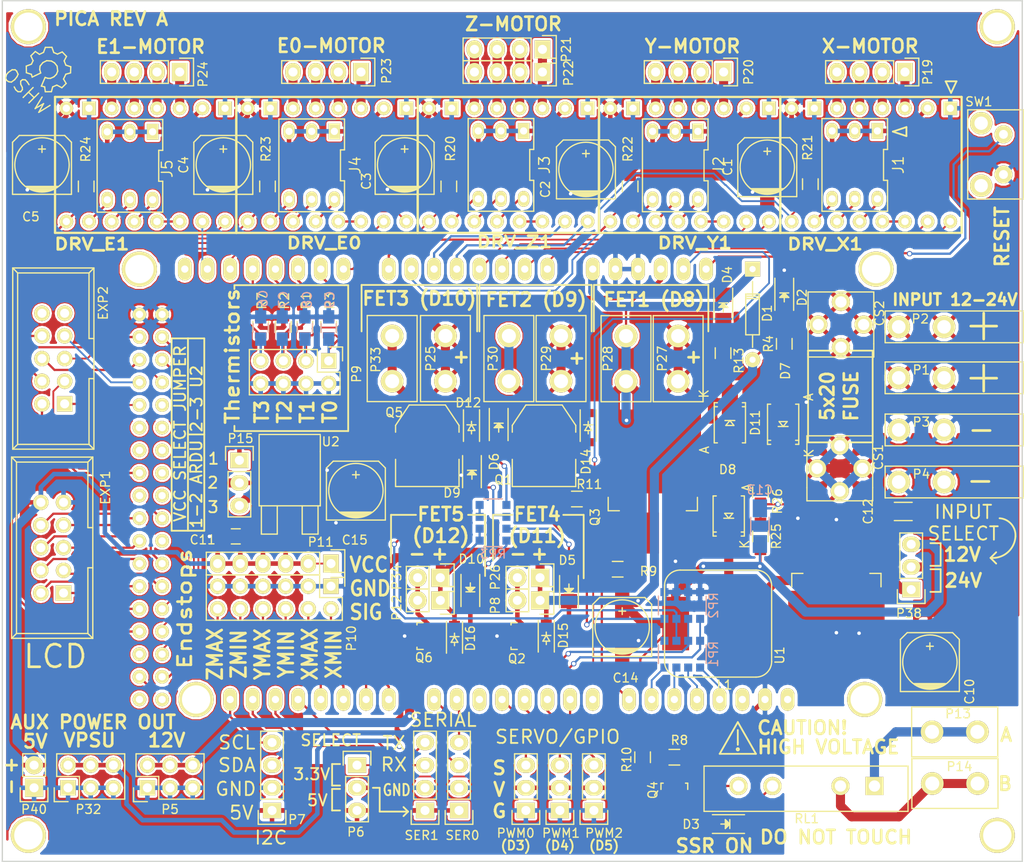
<source format=kicad_pcb>
(kicad_pcb (version 4) (host pcbnew 4.0.2-stable)
  (layers (0 F.Cu signal) (31 B.Cu signal) (34 B.Paste user) (35 F.Paste user) (36 B.SilkS user) (37 F.SilkS user) (38 B.Mask user) (39 F.Mask user) (44 Edge.Cuts user))
  (net 0 "")
  (net 1 GND)
  (net 2 "Net-(SHIELD1-PadRST)")
  (net 3 "Net-(SHIELD1-Pad7)")
  (net 4 "Net-(SHIELD1-PadAREF)")
  (net 5 "Net-(SHIELD1-Pad5V_4)")
  (net 6 "Net-(SHIELD1-Pad5V_5)")
  (net 7 "Net-(SHIELD1-Pad39)")
  (net 8 "Net-(SHIELD1-Pad40)")
  (net 9 "Net-(SHIELD1-Pad42)")
  (net 10 "Net-(SHIELD1-Pad43)")
  (net 11 "Net-(SHIELD1-Pad44)")
  (net 12 "Net-(SHIELD1-Pad45)")
  (net 13 X_STEP)
  (net 14 X_DIR)
  (net 15 X_EN)
  (net 16 THERM0)
  (net 17 +12V)
  (net 18 THERM2)
  (net 19 THERM1)
  (net 20 VCC)
  (net 21 Z_EN)
  (net 22 Y_DIR)
  (net 23 Y_STEP)
  (net 24 Y_EN)
  (net 25 E0_EN)
  (net 26 E0_STEP)
  (net 27 E0_DIR)
  (net 28 E1_EN)
  (net 29 E1_DIR)
  (net 30 E1_STEP)
  (net 31 Z_STEP)
  (net 32 Z_DIR)
  (net 33 "Net-(DRV_E0-Pad3)")
  (net 34 "Net-(DRV_E0-Pad4)")
  (net 35 "Net-(DRV_E0-Pad5)")
  (net 36 "Net-(DRV_E0-Pad6)")
  (net 37 "Net-(DRV_E0-Pad10)")
  (net 38 "Net-(DRV_E0-Pad11)")
  (net 39 "Net-(DRV_E0-Pad12)")
  (net 40 "Net-(DRV_E0-Pad13)")
  (net 41 "Net-(DRV_E1-Pad3)")
  (net 42 "Net-(DRV_E1-Pad4)")
  (net 43 "Net-(DRV_E1-Pad5)")
  (net 44 "Net-(DRV_E1-Pad6)")
  (net 45 "Net-(DRV_E1-Pad10)")
  (net 46 "Net-(DRV_E1-Pad11)")
  (net 47 "Net-(DRV_E1-Pad12)")
  (net 48 "Net-(DRV_E1-Pad13)")
  (net 49 "Net-(DRV_X1-Pad3)")
  (net 50 "Net-(DRV_X1-Pad4)")
  (net 51 "Net-(DRV_X1-Pad5)")
  (net 52 "Net-(DRV_X1-Pad6)")
  (net 53 "Net-(DRV_X1-Pad10)")
  (net 54 "Net-(DRV_X1-Pad11)")
  (net 55 "Net-(DRV_X1-Pad12)")
  (net 56 "Net-(DRV_X1-Pad13)")
  (net 57 "Net-(DRV_Y1-Pad3)")
  (net 58 "Net-(DRV_Y1-Pad4)")
  (net 59 "Net-(DRV_Y1-Pad5)")
  (net 60 "Net-(DRV_Y1-Pad6)")
  (net 61 "Net-(DRV_Y1-Pad10)")
  (net 62 "Net-(DRV_Y1-Pad11)")
  (net 63 "Net-(DRV_Y1-Pad12)")
  (net 64 "Net-(DRV_Y1-Pad13)")
  (net 65 "Net-(DRV_Z1-Pad3)")
  (net 66 "Net-(DRV_Z1-Pad4)")
  (net 67 "Net-(DRV_Z1-Pad5)")
  (net 68 "Net-(DRV_Z1-Pad6)")
  (net 69 "Net-(DRV_Z1-Pad10)")
  (net 70 "Net-(DRV_Z1-Pad11)")
  (net 71 "Net-(DRV_Z1-Pad12)")
  (net 72 "Net-(DRV_Z1-Pad13)")
  (net 73 THERM3)
  (net 74 "Net-(D2-Pad2)")
  (net 75 "Net-(D4-Pad2)")
  (net 76 "Net-(D5-Pad2)")
  (net 77 "Net-(D6-Pad2)")
  (net 78 /MISO)
  (net 79 /SCK)
  (net 80 /MOSI)
  (net 81 "Net-(EXP2-Pad9)")
  (net 82 "Net-(EXP2-Pad10)")
  (net 83 "Net-(Q3-Pad1)")
  (net 84 SDA)
  (net 85 SCL)
  (net 86 X_MIN)
  (net 87 BED_EN)
  (net 88 FAN_EN)
  (net 89 HOTEND_EN)
  (net 90 Y_MIN)
  (net 91 Z_MIN)
  (net 92 X_MAX)
  (net 93 Y_MAX)
  (net 94 Z_MAX)
  (net 95 /AM_VIN)
  (net 96 VAA)
  (net 97 /VAA_IN)
  (net 98 +3V3)
  (net 99 /RX0)
  (net 100 /TX0)
  (net 101 /FB_ADJ)
  (net 102 "Net-(D8-Pad1)")
  (net 103 "Net-(D9-Pad2)")
  (net 104 "Net-(D10-Pad2)")
  (net 105 "Net-(C12-Pad1)")
  (net 106 "Net-(D11-Pad2)")
  (net 107 PWM0)
  (net 108 PWM1)
  (net 109 PWM2)
  (net 110 FET5_EN)
  (net 111 "Net-(SHIELD1-PadAD15)")
  (net 112 "Net-(SHIELD1-Pad38)")
  (net 113 "Net-(SHIELD1-Pad46)")
  (net 114 /FE1_D)
  (net 115 /HE1_D)
  (net 116 /HE2_D)
  (net 117 /FE2_D)
  (net 118 /HE1_G)
  (net 119 /FE1_G)
  (net 120 /HE2_G)
  (net 121 /FE2_G)
  (net 122 +VPSU)
  (net 123 /SDSS)
  (net 124 /SD_CARD_DET)
  (net 125 LCD_BEEPER)
  (net 126 BTN_ENC)
  (net 127 LCD_EN)
  (net 128 LCD_RS)
  (net 129 LCD_D4)
  (net 130 LCD_D5)
  (net 131 LCD_D6)
  (net 132 LCD_D7)
  (net 133 BTN_EN1)
  (net 134 BTN_EN2)
  (net 135 "Net-(SHIELD1-Pad34)")
  (net 136 KILL_PIN)
  (net 137 "Net-(SHIELD1-Pad2)")
  (net 138 RX1)
  (net 139 TX1)
  (net 140 "Net-(P6-Pad2)")
  (net 141 FET3_EN)
  (net 142 "Net-(P13-Pad1)")
  (net 143 "Net-(P14-Pad1)")
  (net 144 SSR_EN)
  (net 145 "Net-(Q4-Pad2)")
  (net 146 "Net-(D3-Pad2)")
  (net 147 "Net-(D3-Pad1)")
  (net 148 "Net-(SHIELD1-Pad25)")
  (net 149 "Net-(SHIELD1-Pad13)")
  (net 150 "Net-(C15-Pad1)")
  (net 151 +5P)
  (net 152 "Net-(M1-Pad1)")
  (net 153 "Net-(M2-Pad1)")
  (net 154 "Net-(M3-Pad1)")
  (net 155 "Net-(M4-Pad1)")
  (module Capacitors_SMD:c_elec_6.3x5.8 (layer F.Cu) (at 144.399 101.0412 90)
    (fp_text reference C15 (at -5.5372 -0.127 180) (layer F.SilkS))
    (fp_text value 100UF hide)
    (pad 1 smd rect (at 2.75082 0 90) (size 3.59918 1.6002) (layers F.Cu F.Paste F.Mask) (net 150 "Net-(C15-Pad1)"))
    (pad 2 smd rect (at -2.75082 0 90) (size 3.59918 1.6002) (layers F.Cu F.Paste F.Mask) (net 1 GND))
  )
  (module RAMPZ:MEGA_NOLINES (layer F.Cu) (at 216.662 73.66 180)
    (fp_text reference SHIELD1 hide)
    (fp_text value ARDUINO_MEGA_SHIELD hide)
    (pad 14 thru_hole oval (at 68.58 -50.8 270) (size 2.54 1.524) (drill 0.8128) (layers *.Cu *.Mask F.SilkS) (net 86 X_MIN))
    (pad 15 thru_hole oval (at 71.12 -50.8 270) (size 2.54 1.524) (drill 0.8128) (layers *.Cu *.Mask F.SilkS) (net 92 X_MAX))
    (pad 16 thru_hole oval (at 73.66 -50.8 270) (size 2.54 1.524) (drill 0.8128) (layers *.Cu *.Mask F.SilkS) (net 90 Y_MIN))
    (pad 17 thru_hole oval (at 76.2 -50.8 270) (size 2.54 1.524) (drill 0.8128) (layers *.Cu *.Mask F.SilkS) (net 93 Y_MAX))
    (pad 18 thru_hole oval (at 78.74 -50.8 270) (size 2.54 1.524) (drill 0.8128) (layers *.Cu *.Mask F.SilkS) (net 139 TX1))
    (pad 19 thru_hole oval (at 81.28 -50.8 270) (size 2.54 1.524) (drill 0.8128) (layers *.Cu *.Mask F.SilkS) (net 138 RX1))
    (pad 20 thru_hole oval (at 83.82 -50.8 270) (size 2.54 1.524) (drill 0.8128) (layers *.Cu *.Mask F.SilkS) (net 84 SDA))
    (pad 21 thru_hole oval (at 86.36 -50.8 270) (size 2.54 1.524) (drill 0.8128) (layers *.Cu *.Mask F.SilkS) (net 85 SCL))
    (pad AD15 thru_hole oval (at 91.44 -2.54 270) (size 2.54 1.524) (drill 0.8128) (layers *.Cu *.Mask F.SilkS) (net 111 "Net-(SHIELD1-PadAD15)"))
    (pad AD14 thru_hole oval (at 88.9 -2.54 270) (size 2.54 1.524) (drill 0.8128) (layers *.Cu *.Mask F.SilkS) (net 30 E1_STEP))
    (pad AD13 thru_hole oval (at 86.36 -2.54 270) (size 2.54 1.524) (drill 0.8128) (layers *.Cu *.Mask F.SilkS) (net 26 E0_STEP))
    (pad AD12 thru_hole oval (at 83.82 -2.54 270) (size 2.54 1.524) (drill 0.8128) (layers *.Cu *.Mask F.SilkS) (net 73 THERM3))
    (pad AD8 thru_hole oval (at 73.66 -2.54 270) (size 2.54 1.524) (drill 0.8128) (layers *.Cu *.Mask F.SilkS) (net 21 Z_EN))
    (pad AD7 thru_hole oval (at 68.58 -2.54 270) (size 2.54 1.524) (drill 0.8128) (layers *.Cu *.Mask F.SilkS) (net 24 Y_EN))
    (pad AD6 thru_hole oval (at 66.04 -2.54 270) (size 2.54 1.524) (drill 0.8128) (layers *.Cu *.Mask F.SilkS) (net 15 X_EN))
    (pad AD9 thru_hole oval (at 76.2 -2.54 270) (size 2.54 1.524) (drill 0.8128) (layers *.Cu *.Mask F.SilkS) (net 16 THERM0))
    (pad AD10 thru_hole oval (at 78.74 -2.54 270) (size 2.54 1.524) (drill 0.8128) (layers *.Cu *.Mask F.SilkS) (net 19 THERM1))
    (pad AD11 thru_hole oval (at 81.28 -2.54 270) (size 2.54 1.524) (drill 0.8128) (layers *.Cu *.Mask F.SilkS) (net 18 THERM2))
    (pad AD5 thru_hole oval (at 63.5 -2.54 270) (size 2.54 1.524) (drill 0.8128) (layers *.Cu *.Mask F.SilkS) (net 31 Z_STEP))
    (pad AD4 thru_hole oval (at 60.96 -2.54 270) (size 2.54 1.524) (drill 0.8128) (layers *.Cu *.Mask F.SilkS) (net 32 Z_DIR))
    (pad AD3 thru_hole oval (at 58.42 -2.54 270) (size 2.54 1.524) (drill 0.8128) (layers *.Cu *.Mask F.SilkS) (net 23 Y_STEP))
    (pad AD0 thru_hole oval (at 50.8 -2.54 270) (size 2.54 1.524) (drill 0.8128) (layers *.Cu *.Mask F.SilkS) (net 14 X_DIR))
    (pad AD1 thru_hole oval (at 53.34 -2.54 270) (size 2.54 1.524) (drill 0.8128) (layers *.Cu *.Mask F.SilkS) (net 13 X_STEP))
    (pad AD2 thru_hole oval (at 55.88 -2.54 270) (size 2.54 1.524) (drill 0.8128) (layers *.Cu *.Mask F.SilkS) (net 22 Y_DIR))
    (pad V_IN thru_hole oval (at 45.72 -2.54 270) (size 2.54 1.524) (drill 0.8128) (layers *.Cu *.Mask F.SilkS) (net 95 /AM_VIN))
    (pad GND2 thru_hole oval (at 43.18 -2.54 270) (size 2.54 1.524) (drill 0.8128) (layers *.Cu *.Mask F.SilkS) (net 1 GND))
    (pad GND1 thru_hole oval (at 40.64 -2.54 270) (size 2.54 1.524) (drill 0.8128) (layers *.Cu *.Mask F.SilkS) (net 1 GND))
    (pad 3V3 thru_hole oval (at 35.56 -2.54 270) (size 2.54 1.524) (drill 0.8128) (layers *.Cu *.Mask F.SilkS) (net 98 +3V3))
    (pad RST thru_hole oval (at 33.02 -2.54 270) (size 2.54 1.524) (drill 0.8128) (layers *.Cu *.Mask F.SilkS) (net 2 "Net-(SHIELD1-PadRST)"))
    (pad 0 thru_hole oval (at 63.5 -50.8 270) (size 2.54 1.524) (drill 0.8128) (layers *.Cu *.Mask F.SilkS) (net 99 /RX0))
    (pad 1 thru_hole oval (at 60.96 -50.8 270) (size 2.54 1.524) (drill 0.8128) (layers *.Cu *.Mask F.SilkS) (net 100 /TX0))
    (pad 2 thru_hole oval (at 58.42 -50.8 270) (size 2.54 1.524) (drill 0.8128) (layers *.Cu *.Mask F.SilkS) (net 137 "Net-(SHIELD1-Pad2)"))
    (pad 3 thru_hole oval (at 55.88 -50.8 270) (size 2.54 1.524) (drill 0.8128) (layers *.Cu *.Mask F.SilkS) (net 107 PWM0))
    (pad 4 thru_hole oval (at 53.34 -50.8 270) (size 2.54 1.524) (drill 0.8128) (layers *.Cu *.Mask F.SilkS) (net 108 PWM1))
    (pad 5 thru_hole oval (at 50.8 -50.8 270) (size 2.54 1.524) (drill 0.8128) (layers *.Cu *.Mask F.SilkS) (net 109 PWM2))
    (pad 6 thru_hole oval (at 48.26 -50.8 270) (size 2.54 1.524) (drill 0.8128) (layers *.Cu *.Mask F.SilkS) (net 144 SSR_EN))
    (pad 7 thru_hole oval (at 45.72 -50.8 270) (size 2.54 1.524) (drill 0.8128) (layers *.Cu *.Mask F.SilkS) (net 3 "Net-(SHIELD1-Pad7)"))
    (pad 8 thru_hole oval (at 41.656 -50.8 270) (size 2.54 1.524) (drill 0.8128) (layers *.Cu *.Mask F.SilkS) (net 87 BED_EN))
    (pad 9 thru_hole oval (at 39.116 -50.8 270) (size 2.54 1.524) (drill 0.8128) (layers *.Cu *.Mask F.SilkS) (net 89 HOTEND_EN))
    (pad 10 thru_hole oval (at 36.576 -50.8 270) (size 2.54 1.524) (drill 0.8128) (layers *.Cu *.Mask F.SilkS) (net 141 FET3_EN))
    (pad 11 thru_hole oval (at 34.036 -50.8 270) (size 2.54 1.524) (drill 0.8128) (layers *.Cu *.Mask F.SilkS) (net 88 FAN_EN))
    (pad 12 thru_hole oval (at 31.496 -50.8 270) (size 2.54 1.524) (drill 0.8128) (layers *.Cu *.Mask F.SilkS) (net 110 FET5_EN))
    (pad 13 thru_hole oval (at 28.956 -50.8 270) (size 2.54 1.524) (drill 0.8128) (layers *.Cu *.Mask F.SilkS) (net 149 "Net-(SHIELD1-Pad13)"))
    (pad GND3 thru_hole oval (at 26.416 -50.8 270) (size 2.54 1.524) (drill 0.8128) (layers *.Cu *.Mask F.SilkS) (net 1 GND))
    (pad AREF thru_hole oval (at 23.876 -50.8 270) (size 2.54 1.524) (drill 0.8128) (layers *.Cu *.Mask F.SilkS) (net 4 "Net-(SHIELD1-PadAREF)"))
    (pad 5V thru_hole oval (at 38.1 -2.54 270) (size 2.54 1.524) (drill 0.8128) (layers *.Cu *.Mask F.SilkS) (net 151 +5P))
    (pad "" thru_hole circle (at 96.52 -2.54 270) (size 3.937 3.937) (drill 3.175) (layers *.Cu *.Mask F.SilkS))
    (pad "" thru_hole circle (at 90.17 -50.8 270) (size 3.937 3.937) (drill 3.175) (layers *.Cu *.Mask F.SilkS))
    (pad "" thru_hole circle (at 15.24 -50.8 270) (size 3.937 3.937) (drill 3.175) (layers *.Cu *.Mask F.SilkS))
    (pad "" thru_hole circle (at 13.97 -2.54 270) (size 3.937 3.937) (drill 3.175) (layers *.Cu *.Mask F.SilkS))
    (pad 22 thru_hole circle (at 93.98 -48.26 180) (size 1.524 1.524) (drill 0.8128) (layers *.Cu *.Mask F.SilkS) (net 94 Z_MAX))
    (pad 23 thru_hole circle (at 96.52 -48.26 180) (size 1.524 1.524) (drill 0.8128) (layers *.Cu *.Mask F.SilkS) (net 91 Z_MIN))
    (pad 24 thru_hole circle (at 93.98 -45.72 180) (size 1.524 1.524) (drill 0.8128) (layers *.Cu *.Mask F.SilkS) (net 27 E0_DIR))
    (pad 25 thru_hole circle (at 96.52 -45.72 180) (size 1.524 1.524) (drill 0.8128) (layers *.Cu *.Mask F.SilkS) (net 148 "Net-(SHIELD1-Pad25)"))
    (pad 26 thru_hole circle (at 93.98 -43.18 180) (size 1.524 1.524) (drill 0.8128) (layers *.Cu *.Mask F.SilkS) (net 25 E0_EN))
    (pad 27 thru_hole circle (at 96.52 -43.18 180) (size 1.524 1.524) (drill 0.8128) (layers *.Cu *.Mask F.SilkS) (net 28 E1_EN))
    (pad 28 thru_hole circle (at 93.98 -40.64 180) (size 1.524 1.524) (drill 0.8128) (layers *.Cu *.Mask F.SilkS) (net 29 E1_DIR))
    (pad 29 thru_hole circle (at 96.52 -40.64 180) (size 1.524 1.524) (drill 0.8128) (layers *.Cu *.Mask F.SilkS) (net 125 LCD_BEEPER))
    (pad 5V_4 thru_hole circle (at 93.98 -50.8 180) (size 1.524 1.524) (drill 0.8128) (layers *.Cu *.Mask F.SilkS) (net 5 "Net-(SHIELD1-Pad5V_4)"))
    (pad 5V_5 thru_hole circle (at 96.52 -50.8 180) (size 1.524 1.524) (drill 0.8128) (layers *.Cu *.Mask F.SilkS) (net 6 "Net-(SHIELD1-Pad5V_5)"))
    (pad 31 thru_hole circle (at 96.52 -38.1 180) (size 1.524 1.524) (drill 0.8128) (layers *.Cu *.Mask F.SilkS) (net 126 BTN_ENC))
    (pad 30 thru_hole circle (at 93.98 -38.1 180) (size 1.524 1.524) (drill 0.8128) (layers *.Cu *.Mask F.SilkS) (net 127 LCD_EN))
    (pad 32 thru_hole circle (at 93.98 -35.56 180) (size 1.524 1.524) (drill 0.8128) (layers *.Cu *.Mask F.SilkS) (net 130 LCD_D5))
    (pad 33 thru_hole circle (at 96.52 -35.56 180) (size 1.524 1.524) (drill 0.8128) (layers *.Cu *.Mask F.SilkS) (net 128 LCD_RS))
    (pad 34 thru_hole circle (at 93.98 -33.02 180) (size 1.524 1.524) (drill 0.8128) (layers *.Cu *.Mask F.SilkS) (net 135 "Net-(SHIELD1-Pad34)"))
    (pad 35 thru_hole circle (at 96.52 -33.02 180) (size 1.524 1.524) (drill 0.8128) (layers *.Cu *.Mask F.SilkS) (net 129 LCD_D4))
    (pad 36 thru_hole circle (at 93.98 -30.48 180) (size 1.524 1.524) (drill 0.8128) (layers *.Cu *.Mask F.SilkS) (net 132 LCD_D7))
    (pad 37 thru_hole circle (at 96.52 -30.48 180) (size 1.524 1.524) (drill 0.8128) (layers *.Cu *.Mask F.SilkS) (net 131 LCD_D6))
    (pad 38 thru_hole circle (at 93.98 -27.94 180) (size 1.524 1.524) (drill 0.8128) (layers *.Cu *.Mask F.SilkS) (net 112 "Net-(SHIELD1-Pad38)"))
    (pad 39 thru_hole circle (at 96.52 -27.94 180) (size 1.524 1.524) (drill 0.8128) (layers *.Cu *.Mask F.SilkS) (net 7 "Net-(SHIELD1-Pad39)"))
    (pad 40 thru_hole circle (at 93.98 -25.4 180) (size 1.524 1.524) (drill 0.8128) (layers *.Cu *.Mask F.SilkS) (net 8 "Net-(SHIELD1-Pad40)"))
    (pad 41 thru_hole circle (at 96.52 -25.4 180) (size 1.524 1.524) (drill 0.8128) (layers *.Cu *.Mask F.SilkS) (net 136 KILL_PIN))
    (pad 42 thru_hole circle (at 93.98 -22.86 180) (size 1.524 1.524) (drill 0.8128) (layers *.Cu *.Mask F.SilkS) (net 9 "Net-(SHIELD1-Pad42)"))
    (pad 43 thru_hole circle (at 96.52 -22.86 180) (size 1.524 1.524) (drill 0.8128) (layers *.Cu *.Mask F.SilkS) (net 10 "Net-(SHIELD1-Pad43)"))
    (pad 44 thru_hole circle (at 93.98 -20.32 180) (size 1.524 1.524) (drill 0.8128) (layers *.Cu *.Mask F.SilkS) (net 11 "Net-(SHIELD1-Pad44)"))
    (pad 45 thru_hole circle (at 96.52 -20.32 180) (size 1.524 1.524) (drill 0.8128) (layers *.Cu *.Mask F.SilkS) (net 12 "Net-(SHIELD1-Pad45)"))
    (pad 46 thru_hole circle (at 93.98 -17.78 180) (size 1.524 1.524) (drill 0.8128) (layers *.Cu *.Mask F.SilkS) (net 113 "Net-(SHIELD1-Pad46)"))
    (pad 47 thru_hole circle (at 96.52 -17.78 180) (size 1.524 1.524) (drill 0.8128) (layers *.Cu *.Mask F.SilkS) (net 133 BTN_EN1))
    (pad 48 thru_hole circle (at 93.98 -15.24 180) (size 1.524 1.524) (drill 0.8128) (layers *.Cu *.Mask F.SilkS) (net 134 BTN_EN2))
    (pad 49 thru_hole circle (at 96.52 -15.24 180) (size 1.524 1.524) (drill 0.8128) (layers *.Cu *.Mask F.SilkS) (net 124 /SD_CARD_DET))
    (pad 50 thru_hole circle (at 93.98 -12.7 180) (size 1.524 1.524) (drill 0.8128) (layers *.Cu *.Mask F.SilkS) (net 78 /MISO))
    (pad 51 thru_hole circle (at 96.52 -12.7 180) (size 1.524 1.524) (drill 0.8128) (layers *.Cu *.Mask F.SilkS) (net 80 /MOSI))
    (pad 52 thru_hole circle (at 93.98 -10.16 180) (size 1.524 1.524) (drill 0.8128) (layers *.Cu *.Mask F.SilkS) (net 79 /SCK))
    (pad 53 thru_hole circle (at 96.52 -10.16 180) (size 1.524 1.524) (drill 0.8128) (layers *.Cu *.Mask F.SilkS) (net 123 /SDSS))
    (pad GND4 thru_hole circle (at 93.98 -7.62 180) (size 1.524 1.524) (drill 0.8128) (layers *.Cu *.Mask F.SilkS) (net 1 GND))
    (pad GND5 thru_hole circle (at 96.52 -7.62 180) (size 1.524 1.524) (drill 0.8128) (layers *.Cu *.Mask F.SilkS) (net 1 GND))
  )
  (module RAMPZ:I4-PAC (layer F.Cu) (at 201.422 138.684 180)
    (fp_text reference RL1 (at 6.5024 0.8636 180) (layer F.SilkS))
    (fp_text value SSR_2 hide)
    (pad 1 thru_hole rect (at -1.0922 4.5212 180) (size 2.032 2.032) (drill 1.27) (layers *.Cu *.Mask F.SilkS) (net 142 "Net-(P13-Pad1)"))
    (pad 2 thru_hole circle (at 2.7178 4.5212 180) (size 2.032 2.032) (drill 1.27) (layers *.Cu *.Mask F.SilkS) (net 143 "Net-(P14-Pad1)"))
    (pad 3 thru_hole circle (at 10.3378 4.5212 180) (size 2.032 2.032) (drill 1.27) (layers *.Cu *.Mask F.SilkS) (net 147 "Net-(D3-Pad1)"))
    (pad 4 thru_hole circle (at 14.1478 4.5212 180) (size 2.032 2.032) (drill 1.27) (layers *.Cu *.Mask F.SilkS) (net 145 "Net-(Q4-Pad2)"))
  )
  (module SWDIP8_.6W:SWDIP8_.6W (layer F.Cu) (at 161.4805 64.516 180)
    (fp_text reference DRV_Z1 (at -0.6985 -8.636 360) (layer F.SilkS) (effects (font (size 1.27 1.524) (thickness 0.3048))))
    (fp_text value POLOLU_A4988 hide)
    (pad 1 thru_hole rect (at -8.89 6.35 180) (size 1.524 1.524) (drill 0.8128) (layers *.Cu *.Mask F.SilkS) (net 1 GND))
    (pad 2 thru_hole circle (at -6.35 6.35 180) (size 1.524 1.524) (drill 0.8128) (layers *.Cu *.Mask F.SilkS) (net 20 VCC))
    (pad 3 thru_hole circle (at -3.81 6.35 180) (size 1.524 1.524) (drill 0.8128) (layers *.Cu *.Mask F.SilkS) (net 65 "Net-(DRV_Z1-Pad3)"))
    (pad 4 thru_hole circle (at -1.27 6.35 180) (size 1.524 1.524) (drill 0.8128) (layers *.Cu *.Mask F.SilkS) (net 66 "Net-(DRV_Z1-Pad4)"))
    (pad 5 thru_hole circle (at 1.27 6.35 180) (size 1.524 1.524) (drill 0.8128) (layers *.Cu *.Mask F.SilkS) (net 67 "Net-(DRV_Z1-Pad5)"))
    (pad 6 thru_hole circle (at 3.81 6.35 180) (size 1.524 1.524) (drill 0.8128) (layers *.Cu *.Mask F.SilkS) (net 68 "Net-(DRV_Z1-Pad6)"))
    (pad 7 thru_hole rect (at 6.35 6.35 180) (size 1.524 1.524) (drill 0.8128) (layers *.Cu *.Mask F.SilkS) (net 1 GND))
    (pad 8 thru_hole circle (at 8.89 6.35 180) (size 1.524 1.524) (drill 0.8128) (layers *.Cu *.Mask F.SilkS) (net 122 +VPSU))
    (pad 9 thru_hole circle (at 8.89 -6.35 180) (size 1.524 1.524) (drill 0.8128) (layers *.Cu *.Mask F.SilkS) (net 21 Z_EN))
    (pad 10 thru_hole circle (at 6.35 -6.35 180) (size 1.524 1.524) (drill 0.8128) (layers *.Cu *.Mask F.SilkS) (net 69 "Net-(DRV_Z1-Pad10)"))
    (pad 11 thru_hole circle (at 3.81 -6.35 180) (size 1.524 1.524) (drill 0.8128) (layers *.Cu *.Mask F.SilkS) (net 70 "Net-(DRV_Z1-Pad11)"))
    (pad 12 thru_hole circle (at 1.27 -6.35 180) (size 1.524 1.524) (drill 0.8128) (layers *.Cu *.Mask F.SilkS) (net 71 "Net-(DRV_Z1-Pad12)"))
    (pad 13 thru_hole circle (at -1.27 -6.35 180) (size 1.524 1.524) (drill 0.8128) (layers *.Cu *.Mask F.SilkS) (net 72 "Net-(DRV_Z1-Pad13)"))
    (pad 14 thru_hole circle (at -3.81 -6.35 180) (size 1.524 1.524) (drill 0.8128) (layers *.Cu *.Mask F.SilkS) (net 72 "Net-(DRV_Z1-Pad13)"))
    (pad 15 thru_hole circle (at -6.35 -6.35 180) (size 1.524 1.524) (drill 0.8128) (layers *.Cu *.Mask F.SilkS) (net 31 Z_STEP))
    (pad 16 thru_hole circle (at -8.89 -6.35 180) (size 1.524 1.524) (drill 0.8128) (layers *.Cu *.Mask F.SilkS) (net 32 Z_DIR))
  )
  (module SWDIP8_.6W:SWDIP8_.6W (layer F.Cu) (at 202.1205 64.516 180)
    (fp_text reference DRV_X1 (at 5.1435 -8.89 360) (layer F.SilkS) (effects (font (size 1.27 1.524) (thickness 0.3048))))
    (fp_text value POLOLU_A4988 hide)
    (pad 1 thru_hole rect (at -8.89 6.35 180) (size 1.524 1.524) (drill 0.8128) (layers *.Cu *.Mask F.SilkS) (net 1 GND))
    (pad 2 thru_hole circle (at -6.35 6.35 180) (size 1.524 1.524) (drill 0.8128) (layers *.Cu *.Mask F.SilkS) (net 20 VCC))
    (pad 3 thru_hole circle (at -3.81 6.35 180) (size 1.524 1.524) (drill 0.8128) (layers *.Cu *.Mask F.SilkS) (net 49 "Net-(DRV_X1-Pad3)"))
    (pad 4 thru_hole circle (at -1.27 6.35 180) (size 1.524 1.524) (drill 0.8128) (layers *.Cu *.Mask F.SilkS) (net 50 "Net-(DRV_X1-Pad4)"))
    (pad 5 thru_hole circle (at 1.27 6.35 180) (size 1.524 1.524) (drill 0.8128) (layers *.Cu *.Mask F.SilkS) (net 51 "Net-(DRV_X1-Pad5)"))
    (pad 6 thru_hole circle (at 3.81 6.35 180) (size 1.524 1.524) (drill 0.8128) (layers *.Cu *.Mask F.SilkS) (net 52 "Net-(DRV_X1-Pad6)"))
    (pad 7 thru_hole rect (at 6.35 6.35 180) (size 1.524 1.524) (drill 0.8128) (layers *.Cu *.Mask F.SilkS) (net 1 GND))
    (pad 8 thru_hole circle (at 8.89 6.35 180) (size 1.524 1.524) (drill 0.8128) (layers *.Cu *.Mask F.SilkS) (net 122 +VPSU))
    (pad 9 thru_hole circle (at 8.89 -6.35 180) (size 1.524 1.524) (drill 0.8128) (layers *.Cu *.Mask F.SilkS) (net 15 X_EN))
    (pad 10 thru_hole circle (at 6.35 -6.35 180) (size 1.524 1.524) (drill 0.8128) (layers *.Cu *.Mask F.SilkS) (net 53 "Net-(DRV_X1-Pad10)"))
    (pad 11 thru_hole circle (at 3.81 -6.35 180) (size 1.524 1.524) (drill 0.8128) (layers *.Cu *.Mask F.SilkS) (net 54 "Net-(DRV_X1-Pad11)"))
    (pad 12 thru_hole circle (at 1.27 -6.35 180) (size 1.524 1.524) (drill 0.8128) (layers *.Cu *.Mask F.SilkS) (net 55 "Net-(DRV_X1-Pad12)"))
    (pad 13 thru_hole circle (at -1.27 -6.35 180) (size 1.524 1.524) (drill 0.8128) (layers *.Cu *.Mask F.SilkS) (net 56 "Net-(DRV_X1-Pad13)"))
    (pad 14 thru_hole circle (at -3.81 -6.35 180) (size 1.524 1.524) (drill 0.8128) (layers *.Cu *.Mask F.SilkS) (net 56 "Net-(DRV_X1-Pad13)"))
    (pad 15 thru_hole circle (at -6.35 -6.35 180) (size 1.524 1.524) (drill 0.8128) (layers *.Cu *.Mask F.SilkS) (net 13 X_STEP))
    (pad 16 thru_hole circle (at -8.89 -6.35 180) (size 1.524 1.524) (drill 0.8128) (layers *.Cu *.Mask F.SilkS) (net 14 X_DIR))
  )
  (module Diodes_SMD:SOD-123 (layer F.Cu) (at 155.448 117.729 270)
    (fp_text reference D16 (at -0.127 -1.778 270) (layer F.SilkS))
    (fp_text value MBR0560 hide)
    (pad 1 smd rect (at -1.635 0 270) (size 0.91 1.22) (layers F.Cu F.Paste F.Mask) (net 17 +12V))
    (pad 2 smd rect (at 1.635 0 270) (size 0.91 1.22) (layers F.Cu F.Paste F.Mask) (net 117 /FE2_D))
  )
  (module RAMPZ:SPADE_CONN_RT (layer F.Cu) (at 210.312 77.597)
    (fp_text reference P2 (at -2.667 4.191) (layer F.SilkS))
    (fp_text value 36-4966-ND hide)
    (pad 2 thru_hole circle (at -5.08 5.08) (size 2.54 2.54) (drill 1.524) (layers *.Cu *.Mask F.SilkS) (net 97 /VAA_IN))
    (pad 1 thru_hole circle (at 0 5.08) (size 2.54 2.54) (drill 1.524) (layers *.Cu *.Mask F.SilkS) (net 97 /VAA_IN))
  )
  (module RAMPZ:SPADE_CONN_RT (layer F.Cu) (at 210.312 83.312)
    (fp_text reference P1 (at -2.54 4.191) (layer F.SilkS))
    (fp_text value 36-4966-ND hide)
    (pad 2 thru_hole circle (at -5.08 5.08) (size 2.54 2.54) (drill 1.524) (layers *.Cu *.Mask F.SilkS) (net 97 /VAA_IN))
    (pad 1 thru_hole circle (at 0 5.08) (size 2.54 2.54) (drill 1.524) (layers *.Cu *.Mask F.SilkS) (net 97 /VAA_IN))
  )
  (module RAMPZ:SPADE_CONN_RT (layer F.Cu) (at 210.312 89.154)
    (fp_text reference P3 (at -2.54 4.191) (layer F.SilkS))
    (fp_text value 36-4966-ND hide)
    (pad 2 thru_hole circle (at -5.08 5.08) (size 2.54 2.54) (drill 1.524) (layers *.Cu *.Mask F.SilkS) (net 1 GND))
    (pad 1 thru_hole circle (at 0 5.08) (size 2.54 2.54) (drill 1.524) (layers *.Cu *.Mask F.SilkS) (net 1 GND))
  )
  (module SWDIP8_.6W:SWDIP8_.6W (layer F.Cu) (at 120.8405 64.516 180)
    (fp_text reference DRV_E1 (at 6.0325 -8.89 360) (layer F.SilkS) (effects (font (size 1.27 1.524) (thickness 0.3048))))
    (fp_text value POLOLU_A4988 hide)
    (pad 1 thru_hole rect (at -8.89 6.35 180) (size 1.524 1.524) (drill 0.8128) (layers *.Cu *.Mask F.SilkS) (net 1 GND))
    (pad 2 thru_hole circle (at -6.35 6.35 180) (size 1.524 1.524) (drill 0.8128) (layers *.Cu *.Mask F.SilkS) (net 20 VCC))
    (pad 3 thru_hole circle (at -3.81 6.35 180) (size 1.524 1.524) (drill 0.8128) (layers *.Cu *.Mask F.SilkS) (net 41 "Net-(DRV_E1-Pad3)"))
    (pad 4 thru_hole circle (at -1.27 6.35 180) (size 1.524 1.524) (drill 0.8128) (layers *.Cu *.Mask F.SilkS) (net 42 "Net-(DRV_E1-Pad4)"))
    (pad 5 thru_hole circle (at 1.27 6.35 180) (size 1.524 1.524) (drill 0.8128) (layers *.Cu *.Mask F.SilkS) (net 43 "Net-(DRV_E1-Pad5)"))
    (pad 6 thru_hole circle (at 3.81 6.35 180) (size 1.524 1.524) (drill 0.8128) (layers *.Cu *.Mask F.SilkS) (net 44 "Net-(DRV_E1-Pad6)"))
    (pad 7 thru_hole rect (at 6.35 6.35 180) (size 1.524 1.524) (drill 0.8128) (layers *.Cu *.Mask F.SilkS) (net 1 GND))
    (pad 8 thru_hole circle (at 8.89 6.35 180) (size 1.524 1.524) (drill 0.8128) (layers *.Cu *.Mask F.SilkS) (net 122 +VPSU))
    (pad 9 thru_hole circle (at 8.89 -6.35 180) (size 1.524 1.524) (drill 0.8128) (layers *.Cu *.Mask F.SilkS) (net 28 E1_EN))
    (pad 10 thru_hole circle (at 6.35 -6.35 180) (size 1.524 1.524) (drill 0.8128) (layers *.Cu *.Mask F.SilkS) (net 45 "Net-(DRV_E1-Pad10)"))
    (pad 11 thru_hole circle (at 3.81 -6.35 180) (size 1.524 1.524) (drill 0.8128) (layers *.Cu *.Mask F.SilkS) (net 46 "Net-(DRV_E1-Pad11)"))
    (pad 12 thru_hole circle (at 1.27 -6.35 180) (size 1.524 1.524) (drill 0.8128) (layers *.Cu *.Mask F.SilkS) (net 47 "Net-(DRV_E1-Pad12)"))
    (pad 13 thru_hole circle (at -1.27 -6.35 180) (size 1.524 1.524) (drill 0.8128) (layers *.Cu *.Mask F.SilkS) (net 48 "Net-(DRV_E1-Pad13)"))
    (pad 14 thru_hole circle (at -3.81 -6.35 180) (size 1.524 1.524) (drill 0.8128) (layers *.Cu *.Mask F.SilkS) (net 48 "Net-(DRV_E1-Pad13)"))
    (pad 15 thru_hole circle (at -6.35 -6.35 180) (size 1.524 1.524) (drill 0.8128) (layers *.Cu *.Mask F.SilkS) (net 30 E1_STEP))
    (pad 16 thru_hole circle (at -8.89 -6.35 180) (size 1.524 1.524) (drill 0.8128) (layers *.Cu *.Mask F.SilkS) (net 29 E1_DIR))
  )
  (module RAMPZ:SPACE_CONN_VERT (layer F.Cu) (at 183.05309 85.991444 270)
    (fp_text reference P27 (at 0.254 4.318 270) (layer F.SilkS))
    (fp_text value CONN_01X02 hide)
    (pad 1 thru_hole circle (at -2.286 2.54 270) (size 2.54 2.54) (drill 1.5748) (layers *.Cu *.Mask F.SilkS) (net 122 +VPSU))
    (pad 2 thru_hole circle (at 2.794 2.54 270) (size 2.54 2.54) (drill 1.5748) (layers *.Cu *.Mask F.SilkS) (net 122 +VPSU))
  )
  (module Resistors_SMD:R_0805 (layer F.Cu) (at 138.684 82.677 270)
    (fp_text reference R1 (at -2.921 -0.127 450) (layer F.SilkS))
    (fp_text value 4.7k hide)
    (pad 1 smd rect (at -0.95 0 270) (size 0.7 1.3) (layers F.Cu F.Paste F.Mask) (net 20 VCC))
    (pad 2 smd rect (at 0.95 0 270) (size 0.7 1.3) (layers F.Cu F.Paste F.Mask) (net 19 THERM1))
  )
  (module Resistors_SMD:R_0805 (layer F.Cu) (at 136.271 82.677 270)
    (fp_text reference R2 (at -2.921 -0.127 450) (layer F.SilkS))
    (fp_text value 4.7k hide)
    (pad 1 smd rect (at -0.95 0 270) (size 0.7 1.3) (layers F.Cu F.Paste F.Mask) (net 20 VCC))
    (pad 2 smd rect (at 0.95 0 270) (size 0.7 1.3) (layers F.Cu F.Paste F.Mask) (net 18 THERM2))
  )
  (module Resistors_SMD:R_0805 (layer F.Cu) (at 141.351 82.677 270)
    (fp_text reference R3 (at -2.921 -0.127 450) (layer F.SilkS))
    (fp_text value 4.7k hide)
    (pad 1 smd rect (at -0.95 0 270) (size 0.7 1.3) (layers F.Cu F.Paste F.Mask) (net 20 VCC))
    (pad 2 smd rect (at 0.95 0 270) (size 0.7 1.3) (layers F.Cu F.Paste F.Mask) (net 16 THERM0))
  )
  (module SWDIP8_.6W:SWDIP8_.6W (layer F.Cu) (at 141.1605 64.516 180)
    (fp_text reference DRV_E0 (at 0.3175 -8.763 360) (layer F.SilkS) (effects (font (size 1.27 1.524) (thickness 0.3048))))
    (fp_text value POLOLU_A4988 hide)
    (pad 1 thru_hole rect (at -8.89 6.35 180) (size 1.524 1.524) (drill 0.8128) (layers *.Cu *.Mask F.SilkS) (net 1 GND))
    (pad 2 thru_hole circle (at -6.35 6.35 180) (size 1.524 1.524) (drill 0.8128) (layers *.Cu *.Mask F.SilkS) (net 20 VCC))
    (pad 3 thru_hole circle (at -3.81 6.35 180) (size 1.524 1.524) (drill 0.8128) (layers *.Cu *.Mask F.SilkS) (net 33 "Net-(DRV_E0-Pad3)"))
    (pad 4 thru_hole circle (at -1.27 6.35 180) (size 1.524 1.524) (drill 0.8128) (layers *.Cu *.Mask F.SilkS) (net 34 "Net-(DRV_E0-Pad4)"))
    (pad 5 thru_hole circle (at 1.27 6.35 180) (size 1.524 1.524) (drill 0.8128) (layers *.Cu *.Mask F.SilkS) (net 35 "Net-(DRV_E0-Pad5)"))
    (pad 6 thru_hole circle (at 3.81 6.35 180) (size 1.524 1.524) (drill 0.8128) (layers *.Cu *.Mask F.SilkS) (net 36 "Net-(DRV_E0-Pad6)"))
    (pad 7 thru_hole rect (at 6.35 6.35 180) (size 1.524 1.524) (drill 0.8128) (layers *.Cu *.Mask F.SilkS) (net 1 GND))
    (pad 8 thru_hole circle (at 8.89 6.35 180) (size 1.524 1.524) (drill 0.8128) (layers *.Cu *.Mask F.SilkS) (net 122 +VPSU))
    (pad 9 thru_hole circle (at 8.89 -6.35 180) (size 1.524 1.524) (drill 0.8128) (layers *.Cu *.Mask F.SilkS) (net 25 E0_EN))
    (pad 10 thru_hole circle (at 6.35 -6.35 180) (size 1.524 1.524) (drill 0.8128) (layers *.Cu *.Mask F.SilkS) (net 37 "Net-(DRV_E0-Pad10)"))
    (pad 11 thru_hole circle (at 3.81 -6.35 180) (size 1.524 1.524) (drill 0.8128) (layers *.Cu *.Mask F.SilkS) (net 38 "Net-(DRV_E0-Pad11)"))
    (pad 12 thru_hole circle (at 1.27 -6.35 180) (size 1.524 1.524) (drill 0.8128) (layers *.Cu *.Mask F.SilkS) (net 39 "Net-(DRV_E0-Pad12)"))
    (pad 13 thru_hole circle (at -1.27 -6.35 180) (size 1.524 1.524) (drill 0.8128) (layers *.Cu *.Mask F.SilkS) (net 40 "Net-(DRV_E0-Pad13)"))
    (pad 14 thru_hole circle (at -3.81 -6.35 180) (size 1.524 1.524) (drill 0.8128) (layers *.Cu *.Mask F.SilkS) (net 40 "Net-(DRV_E0-Pad13)"))
    (pad 15 thru_hole circle (at -6.35 -6.35 180) (size 1.524 1.524) (drill 0.8128) (layers *.Cu *.Mask F.SilkS) (net 26 E0_STEP))
    (pad 16 thru_hole circle (at -8.89 -6.35 180) (size 1.524 1.524) (drill 0.8128) (layers *.Cu *.Mask F.SilkS) (net 27 E0_DIR))
  )
  (module SWDIP8_.6W:SWDIP8_.6W (layer F.Cu) (at 181.8005 64.516 180)
    (fp_text reference DRV_Y1 (at -0.5715 -8.763 360) (layer F.SilkS) (effects (font (size 1.27 1.524) (thickness 0.3048))))
    (fp_text value POLOLU_A4988 hide)
    (pad 1 thru_hole rect (at -8.89 6.35 180) (size 1.524 1.524) (drill 0.8128) (layers *.Cu *.Mask F.SilkS) (net 1 GND))
    (pad 2 thru_hole circle (at -6.35 6.35 180) (size 1.524 1.524) (drill 0.8128) (layers *.Cu *.Mask F.SilkS) (net 20 VCC))
    (pad 3 thru_hole circle (at -3.81 6.35 180) (size 1.524 1.524) (drill 0.8128) (layers *.Cu *.Mask F.SilkS) (net 57 "Net-(DRV_Y1-Pad3)"))
    (pad 4 thru_hole circle (at -1.27 6.35 180) (size 1.524 1.524) (drill 0.8128) (layers *.Cu *.Mask F.SilkS) (net 58 "Net-(DRV_Y1-Pad4)"))
    (pad 5 thru_hole circle (at 1.27 6.35 180) (size 1.524 1.524) (drill 0.8128) (layers *.Cu *.Mask F.SilkS) (net 59 "Net-(DRV_Y1-Pad5)"))
    (pad 6 thru_hole circle (at 3.81 6.35 180) (size 1.524 1.524) (drill 0.8128) (layers *.Cu *.Mask F.SilkS) (net 60 "Net-(DRV_Y1-Pad6)"))
    (pad 7 thru_hole rect (at 6.35 6.35 180) (size 1.524 1.524) (drill 0.8128) (layers *.Cu *.Mask F.SilkS) (net 1 GND))
    (pad 8 thru_hole circle (at 8.89 6.35 180) (size 1.524 1.524) (drill 0.8128) (layers *.Cu *.Mask F.SilkS) (net 122 +VPSU))
    (pad 9 thru_hole circle (at 8.89 -6.35 180) (size 1.524 1.524) (drill 0.8128) (layers *.Cu *.Mask F.SilkS) (net 24 Y_EN))
    (pad 10 thru_hole circle (at 6.35 -6.35 180) (size 1.524 1.524) (drill 0.8128) (layers *.Cu *.Mask F.SilkS) (net 61 "Net-(DRV_Y1-Pad10)"))
    (pad 11 thru_hole circle (at 3.81 -6.35 180) (size 1.524 1.524) (drill 0.8128) (layers *.Cu *.Mask F.SilkS) (net 62 "Net-(DRV_Y1-Pad11)"))
    (pad 12 thru_hole circle (at 1.27 -6.35 180) (size 1.524 1.524) (drill 0.8128) (layers *.Cu *.Mask F.SilkS) (net 63 "Net-(DRV_Y1-Pad12)"))
    (pad 13 thru_hole circle (at -1.27 -6.35 180) (size 1.524 1.524) (drill 0.8128) (layers *.Cu *.Mask F.SilkS) (net 64 "Net-(DRV_Y1-Pad13)"))
    (pad 14 thru_hole circle (at -3.81 -6.35 180) (size 1.524 1.524) (drill 0.8128) (layers *.Cu *.Mask F.SilkS) (net 64 "Net-(DRV_Y1-Pad13)"))
    (pad 15 thru_hole circle (at -6.35 -6.35 180) (size 1.524 1.524) (drill 0.8128) (layers *.Cu *.Mask F.SilkS) (net 23 Y_STEP))
    (pad 16 thru_hole circle (at -8.89 -6.35 180) (size 1.524 1.524) (drill 0.8128) (layers *.Cu *.Mask F.SilkS) (net 22 Y_DIR))
  )
  (module Capacitors_SMD:c_elec_6.3x5.8 (layer F.Cu) (at 190.5 64.77 90)
    (fp_text reference C1 (at 0 -4.445 90) (layer F.SilkS))
    (fp_text value 100UF hide)
    (pad 1 smd rect (at 2.75082 0 90) (size 3.59918 1.6002) (layers F.Cu F.Paste F.Mask) (net 122 +VPSU))
    (pad 2 smd rect (at -2.75082 0 90) (size 3.59918 1.6002) (layers F.Cu F.Paste F.Mask) (net 1 GND))
  )
  (module Capacitors_SMD:c_elec_6.3x5.8 (layer F.Cu) (at 170.18 65.024 90)
    (fp_text reference C2 (at -2.2352 -4.5466 90) (layer F.SilkS))
    (fp_text value 100UF hide)
    (pad 1 smd rect (at 2.75082 0 90) (size 3.59918 1.6002) (layers F.Cu F.Paste F.Mask) (net 122 +VPSU))
    (pad 2 smd rect (at -2.75082 0 90) (size 3.59918 1.6002) (layers F.Cu F.Paste F.Mask) (net 1 GND))
  )
  (module Capacitors_SMD:c_elec_6.3x5.8 (layer F.Cu) (at 149.86 64.516 90)
    (fp_text reference C3 (at -1.8288 -4.2926 90) (layer F.SilkS))
    (fp_text value 100UF hide)
    (pad 1 smd rect (at 2.75082 0 90) (size 3.59918 1.6002) (layers F.Cu F.Paste F.Mask) (net 122 +VPSU))
    (pad 2 smd rect (at -2.75082 0 90) (size 3.59918 1.6002) (layers F.Cu F.Paste F.Mask) (net 1 GND))
  )
  (module Capacitors_SMD:c_elec_6.3x5.8 (layer F.Cu) (at 129.54 64.516 90)
    (fp_text reference C4 (at 0 -4.445 90) (layer F.SilkS))
    (fp_text value 100UF hide)
    (pad 1 smd rect (at 2.75082 0 90) (size 3.59918 1.6002) (layers F.Cu F.Paste F.Mask) (net 122 +VPSU))
    (pad 2 smd rect (at -2.75082 0 90) (size 3.59918 1.6002) (layers F.Cu F.Paste F.Mask) (net 1 GND))
  )
  (module Capacitors_SMD:c_elec_6.3x5.8 (layer F.Cu) (at 109.22 64.516 90)
    (fp_text reference C5 (at -5.8166 -1.2446 180) (layer F.SilkS))
    (fp_text value 100UF hide)
    (pad 1 smd rect (at 2.75082 0 90) (size 3.59918 1.6002) (layers F.Cu F.Paste F.Mask) (net 122 +VPSU))
    (pad 2 smd rect (at -2.75082 0 90) (size 3.59918 1.6002) (layers F.Cu F.Paste F.Mask) (net 1 GND))
  )
  (module Capacitors_SMD:C_0805_HandSoldering (layer B.Cu) (at 133.731 82.804 90)
    (fp_text reference C6 (at 3.302 0.254 90) (layer B.SilkS) (effects (justify mirror)))
    (fp_text value .1UF)
    (pad 1 smd rect (at -1.25 0 90) (size 1.5 1.25) (layers B.Cu B.Paste B.Mask) (net 73 THERM3))
    (pad 2 smd rect (at 1.25 0 90) (size 1.5 1.25) (layers B.Cu B.Paste B.Mask) (net 1 GND))
  )
  (module Capacitors_SMD:C_0805_HandSoldering (layer B.Cu) (at 136.144 82.804 90)
    (fp_text reference C7 (at 3.175 0.127 90) (layer B.SilkS) (effects (justify mirror)))
    (fp_text value .1UF)
    (pad 1 smd rect (at -1.25 0 90) (size 1.5 1.25) (layers B.Cu B.Paste B.Mask) (net 18 THERM2))
    (pad 2 smd rect (at 1.25 0 90) (size 1.5 1.25) (layers B.Cu B.Paste B.Mask) (net 1 GND))
  )
  (module Capacitors_SMD:C_0805_HandSoldering (layer B.Cu) (at 138.684 82.804 90)
    (fp_text reference C8 (at 3.175 0.254 90) (layer B.SilkS) (effects (justify mirror)))
    (fp_text value .1UF)
    (pad 1 smd rect (at -1.25 0 90) (size 1.5 1.25) (layers B.Cu B.Paste B.Mask) (net 19 THERM1))
    (pad 2 smd rect (at 1.25 0 90) (size 1.5 1.25) (layers B.Cu B.Paste B.Mask) (net 1 GND))
  )
  (module Capacitors_SMD:C_0805_HandSoldering (layer B.Cu) (at 141.351 82.804 90)
    (fp_text reference C9 (at 3.175 0.127 90) (layer B.SilkS) (effects (justify mirror)))
    (fp_text value .1UF)
    (pad 1 smd rect (at -1.25 0 90) (size 1.5 1.25) (layers B.Cu B.Paste B.Mask) (net 16 THERM0))
    (pad 2 smd rect (at 1.25 0 90) (size 1.5 1.25) (layers B.Cu B.Paste B.Mask) (net 1 GND))
  )
  (module Diodes_ThroughHole:Diode_DO-35_SOD27_Horizontal_RM10 (layer F.Cu) (at 188.849 76.2 270)
    (fp_text reference D1 (at 4.953 -1.651 270) (layer F.SilkS))
    (fp_text value D hide)
    (pad 2 thru_hole circle (at 10.16052 -0.00254 90) (size 1.69926 1.69926) (drill 0.70104) (layers *.Cu *.Mask F.SilkS) (net 17 +12V))
    (pad 1 thru_hole rect (at 0.00052 -0.00254 90) (size 1.69926 1.69926) (drill 0.70104) (layers *.Cu *.Mask F.SilkS) (net 95 /AM_VIN))
  )
  (module TO_SOT_Packages_SMD:SOT-223 (layer F.Cu) (at 165.481 96.012)
    (fp_text reference Q1 (at -4.572 3.81) (layer F.SilkS))
    (fp_text value IRFL024ZPbF hide)
    (pad 4 smd rect (at 0 -3.302) (size 3.6576 2.032) (layers F.Cu F.Paste F.Mask) (net 115 /HE1_D))
    (pad 2 smd rect (at 0 3.302) (size 1.016 2.032) (layers F.Cu F.Paste F.Mask) (net 115 /HE1_D))
    (pad 3 smd rect (at 2.286 3.302) (size 1.016 2.032) (layers F.Cu F.Paste F.Mask) (net 1 GND))
    (pad 1 smd rect (at -2.286 3.302) (size 1.016 2.032) (layers F.Cu F.Paste F.Mask) (net 118 /HE1_G))
  )
  (module Resistors_SMD:R_0805 (layer F.Cu) (at 192.405 84.582 90)
    (fp_text reference R4 (at 0 -1.778 90) (layer F.SilkS))
    (fp_text value 4.7k hide)
    (pad 1 smd rect (at -0.95 0 90) (size 0.7 1.3) (layers F.Cu F.Paste F.Mask) (net 17 +12V))
    (pad 2 smd rect (at 0.95 0 90) (size 0.7 1.3) (layers F.Cu F.Paste F.Mask) (net 74 "Net-(D2-Pad2)"))
  )
  (module Resistors_SMD:R_0805 (layer F.Cu) (at 133.731 82.677 270)
    (fp_text reference R7 (at -2.921 -0.127 450) (layer F.SilkS))
    (fp_text value 4.7k hide)
    (pad 1 smd rect (at -0.95 0 270) (size 0.7 1.3) (layers F.Cu F.Paste F.Mask) (net 20 VCC))
    (pad 2 smd rect (at 0.95 0 270) (size 0.7 1.3) (layers F.Cu F.Paste F.Mask) (net 73 THERM3))
  )
  (module Resistors_SMD:R_0805_HandSoldering (layer F.Cu) (at 169.164 101.981 180)
    (fp_text reference R11 (at -1.397 1.651 360) (layer F.SilkS))
    (fp_text value 100K hide)
    (pad 1 smd rect (at -1.35 0 180) (size 1.5 1.3) (layers F.Cu F.Paste F.Mask) (net 83 "Net-(Q3-Pad1)"))
    (pad 2 smd rect (at 1.35 0 180) (size 1.5 1.3) (layers F.Cu F.Paste F.Mask) (net 1 GND))
  )
  (module Resistors_SMD:R_0805_HandSoldering (layer F.Cu) (at 173.736 109.855 180)
    (fp_text reference R9 (at -3.4544 -0.2286 360) (layer F.SilkS))
    (fp_text value 10 hide)
    (pad 1 smd rect (at -1.35 0 180) (size 1.5 1.3) (layers F.Cu F.Paste F.Mask) (net 83 "Net-(Q3-Pad1)"))
    (pad 2 smd rect (at 1.35 0 180) (size 1.5 1.3) (layers F.Cu F.Paste F.Mask) (net 87 BED_EN))
  )
  (module RAMPZ:SPADE_CONN_RT (layer F.Cu) (at 210.312 94.996)
    (fp_text reference P4 (at -2.54 4.191) (layer F.SilkS))
    (fp_text value 36-4966-ND hide)
    (pad 2 thru_hole circle (at -5.08 5.08) (size 2.54 2.54) (drill 1.524) (layers *.Cu *.Mask F.SilkS) (net 1 GND))
    (pad 1 thru_hole circle (at 0 5.08) (size 2.54 2.54) (drill 1.524) (layers *.Cu *.Mask F.SilkS) (net 1 GND))
  )
  (module Pin_Headers:Pin_Header_Straight_1x04 (layer F.Cu) (at 135.001 136.906 180)
    (fp_text reference P7 (at -2.794 -1.016 180) (layer F.SilkS))
    (fp_text value CONN_01X04 hide)
    (pad 1 thru_hole rect (at 0 0 180) (size 2.032 1.7272) (drill 1.016) (layers *.Cu *.Mask F.SilkS) (net 20 VCC))
    (pad 2 thru_hole oval (at 0 2.54 180) (size 2.032 1.7272) (drill 1.016) (layers *.Cu *.Mask F.SilkS) (net 1 GND))
    (pad 3 thru_hole oval (at 0 5.08 180) (size 2.032 1.7272) (drill 1.016) (layers *.Cu *.Mask F.SilkS) (net 84 SDA))
    (pad 4 thru_hole oval (at 0 7.62 180) (size 2.032 1.7272) (drill 1.016) (layers *.Cu *.Mask F.SilkS) (net 85 SCL))
  )
  (module Pin_Headers:Pin_Header_Straight_1x04 (layer F.Cu) (at 205.9305 54.102 270)
    (fp_text reference P19 (at 0 -2.54 270) (layer F.SilkS))
    (fp_text value CONN_01X04 hide)
    (pad 1 thru_hole rect (at 0 0 270) (size 2.032 1.7272) (drill 1.016) (layers *.Cu *.Mask F.SilkS) (net 49 "Net-(DRV_X1-Pad3)"))
    (pad 2 thru_hole oval (at 0 2.54 270) (size 2.032 1.7272) (drill 1.016) (layers *.Cu *.Mask F.SilkS) (net 50 "Net-(DRV_X1-Pad4)"))
    (pad 3 thru_hole oval (at 0 5.08 270) (size 2.032 1.7272) (drill 1.016) (layers *.Cu *.Mask F.SilkS) (net 51 "Net-(DRV_X1-Pad5)"))
    (pad 4 thru_hole oval (at 0 7.62 270) (size 2.032 1.7272) (drill 1.016) (layers *.Cu *.Mask F.SilkS) (net 52 "Net-(DRV_X1-Pad6)"))
  )
  (module Pin_Headers:Pin_Header_Straight_1x04 (layer F.Cu) (at 185.6105 54.102 270)
    (fp_text reference P20 (at 0 -2.794 270) (layer F.SilkS))
    (fp_text value CONN_01X04 hide)
    (pad 1 thru_hole rect (at 0 0 270) (size 2.032 1.7272) (drill 1.016) (layers *.Cu *.Mask F.SilkS) (net 57 "Net-(DRV_Y1-Pad3)"))
    (pad 2 thru_hole oval (at 0 2.54 270) (size 2.032 1.7272) (drill 1.016) (layers *.Cu *.Mask F.SilkS) (net 58 "Net-(DRV_Y1-Pad4)"))
    (pad 3 thru_hole oval (at 0 5.08 270) (size 2.032 1.7272) (drill 1.016) (layers *.Cu *.Mask F.SilkS) (net 59 "Net-(DRV_Y1-Pad5)"))
    (pad 4 thru_hole oval (at 0 7.62 270) (size 2.032 1.7272) (drill 1.016) (layers *.Cu *.Mask F.SilkS) (net 60 "Net-(DRV_Y1-Pad6)"))
  )
  (module Pin_Headers:Pin_Header_Straight_1x04 (layer F.Cu) (at 165.3032 51.562 270)
    (fp_text reference P21 (at 0 -2.667 270) (layer F.SilkS))
    (fp_text value CONN_01X04 hide)
    (pad 1 thru_hole rect (at 0 0 270) (size 2.032 1.7272) (drill 1.016) (layers *.Cu *.Mask F.SilkS) (net 65 "Net-(DRV_Z1-Pad3)"))
    (pad 2 thru_hole oval (at 0 2.54 270) (size 2.032 1.7272) (drill 1.016) (layers *.Cu *.Mask F.SilkS) (net 66 "Net-(DRV_Z1-Pad4)"))
    (pad 3 thru_hole oval (at 0 5.08 270) (size 2.032 1.7272) (drill 1.016) (layers *.Cu *.Mask F.SilkS) (net 67 "Net-(DRV_Z1-Pad5)"))
    (pad 4 thru_hole oval (at 0 7.62 270) (size 2.032 1.7272) (drill 1.016) (layers *.Cu *.Mask F.SilkS) (net 68 "Net-(DRV_Z1-Pad6)"))
  )
  (module Pin_Headers:Pin_Header_Straight_1x04 (layer F.Cu) (at 165.3032 54.102 270)
    (fp_text reference P22 (at 0.127 -2.921 270) (layer F.SilkS))
    (fp_text value CONN_01X04 hide)
    (pad 1 thru_hole rect (at 0 0 270) (size 2.032 1.7272) (drill 1.016) (layers *.Cu *.Mask F.SilkS) (net 65 "Net-(DRV_Z1-Pad3)"))
    (pad 2 thru_hole oval (at 0 2.54 270) (size 2.032 1.7272) (drill 1.016) (layers *.Cu *.Mask F.SilkS) (net 66 "Net-(DRV_Z1-Pad4)"))
    (pad 3 thru_hole oval (at 0 5.08 270) (size 2.032 1.7272) (drill 1.016) (layers *.Cu *.Mask F.SilkS) (net 67 "Net-(DRV_Z1-Pad5)"))
    (pad 4 thru_hole oval (at 0 7.62 270) (size 2.032 1.7272) (drill 1.016) (layers *.Cu *.Mask F.SilkS) (net 68 "Net-(DRV_Z1-Pad6)"))
  )
  (module Pin_Headers:Pin_Header_Straight_1x04 (layer F.Cu) (at 144.9705 54.102 270)
    (fp_text reference P23 (at -0.127 -2.8575 270) (layer F.SilkS))
    (fp_text value CONN_01X04 hide)
    (pad 1 thru_hole rect (at 0 0 270) (size 2.032 1.7272) (drill 1.016) (layers *.Cu *.Mask F.SilkS) (net 33 "Net-(DRV_E0-Pad3)"))
    (pad 2 thru_hole oval (at 0 2.54 270) (size 2.032 1.7272) (drill 1.016) (layers *.Cu *.Mask F.SilkS) (net 34 "Net-(DRV_E0-Pad4)"))
    (pad 3 thru_hole oval (at 0 5.08 270) (size 2.032 1.7272) (drill 1.016) (layers *.Cu *.Mask F.SilkS) (net 35 "Net-(DRV_E0-Pad5)"))
    (pad 4 thru_hole oval (at 0 7.62 270) (size 2.032 1.7272) (drill 1.016) (layers *.Cu *.Mask F.SilkS) (net 36 "Net-(DRV_E0-Pad6)"))
  )
  (module Pin_Headers:Pin_Header_Straight_1x04 (layer F.Cu) (at 124.6505 54.102 270)
    (fp_text reference P24 (at 0.254 -2.6035 270) (layer F.SilkS))
    (fp_text value CONN_01X04 hide)
    (pad 1 thru_hole rect (at 0 0 270) (size 2.032 1.7272) (drill 1.016) (layers *.Cu *.Mask F.SilkS) (net 41 "Net-(DRV_E1-Pad3)"))
    (pad 2 thru_hole oval (at 0 2.54 270) (size 2.032 1.7272) (drill 1.016) (layers *.Cu *.Mask F.SilkS) (net 42 "Net-(DRV_E1-Pad4)"))
    (pad 3 thru_hole oval (at 0 5.08 270) (size 2.032 1.7272) (drill 1.016) (layers *.Cu *.Mask F.SilkS) (net 43 "Net-(DRV_E1-Pad5)"))
    (pad 4 thru_hole oval (at 0 7.62 270) (size 2.032 1.7272) (drill 1.016) (layers *.Cu *.Mask F.SilkS) (net 44 "Net-(DRV_E1-Pad6)"))
  )
  (module Pin_Headers:Pin_Header_Straight_1x02 (layer F.Cu) (at 165.0365 110.8075 270)
    (fp_text reference P26 (at -0.0635 5.0165 270) (layer F.SilkS))
    (fp_text value CONN_01X02 hide)
    (pad 1 thru_hole rect (at 0 0 270) (size 2.032 2.032) (drill 1.016) (layers *.Cu *.Mask F.SilkS) (net 17 +12V))
    (pad 2 thru_hole oval (at 0 2.54 270) (size 2.032 2.032) (drill 1.016) (layers *.Cu *.Mask F.SilkS) (net 114 /FE1_D))
  )
  (module RAMPZ:SPACE_CONN_VERT (layer F.Cu) (at 177.211091 85.991444 270)
    (fp_text reference P28 (at 0.254 4.572 270) (layer F.SilkS))
    (fp_text value CONN_01X02 hide)
    (pad 1 thru_hole circle (at -2.286 2.54 270) (size 2.54 2.54) (drill 1.5748) (layers *.Cu *.Mask F.SilkS) (net 106 "Net-(D11-Pad2)"))
    (pad 2 thru_hole circle (at 2.794 2.54 270) (size 2.54 2.54) (drill 1.5748) (layers *.Cu *.Mask F.SilkS) (net 106 "Net-(D11-Pad2)"))
  )
  (module RAMPZ:SPACE_CONN_VERT (layer F.Cu) (at 164.846 86.487 90)
    (fp_text reference P29 (at 0.254 0.889 90) (layer F.SilkS))
    (fp_text value CONN_01X02 hide)
    (pad 1 thru_hole circle (at -2.286 2.54 90) (size 2.54 2.54) (drill 1.5748) (layers *.Cu *.Mask F.SilkS) (net 122 +VPSU))
    (pad 2 thru_hole circle (at 2.794 2.54 90) (size 2.54 2.54) (drill 1.5748) (layers *.Cu *.Mask F.SilkS) (net 122 +VPSU))
  )
  (module RAMPZ:SPACE_CONN_VERT (layer F.Cu) (at 159.004 86.487 90)
    (fp_text reference P30 (at 0.254 0.762 90) (layer F.SilkS))
    (fp_text value CONN_01X02 hide)
    (pad 1 thru_hole circle (at -2.286 2.54 90) (size 2.54 2.54) (drill 1.5748) (layers *.Cu *.Mask F.SilkS) (net 115 /HE1_D))
    (pad 2 thru_hole circle (at 2.794 2.54 90) (size 2.54 2.54) (drill 1.5748) (layers *.Cu *.Mask F.SilkS) (net 115 /HE1_D))
  )
  (module Resistors_SMD:R_0805_HandSoldering (layer F.Cu) (at 185.547 85.6234 90)
    (fp_text reference R13 (at -0.842 1.778 90) (layer F.SilkS))
    (fp_text value 4.7k hide)
    (pad 1 smd rect (at -1.35 0 90) (size 1.5 1.3) (layers F.Cu F.Paste F.Mask) (net 122 +VPSU))
    (pad 2 smd rect (at 1.35 0 90) (size 1.5 1.3) (layers F.Cu F.Paste F.Mask) (net 75 "Net-(D4-Pad2)"))
  )
  (module Resistors_SMD:R_0805_HandSoldering (layer F.Cu) (at 154.813 66.929 270)
    (fp_text reference R20 (at -4.2418 -0.1778 270) (layer F.SilkS))
    (fp_text value 10K hide)
    (pad 1 smd rect (at -1.35 0 270) (size 1.5 1.3) (layers F.Cu F.Paste F.Mask) (net 20 VCC))
    (pad 2 smd rect (at 1.35 0 270) (size 1.5 1.3) (layers F.Cu F.Paste F.Mask) (net 21 Z_EN))
  )
  (module Resistors_SMD:R_0805_HandSoldering (layer F.Cu) (at 195.326 66.675 270)
    (fp_text reference R21 (at -4.0894 0.3048 270) (layer F.SilkS))
    (fp_text value 10K hide)
    (pad 1 smd rect (at -1.35 0 270) (size 1.5 1.3) (layers F.Cu F.Paste F.Mask) (net 20 VCC))
    (pad 2 smd rect (at 1.35 0 270) (size 1.5 1.3) (layers F.Cu F.Paste F.Mask) (net 15 X_EN))
  )
  (module Resistors_SMD:R_0805_HandSoldering (layer F.Cu) (at 175.133 66.929 270)
    (fp_text reference R22 (at -4.191 0.254 270) (layer F.SilkS))
    (fp_text value 10K hide)
    (pad 1 smd rect (at -1.35 0 270) (size 1.5 1.3) (layers F.Cu F.Paste F.Mask) (net 20 VCC))
    (pad 2 smd rect (at 1.35 0 270) (size 1.5 1.3) (layers F.Cu F.Paste F.Mask) (net 24 Y_EN))
  )
  (module Resistors_SMD:R_0805_HandSoldering (layer F.Cu) (at 134.493 66.929 270)
    (fp_text reference R23 (at -4.191 0.1778 270) (layer F.SilkS))
    (fp_text value 10K hide)
    (pad 1 smd rect (at -1.35 0 270) (size 1.5 1.3) (layers F.Cu F.Paste F.Mask) (net 20 VCC))
    (pad 2 smd rect (at 1.35 0 270) (size 1.5 1.3) (layers F.Cu F.Paste F.Mask) (net 25 E0_EN))
  )
  (module Resistors_SMD:R_0805_HandSoldering (layer F.Cu) (at 114.173 66.929 270)
    (fp_text reference R24 (at -4.1656 0.0508 270) (layer F.SilkS))
    (fp_text value 10K hide)
    (pad 1 smd rect (at -1.35 0 270) (size 1.5 1.3) (layers F.Cu F.Paste F.Mask) (net 20 VCC))
    (pad 2 smd rect (at 1.35 0 270) (size 1.5 1.3) (layers F.Cu F.Paste F.Mask) (net 28 E1_EN))
  )
  (module Connect:IDC_Header_Straight_10pins (layer F.Cu) (at 111.633 112.522 90)
    (fp_text reference EXP1 (at 11.811 4.699 90) (layer F.SilkS))
    (fp_text value CONN_02X05 hide)
    (pad 1 thru_hole rect (at 0 0 90) (size 1.7272 1.7272) (drill 1.016) (layers *.Cu *.Mask F.SilkS) (net 125 LCD_BEEPER))
    (pad 2 thru_hole oval (at 0 -2.54 90) (size 1.7272 1.7272) (drill 1.016) (layers *.Cu *.Mask F.SilkS) (net 126 BTN_ENC))
    (pad 3 thru_hole oval (at 2.54 0 90) (size 1.7272 1.7272) (drill 1.016) (layers *.Cu *.Mask F.SilkS) (net 127 LCD_EN))
    (pad 4 thru_hole oval (at 2.54 -2.54 90) (size 1.7272 1.7272) (drill 1.016) (layers *.Cu *.Mask F.SilkS) (net 128 LCD_RS))
    (pad 5 thru_hole oval (at 5.08 0 90) (size 1.7272 1.7272) (drill 1.016) (layers *.Cu *.Mask F.SilkS) (net 129 LCD_D4))
    (pad 6 thru_hole oval (at 5.08 -2.54 90) (size 1.7272 1.7272) (drill 1.016) (layers *.Cu *.Mask F.SilkS) (net 130 LCD_D5))
    (pad 7 thru_hole oval (at 7.62 0 90) (size 1.7272 1.7272) (drill 1.016) (layers *.Cu *.Mask F.SilkS) (net 131 LCD_D6))
    (pad 8 thru_hole oval (at 7.62 -2.54 90) (size 1.7272 1.7272) (drill 1.016) (layers *.Cu *.Mask F.SilkS) (net 132 LCD_D7))
    (pad 9 thru_hole oval (at 10.16 0 90) (size 1.7272 1.7272) (drill 1.016) (layers *.Cu *.Mask F.SilkS) (net 1 GND))
    (pad 10 thru_hole oval (at 10.16 -2.54 90) (size 1.7272 1.7272) (drill 1.016) (layers *.Cu *.Mask F.SilkS) (net 20 VCC))
  )
  (module Connect:IDC_Header_Straight_10pins (layer F.Cu) (at 111.76 91.313 90)
    (fp_text reference EXP2 (at 11.303 4.318 90) (layer F.SilkS))
    (fp_text value CONN_02X05 hide)
    (pad 1 thru_hole rect (at 0 0 90) (size 1.7272 1.7272) (drill 1.016) (layers *.Cu *.Mask F.SilkS) (net 78 /MISO))
    (pad 2 thru_hole oval (at 0 -2.54 90) (size 1.7272 1.7272) (drill 1.016) (layers *.Cu *.Mask F.SilkS) (net 79 /SCK))
    (pad 3 thru_hole oval (at 2.54 0 90) (size 1.7272 1.7272) (drill 1.016) (layers *.Cu *.Mask F.SilkS) (net 133 BTN_EN1))
    (pad 4 thru_hole oval (at 2.54 -2.54 90) (size 1.7272 1.7272) (drill 1.016) (layers *.Cu *.Mask F.SilkS) (net 123 /SDSS))
    (pad 5 thru_hole oval (at 5.08 0 90) (size 1.7272 1.7272) (drill 1.016) (layers *.Cu *.Mask F.SilkS) (net 134 BTN_EN2))
    (pad 6 thru_hole oval (at 5.08 -2.54 90) (size 1.7272 1.7272) (drill 1.016) (layers *.Cu *.Mask F.SilkS) (net 80 /MOSI))
    (pad 7 thru_hole oval (at 7.62 0 90) (size 1.7272 1.7272) (drill 1.016) (layers *.Cu *.Mask F.SilkS) (net 124 /SD_CARD_DET))
    (pad 8 thru_hole oval (at 7.62 -2.54 90) (size 1.7272 1.7272) (drill 1.016) (layers *.Cu *.Mask F.SilkS) (net 136 KILL_PIN))
    (pad 9 thru_hole oval (at 10.16 0 90) (size 1.7272 1.7272) (drill 1.016) (layers *.Cu *.Mask F.SilkS) (net 81 "Net-(EXP2-Pad9)"))
    (pad 10 thru_hole oval (at 10.16 -2.54 90) (size 1.7272 1.7272) (drill 1.016) (layers *.Cu *.Mask F.SilkS) (net 82 "Net-(EXP2-Pad10)"))
  )
  (module Pin_Headers:Pin_Header_Straight_1x03 (layer F.Cu) (at 144.526 131.826)
    (fp_text reference P6 (at -0.127 7.493) (layer F.SilkS))
    (fp_text value CONN_01X03 hide)
    (pad 1 thru_hole rect (at 0 0) (size 2.032 1.7272) (drill 1.016) (layers *.Cu *.Mask F.SilkS) (net 98 +3V3))
    (pad 2 thru_hole oval (at 0 2.54) (size 2.032 1.7272) (drill 1.016) (layers *.Cu *.Mask F.SilkS) (net 140 "Net-(P6-Pad2)"))
    (pad 3 thru_hole oval (at 0 5.08) (size 2.032 1.7272) (drill 1.016) (layers *.Cu *.Mask F.SilkS) (net 20 VCC))
  )
  (module TO_SOT_Packages_SMD:TO-263-5Lead (layer F.Cu) (at 198.247 107.823 270)
    (fp_text reference U1 (at 11.684 6.35 450) (layer F.SilkS))
    (fp_text value LM2596-ADJ hide)
    (pad 5 smd rect (at 0 3.4 270) (size 4.6 1.1) (layers F.Cu F.Paste F.Mask) (net 1 GND))
    (pad 4 smd rect (at 0 1.7 270) (size 4.6 1.1) (layers F.Cu F.Paste F.Mask) (net 101 /FB_ADJ))
    (pad 2 smd rect (at 0 -1.7 270) (size 4.6 1.1) (layers F.Cu F.Paste F.Mask) (net 102 "Net-(D8-Pad1)"))
    (pad 3 smd rect (at 9.15 0 270) (size 9.4 10.8) (layers F.Cu F.Paste F.Mask) (net 1 GND))
    (pad 3 smd rect (at 0 0 270) (size 4.6 1.1) (layers F.Cu F.Paste F.Mask) (net 1 GND))
    (pad 1 smd rect (at 0 -3.4 270) (size 4.6 1.1) (layers F.Cu F.Paste F.Mask) (net 105 "Net-(C12-Pad1)"))
  )
  (module TO_SOT_Packages_SMD:TO-263-3Lead (layer F.Cu) (at 177.673 105.797 90)
    (fp_text reference Q3 (at 1.784 -6.477 270) (layer F.SilkS))
    (fp_text value IRFZ48VS hide)
    (pad 2 smd rect (at 0 0 90) (size 4.6 1.39) (layers F.Cu F.Paste F.Mask) (net 106 "Net-(D11-Pad2)"))
    (pad 4 smd rect (at 9.15 0 90) (size 9.4 10.8) (layers F.Cu F.Paste F.Mask) (net 106 "Net-(D11-Pad2)"))
    (pad 3 smd rect (at 0 2.54 90) (size 4.6 1.39) (layers F.Cu F.Paste F.Mask) (net 1 GND))
    (pad 1 smd rect (at 0 -2.54 90) (size 4.6 1.39) (layers F.Cu F.Paste F.Mask) (net 83 "Net-(Q3-Pad1)"))
  )
  (module Diodes_SMD:SMA_Handsoldering (layer F.Cu) (at 192.278 93.599 90)
    (fp_text reference D7 (at 5.969 0.254 90) (layer F.SilkS))
    (fp_text value SS36 hide)
    (fp_text user K (at -3.25 2.9 90) (layer F.SilkS))
    (fp_text user A (at 3.05 2.85 90) (layer F.SilkS))
    (pad 1 smd rect (at -2.49936 0 90) (size 3.50012 1.80086) (layers F.Cu F.Paste F.Mask) (net 122 +VPSU))
    (pad 2 smd rect (at 2.49936 0 90) (size 3.50012 1.80086) (layers F.Cu F.Paste F.Mask) (net 1 GND))
  )
  (module Capacitors_SMD:C_1206_HandSoldering (layer F.Cu) (at 205.74 103.378)
    (fp_text reference C12 (at -3.937 0 90) (layer F.SilkS))
    (fp_text value .1)
    (pad 1 smd rect (at -2 0) (size 2 1.6) (layers F.Cu F.Paste F.Mask) (net 105 "Net-(C12-Pad1)"))
    (pad 2 smd rect (at 2 0) (size 2 1.6) (layers F.Cu F.Paste F.Mask) (net 1 GND))
  )
  (module Capacitors_SMD:C_1206_HandSoldering (layer B.Cu) (at 189.6745 105.029 90)
    (fp_text reference C13 (at 4.064 0 360) (layer B.SilkS) (effects (justify mirror)))
    (fp_text value C_Small hide)
    (pad 1 smd rect (at -2 0 90) (size 2 1.6) (layers B.Cu B.Paste B.Mask) (net 17 +12V))
    (pad 2 smd rect (at 2 0 90) (size 2 1.6) (layers B.Cu B.Paste B.Mask) (net 101 /FB_ADJ))
  )
  (module Capacitors_SMD:c_elec_6.3x5.8 (layer F.Cu) (at 174.244 116.332 90)
    (fp_text reference C14 (at -5.715 0.381 180) (layer F.SilkS))
    (fp_text value 100UF hide)
    (pad 1 smd rect (at 2.75082 0 90) (size 3.59918 1.6002) (layers F.Cu F.Paste F.Mask) (net 17 +12V))
    (pad 2 smd rect (at -2.75082 0 90) (size 3.59918 1.6002) (layers F.Cu F.Paste F.Mask) (net 1 GND))
  )
  (module Diodes_SMD:SMA_Handsoldering (layer F.Cu) (at 186.182 103.886 90)
    (fp_text reference D8 (at 5.207 -0.127 180) (layer F.SilkS))
    (fp_text value SS36 hide)
    (fp_text user K (at -3.175 1.778 90) (layer F.SilkS))
    (fp_text user A (at 3.175 2.032 90) (layer F.SilkS))
    (pad 1 smd rect (at -2.49936 0 90) (size 3.50012 1.80086) (layers F.Cu F.Paste F.Mask) (net 102 "Net-(D8-Pad1)"))
    (pad 2 smd rect (at 2.49936 0 90) (size 3.50012 1.80086) (layers F.Cu F.Paste F.Mask) (net 1 GND))
  )
  (module Resistors_SMD:R_0805_HandSoldering (layer F.Cu) (at 189.738 106.172 90)
    (fp_text reference R25 (at 0 1.778 270) (layer F.SilkS))
    (fp_text value 40.2K hide)
    (pad 1 smd rect (at -1.35 0 90) (size 1.5 1.3) (layers F.Cu F.Paste F.Mask) (net 17 +12V))
    (pad 2 smd rect (at 1.35 0 90) (size 1.5 1.3) (layers F.Cu F.Paste F.Mask) (net 101 /FB_ADJ))
  )
  (module Resistors_SMD:R_0805_HandSoldering (layer F.Cu) (at 189.738 101.219 90)
    (fp_text reference R26 (at -1.016 1.905 270) (layer F.SilkS))
    (fp_text value 4.7K hide)
    (pad 1 smd rect (at -1.35 0 90) (size 1.5 1.3) (layers F.Cu F.Paste F.Mask) (net 101 /FB_ADJ))
    (pad 2 smd rect (at 1.35 0 90) (size 1.5 1.3) (layers F.Cu F.Paste F.Mask) (net 1 GND))
  )
  (module Pin_Headers:Pin_Header_Straight_2x03 (layer F.Cu) (at 121.031 134.366 90)
    (fp_text reference P5 (at -2.413 2.54 360) (layer F.SilkS))
    (fp_text value CONN_02X03 hide)
    (pad 1 thru_hole rect (at 0 0 90) (size 1.7272 1.7272) (drill 1.016) (layers *.Cu *.Mask F.SilkS) (net 1 GND))
    (pad 2 thru_hole oval (at 2.54 0 90) (size 1.7272 1.7272) (drill 1.016) (layers *.Cu *.Mask F.SilkS) (net 17 +12V))
    (pad 3 thru_hole oval (at 0 2.54 90) (size 1.7272 1.7272) (drill 1.016) (layers *.Cu *.Mask F.SilkS) (net 1 GND))
    (pad 4 thru_hole oval (at 2.54 2.54 90) (size 1.7272 1.7272) (drill 1.016) (layers *.Cu *.Mask F.SilkS) (net 17 +12V))
    (pad 5 thru_hole oval (at 0 5.08 90) (size 1.7272 1.7272) (drill 1.016) (layers *.Cu *.Mask F.SilkS) (net 1 GND))
    (pad 6 thru_hole oval (at 2.54 5.08 90) (size 1.7272 1.7272) (drill 1.016) (layers *.Cu *.Mask F.SilkS) (net 17 +12V))
  )
  (module Pin_Headers:Pin_Header_Straight_2x03 (layer F.Cu) (at 112.141 134.366 90)
    (fp_text reference P32 (at -2.413 2.286 360) (layer F.SilkS))
    (fp_text value CONN_02X03 hide)
    (pad 1 thru_hole rect (at 0 0 90) (size 1.7272 1.7272) (drill 1.016) (layers *.Cu *.Mask F.SilkS) (net 1 GND))
    (pad 2 thru_hole oval (at 2.54 0 90) (size 1.7272 1.7272) (drill 1.016) (layers *.Cu *.Mask F.SilkS) (net 122 +VPSU))
    (pad 3 thru_hole oval (at 0 2.54 90) (size 1.7272 1.7272) (drill 1.016) (layers *.Cu *.Mask F.SilkS) (net 1 GND))
    (pad 4 thru_hole oval (at 2.54 2.54 90) (size 1.7272 1.7272) (drill 1.016) (layers *.Cu *.Mask F.SilkS) (net 122 +VPSU))
    (pad 5 thru_hole oval (at 0 5.08 90) (size 1.7272 1.7272) (drill 1.016) (layers *.Cu *.Mask F.SilkS) (net 1 GND))
    (pad 6 thru_hole oval (at 2.54 5.08 90) (size 1.7272 1.7272) (drill 1.016) (layers *.Cu *.Mask F.SilkS) (net 122 +VPSU))
  )
  (module Pin_Headers:Pin_Header_Straight_1x02 (layer F.Cu) (at 153.8605 110.8075 270)
    (fp_text reference P34 (at -0.0635 4.8895 450) (layer F.SilkS))
    (fp_text value CONN_01X02 hide)
    (pad 1 thru_hole rect (at 0 0 270) (size 2.032 2.032) (drill 1.016) (layers *.Cu *.Mask F.SilkS) (net 17 +12V))
    (pad 2 thru_hole oval (at 0 2.54 270) (size 2.032 2.032) (drill 1.016) (layers *.Cu *.Mask F.SilkS) (net 117 /FE2_D))
  )
  (module TO_SOT_Packages_SMD:SOT-223 (layer F.Cu) (at 152.4 96.012)
    (fp_text reference Q5 (at -3.7084 -3.7338) (layer F.SilkS))
    (fp_text value IRFL024ZPbF hide)
    (pad 4 smd rect (at 0 -3.302) (size 3.6576 2.032) (layers F.Cu F.Paste F.Mask) (net 116 /HE2_D))
    (pad 2 smd rect (at 0 3.302) (size 1.016 2.032) (layers F.Cu F.Paste F.Mask) (net 116 /HE2_D))
    (pad 3 smd rect (at 2.286 3.302) (size 1.016 2.032) (layers F.Cu F.Paste F.Mask) (net 1 GND))
    (pad 1 smd rect (at -2.286 3.302) (size 1.016 2.032) (layers F.Cu F.Paste F.Mask) (net 120 /HE2_G))
  )
  (module LEDs:LED_1206 (layer F.Cu) (at 192.405 79.375 270)
    (fp_text reference D2 (at 0 -2 270) (layer F.SilkS))
    (fp_text value Led_Small hide)
    (pad 2 smd rect (at 1.41986 0 90) (size 1.59766 1.80086) (layers F.Cu F.Paste F.Mask) (net 74 "Net-(D2-Pad2)"))
    (pad 1 smd rect (at -1.41986 0 90) (size 1.59766 1.80086) (layers F.Cu F.Paste F.Mask) (net 1 GND))
  )
  (module LEDs:LED_1206 (layer F.Cu) (at 185.5724 80.4926 270)
    (fp_text reference D4 (at -3.6576 -0.4572 270) (layer F.SilkS))
    (fp_text value Led_Small hide)
    (pad 2 smd rect (at 1.41986 0 90) (size 1.59766 1.80086) (layers F.Cu F.Paste F.Mask) (net 75 "Net-(D4-Pad2)"))
    (pad 1 smd rect (at -1.41986 0 90) (size 1.59766 1.80086) (layers F.Cu F.Paste F.Mask) (net 106 "Net-(D11-Pad2)"))
  )
  (module LEDs:LED_1206 (layer F.Cu) (at 168.275 112.014 90)
    (fp_text reference D5 (at 3.175 -0.1905 180) (layer F.SilkS))
    (fp_text value Led_Small hide)
    (pad 2 smd rect (at 1.41986 0 270) (size 1.59766 1.80086) (layers F.Cu F.Paste F.Mask) (net 76 "Net-(D5-Pad2)"))
    (pad 1 smd rect (at -1.41986 0 270) (size 1.59766 1.80086) (layers F.Cu F.Paste F.Mask) (net 114 /FE1_D))
  )
  (module LEDs:LED_1206 (layer F.Cu) (at 160.401 93.98 270)
    (fp_text reference D6 (at 3.81 0.508 270) (layer F.SilkS))
    (fp_text value Led_Small hide)
    (pad 2 smd rect (at 1.41986 0 90) (size 1.59766 1.80086) (layers F.Cu F.Paste F.Mask) (net 77 "Net-(D6-Pad2)"))
    (pad 1 smd rect (at -1.41986 0 90) (size 1.59766 1.80086) (layers F.Cu F.Paste F.Mask) (net 115 /HE1_D))
  )
  (module LEDs:LED_1206 (layer F.Cu) (at 157.4038 99.2632 270)
    (fp_text reference D9 (at 2.032 2.2352 360) (layer F.SilkS))
    (fp_text value Led_Small hide)
    (pad 2 smd rect (at 1.41986 0 90) (size 1.59766 1.80086) (layers F.Cu F.Paste F.Mask) (net 103 "Net-(D9-Pad2)"))
    (pad 1 smd rect (at -1.41986 0 90) (size 1.59766 1.80086) (layers F.Cu F.Paste F.Mask) (net 116 /HE2_D))
  )
  (module LEDs:LED_1206 (layer F.Cu) (at 157.226 111.887 90)
    (fp_text reference D10 (at 3.175 0.127 180) (layer F.SilkS))
    (fp_text value Led_Small hide)
    (pad 2 smd rect (at 1.41986 0 270) (size 1.59766 1.80086) (layers F.Cu F.Paste F.Mask) (net 104 "Net-(D10-Pad2)"))
    (pad 1 smd rect (at -1.41986 0 270) (size 1.59766 1.80086) (layers F.Cu F.Paste F.Mask) (net 117 /FE2_D))
  )
  (module Diodes_SMD:SMA_Handsoldering (layer F.Cu) (at 186.309 93.43136 270)
    (fp_text reference D11 (at 0 -2.85 270) (layer F.SilkS))
    (fp_text value SS36 hide)
    (fp_text user K (at -3.25 2.9 270) (layer F.SilkS))
    (fp_text user A (at 3.05 2.85 270) (layer F.SilkS))
    (pad 1 smd rect (at -2.49936 0 270) (size 3.50012 1.80086) (layers F.Cu F.Paste F.Mask) (net 122 +VPSU))
    (pad 2 smd rect (at 2.49936 0 270) (size 3.50012 1.80086) (layers F.Cu F.Paste F.Mask) (net 106 "Net-(D11-Pad2)"))
  )
  (module Pin_Headers:Pin_Header_Straight_1x03 (layer F.Cu) (at 206.629 112.141 180)
    (fp_text reference P38 (at 0.254 -2.667 180) (layer F.SilkS))
    (fp_text value CONN_01X03 hide)
    (pad 1 thru_hole rect (at 0 0 180) (size 2.032 1.7272) (drill 1.016) (layers *.Cu *.Mask F.SilkS) (net 105 "Net-(C12-Pad1)"))
    (pad 2 thru_hole oval (at 0 2.54 180) (size 2.032 1.7272) (drill 1.016) (layers *.Cu *.Mask F.SilkS) (net 122 +VPSU))
    (pad 3 thru_hole oval (at 0 5.08 180) (size 2.032 1.7272) (drill 1.016) (layers *.Cu *.Mask F.SilkS) (net 17 +12V))
  )
  (module RAMPZ:BSF_RT (layer F.Cu) (at 213.9696 63.0936 90)
    (fp_text reference SW1 (at 5.663 0.246 360) (layer F.SilkS))
    (fp_text value BSF-3100)
    (pad 1 thru_hole circle (at -2.5 3 90) (size 2 2) (drill 1) (layers *.Cu *.Mask F.SilkS) (net 1 GND))
    (pad 2 thru_hole circle (at 2 3 90) (size 2 2) (drill 1) (layers *.Cu *.Mask F.SilkS) (net 2 "Net-(SHIELD1-PadRST)"))
    (pad 3 thru_hole circle (at -3.75 0.5 90) (size 2.5 2.5) (drill 1.5) (layers *.Cu *.Mask F.SilkS))
    (pad 4 thru_hole circle (at 3.25 0.5 90) (size 2.5 2.5) (drill 1.5) (layers *.Cu *.Mask F.SilkS))
  )
  (module RAMPZ:RH127 (layer F.Cu) (at 187.738 114.951 180)
    (fp_text reference L1 (at 2.032 -7.874 180) (layer F.SilkS))
    (fp_text value 33uH hide)
    (pad 1 smd rect (at -2 -1 180) (size 3 6) (layers F.Cu F.Paste F.Mask) (net 102 "Net-(D8-Pad1)"))
    (pad 2 smd rect (at 7.5 -1 180) (size 3 6) (layers F.Cu F.Paste F.Mask) (net 17 +12V))
  )
  (module Diodes_SMD:SOD-123 (layer F.Cu) (at 157.353 93.98 270)
    (fp_text reference D12 (at -2.794 0.3556 360) (layer F.SilkS))
    (fp_text value MBR0560 hide)
    (pad 1 smd rect (at -1.635 0 270) (size 0.91 1.22) (layers F.Cu F.Paste F.Mask) (net 122 +VPSU))
    (pad 2 smd rect (at 1.635 0 270) (size 0.91 1.22) (layers F.Cu F.Paste F.Mask) (net 116 /HE2_D))
  )
  (module Diodes_SMD:SOD-123 (layer F.Cu) (at 165.735 117.602 270)
    (fp_text reference D15 (at -0.3175 -1.905 450) (layer F.SilkS))
    (fp_text value MBR0560 hide)
    (pad 1 smd rect (at -1.635 0 270) (size 0.91 1.22) (layers F.Cu F.Paste F.Mask) (net 17 +12V))
    (pad 2 smd rect (at 1.635 0 270) (size 0.91 1.22) (layers F.Cu F.Paste F.Mask) (net 114 /FE1_D))
  )
  (module Resistors_SMD:R_Array_Convex_4x1206 (layer B.Cu) (at 180.975 119.38 90)
    (fp_text reference RP1 (at 0 3.5 90) (layer B.SilkS) (effects (justify mirror)))
    (fp_text value YC164-JR-0722RL hide)
    (pad 1 smd rect (at -1.5 2 90) (size 0.9 0.9) (layers B.Cu B.Paste B.Mask) (net 110 FET5_EN))
    (pad 4 smd rect (at -1.5 -2 90) (size 0.9 0.9) (layers B.Cu B.Paste B.Mask) (net 89 HOTEND_EN))
    (pad 2 smd rect (at -1.5 0.66 90) (size 0.9 0.9) (layers B.Cu B.Paste B.Mask) (net 88 FAN_EN))
    (pad 3 smd rect (at -1.5 -0.66 90) (size 0.9 0.9) (layers B.Cu B.Paste B.Mask) (net 141 FET3_EN))
    (pad 7 smd rect (at 1.5 0.66 90) (size 0.9 0.9) (layers B.Cu B.Paste B.Mask) (net 119 /FE1_G))
    (pad 8 smd rect (at 1.5 2 90) (size 0.9 0.9) (layers B.Cu B.Paste B.Mask) (net 121 /FE2_G))
    (pad 5 smd rect (at 1.5 -2 90) (size 0.9 0.9) (layers B.Cu B.Paste B.Mask) (net 118 /HE1_G))
    (pad 6 smd rect (at 1.5 -0.66 90) (size 0.9 0.9) (layers B.Cu B.Paste B.Mask) (net 120 /HE2_G))
  )
  (module Resistors_SMD:R_Array_Convex_4x1206 (layer B.Cu) (at 180.975 113.919 90)
    (fp_text reference RP2 (at 0 3.5 90) (layer B.SilkS) (effects (justify mirror)))
    (fp_text value YC164-JR-07100KL hide)
    (pad 1 smd rect (at -1.5 2 90) (size 0.9 0.9) (layers B.Cu B.Paste B.Mask) (net 121 /FE2_G))
    (pad 4 smd rect (at -1.5 -2 90) (size 0.9 0.9) (layers B.Cu B.Paste B.Mask) (net 118 /HE1_G))
    (pad 2 smd rect (at -1.5 0.66 90) (size 0.9 0.9) (layers B.Cu B.Paste B.Mask) (net 119 /FE1_G))
    (pad 3 smd rect (at -1.5 -0.66 90) (size 0.9 0.9) (layers B.Cu B.Paste B.Mask) (net 120 /HE2_G))
    (pad 7 smd rect (at 1.5 0.66 90) (size 0.9 0.9) (layers B.Cu B.Paste B.Mask) (net 1 GND))
    (pad 8 smd rect (at 1.5 2 90) (size 0.9 0.9) (layers B.Cu B.Paste B.Mask) (net 1 GND))
    (pad 5 smd rect (at 1.5 -2 90) (size 0.9 0.9) (layers B.Cu B.Paste B.Mask) (net 1 GND))
    (pad 6 smd rect (at 1.5 -0.66 90) (size 0.9 0.9) (layers B.Cu B.Paste B.Mask) (net 1 GND))
  )
  (module Resistors_SMD:R_Array_Convex_4x1206 (layer B.Cu) (at 159.766 104.648)
    (fp_text reference RP3 (at 0 3.5) (layer B.SilkS) (effects (justify mirror)))
    (fp_text value YC164-JR-073K3L hide)
    (pad 1 smd rect (at -1.5 2) (size 0.9 0.9) (layers B.Cu B.Paste B.Mask) (net 17 +12V))
    (pad 4 smd rect (at -1.5 -2) (size 0.9 0.9) (layers B.Cu B.Paste B.Mask) (net 96 VAA))
    (pad 2 smd rect (at -1.5 0.66) (size 0.9 0.9) (layers B.Cu B.Paste B.Mask) (net 17 +12V))
    (pad 3 smd rect (at -1.5 -0.66) (size 0.9 0.9) (layers B.Cu B.Paste B.Mask) (net 96 VAA))
    (pad 7 smd rect (at 1.5 0.66) (size 0.9 0.9) (layers B.Cu B.Paste B.Mask) (net 76 "Net-(D5-Pad2)"))
    (pad 8 smd rect (at 1.5 2) (size 0.9 0.9) (layers B.Cu B.Paste B.Mask) (net 104 "Net-(D10-Pad2)"))
    (pad 5 smd rect (at 1.5 -2) (size 0.9 0.9) (layers B.Cu B.Paste B.Mask) (net 77 "Net-(D6-Pad2)"))
    (pad 6 smd rect (at 1.5 -0.66) (size 0.9 0.9) (layers B.Cu B.Paste B.Mask) (net 103 "Net-(D9-Pad2)"))
  )
  (module Diodes_SMD:SOD-123 (layer F.Cu) (at 170.434 93.98 270)
    (fp_text reference D14 (at 3.81 0.254 270) (layer F.SilkS))
    (fp_text value MBR0560 hide)
    (pad 1 smd rect (at -1.635 0 270) (size 0.91 1.22) (layers F.Cu F.Paste F.Mask) (net 122 +VPSU))
    (pad 2 smd rect (at 1.635 0 270) (size 0.91 1.22) (layers F.Cu F.Paste F.Mask) (net 115 /HE1_D))
  )
  (module RAMPZ:SPACE_CONN_VERT (layer F.Cu) (at 156.972 85.979 270)
    (fp_text reference P25 (at 0.254 4.191 270) (layer F.SilkS))
    (fp_text value CONN_01X02 hide)
    (pad 1 thru_hole circle (at -2.286 2.54 270) (size 2.54 2.54) (drill 1.5748) (layers *.Cu *.Mask F.SilkS) (net 122 +VPSU))
    (pad 2 thru_hole circle (at 2.794 2.54 270) (size 2.54 2.54) (drill 1.5748) (layers *.Cu *.Mask F.SilkS) (net 122 +VPSU))
  )
  (module RAMPZ:SPACE_CONN_VERT (layer F.Cu) (at 145.923 86.487 90)
    (fp_text reference P33 (at 0.127 0.7112 90) (layer F.SilkS))
    (fp_text value CONN_01X02 hide)
    (pad 1 thru_hole circle (at -2.286 2.54 90) (size 2.54 2.54) (drill 1.5748) (layers *.Cu *.Mask F.SilkS) (net 116 /HE2_D))
    (pad 2 thru_hole circle (at 2.794 2.54 90) (size 2.54 2.54) (drill 1.5748) (layers *.Cu *.Mask F.SilkS) (net 116 /HE2_D))
  )
  (module Pin_Headers:Pin_Header_Straight_1x02 (layer F.Cu) (at 108.331 134.366 180)
    (fp_text reference P40 (at 0 -2.413 360) (layer F.SilkS))
    (fp_text value CONN_01X02 hide)
    (pad 1 thru_hole rect (at 0 0 180) (size 2.032 2.032) (drill 1.016) (layers *.Cu *.Mask F.SilkS) (net 1 GND))
    (pad 2 thru_hole oval (at 0 2.54 180) (size 2.032 2.032) (drill 1.016) (layers *.Cu *.Mask F.SilkS) (net 20 VCC))
  )
  (module TO_SOT_Packages_SMD:SOT-23 (layer F.Cu) (at 162.433 117.348 90)
    (fp_text reference Q2 (at -2.54 0 360) (layer F.SilkS))
    (fp_text value IRLML6346 hide)
    (pad 1 smd rect (at -0.95 1.00076 90) (size 0.8001 0.8001) (layers F.Cu F.Paste F.Mask) (net 119 /FE1_G))
    (pad 2 smd rect (at 0.95 1.00076 90) (size 0.8001 0.8001) (layers F.Cu F.Paste F.Mask) (net 114 /FE1_D))
    (pad 3 smd rect (at 0 -0.99822 90) (size 0.8001 0.8001) (layers F.Cu F.Paste F.Mask) (net 1 GND))
  )
  (module TO_SOT_Packages_SMD:SOT-23 (layer F.Cu) (at 151.892 117.348 90)
    (fp_text reference Q6 (at -2.413 0.127 360) (layer F.SilkS))
    (fp_text value IRLML6346 hide)
    (pad 1 smd rect (at -0.95 1.00076 90) (size 0.8001 0.8001) (layers F.Cu F.Paste F.Mask) (net 121 /FE2_G))
    (pad 2 smd rect (at 0.95 1.00076 90) (size 0.8001 0.8001) (layers F.Cu F.Paste F.Mask) (net 117 /FE2_D))
    (pad 3 smd rect (at 0 -0.99822 90) (size 0.8001 0.8001) (layers F.Cu F.Paste F.Mask) (net 1 GND))
  )
  (module Capacitors_SMD:c_elec_6.3x5.8 (layer F.Cu) (at 208.7245 120.269 90)
    (fp_text reference C10 (at -3.302 4.445 90) (layer F.SilkS))
    (fp_text value 100UF hide)
    (pad 1 smd rect (at 2.75082 0 90) (size 3.59918 1.6002) (layers F.Cu F.Paste F.Mask) (net 122 +VPSU))
    (pad 2 smd rect (at -2.75082 0 90) (size 3.59918 1.6002) (layers F.Cu F.Paste F.Mask) (net 1 GND))
  )
  (module Pin_Headers:Pin_Header_Straight_2x04 (layer F.Cu) (at 141.351 86.487 270)
    (fp_text reference P9 (at 1.4732 -3.1242 270) (layer F.SilkS))
    (fp_text value CONN_02X04 hide)
    (pad 1 thru_hole rect (at 0 0 270) (size 1.7272 1.7272) (drill 1.016) (layers *.Cu *.Mask F.SilkS) (net 16 THERM0))
    (pad 2 thru_hole oval (at 2.54 0 270) (size 1.7272 1.7272) (drill 1.016) (layers *.Cu *.Mask F.SilkS) (net 1 GND))
    (pad 3 thru_hole oval (at 0 2.54 270) (size 1.7272 1.7272) (drill 1.016) (layers *.Cu *.Mask F.SilkS) (net 19 THERM1))
    (pad 4 thru_hole oval (at 2.54 2.54 270) (size 1.7272 1.7272) (drill 1.016) (layers *.Cu *.Mask F.SilkS) (net 1 GND))
    (pad 5 thru_hole oval (at 0 5.08 270) (size 1.7272 1.7272) (drill 1.016) (layers *.Cu *.Mask F.SilkS) (net 18 THERM2))
    (pad 6 thru_hole oval (at 2.54 5.08 270) (size 1.7272 1.7272) (drill 1.016) (layers *.Cu *.Mask F.SilkS) (net 1 GND))
    (pad 7 thru_hole oval (at 0 7.62 270) (size 1.7272 1.7272) (drill 1.016) (layers *.Cu *.Mask F.SilkS) (net 73 THERM3))
    (pad 8 thru_hole oval (at 2.54 7.62 270) (size 1.7272 1.7272) (drill 1.016) (layers *.Cu *.Mask F.SilkS) (net 1 GND))
  )
  (module Pin_Headers:Pin_Header_Straight_2x06 (layer F.Cu) (at 141.605 111.76 270)
    (fp_text reference P10 (at 5.842 -2.286 270) (layer F.SilkS))
    (fp_text value CONN_02X06 hide)
    (pad 1 thru_hole rect (at 0 0 270) (size 1.7272 1.7272) (drill 1.016) (layers *.Cu *.Mask F.SilkS) (net 1 GND))
    (pad 2 thru_hole oval (at 2.54 0 270) (size 1.7272 1.7272) (drill 1.016) (layers *.Cu *.Mask F.SilkS) (net 86 X_MIN))
    (pad 3 thru_hole oval (at 0 2.54 270) (size 1.7272 1.7272) (drill 1.016) (layers *.Cu *.Mask F.SilkS) (net 1 GND))
    (pad 4 thru_hole oval (at 2.54 2.54 270) (size 1.7272 1.7272) (drill 1.016) (layers *.Cu *.Mask F.SilkS) (net 92 X_MAX))
    (pad 5 thru_hole oval (at 0 5.08 270) (size 1.7272 1.7272) (drill 1.016) (layers *.Cu *.Mask F.SilkS) (net 1 GND))
    (pad 6 thru_hole oval (at 2.54 5.08 270) (size 1.7272 1.7272) (drill 1.016) (layers *.Cu *.Mask F.SilkS) (net 90 Y_MIN))
    (pad 7 thru_hole oval (at 0 7.62 270) (size 1.7272 1.7272) (drill 1.016) (layers *.Cu *.Mask F.SilkS) (net 1 GND))
    (pad 8 thru_hole oval (at 2.54 7.62 270) (size 1.7272 1.7272) (drill 1.016) (layers *.Cu *.Mask F.SilkS) (net 93 Y_MAX))
    (pad 9 thru_hole oval (at 0 10.16 270) (size 1.7272 1.7272) (drill 1.016) (layers *.Cu *.Mask F.SilkS) (net 1 GND))
    (pad 10 thru_hole oval (at 2.54 10.16 270) (size 1.7272 1.7272) (drill 1.016) (layers *.Cu *.Mask F.SilkS) (net 91 Z_MIN))
    (pad 11 thru_hole oval (at 0 12.7 270) (size 1.7272 1.7272) (drill 1.016) (layers *.Cu *.Mask F.SilkS) (net 1 GND))
    (pad 12 thru_hole oval (at 2.54 12.7 270) (size 1.7272 1.7272) (drill 1.016) (layers *.Cu *.Mask F.SilkS) (net 94 Z_MAX))
  )
  (module Pin_Headers:Pin_Header_Straight_1x06 (layer F.Cu) (at 141.605 109.22 270)
    (fp_text reference P11 (at -2.413 1.143 360) (layer F.SilkS))
    (fp_text value CONN_01X06 hide)
    (pad 1 thru_hole rect (at 0 0 270) (size 2.032 1.7272) (drill 1.016) (layers *.Cu *.Mask F.SilkS) (net 20 VCC))
    (pad 2 thru_hole oval (at 0 2.54 270) (size 2.032 1.7272) (drill 1.016) (layers *.Cu *.Mask F.SilkS) (net 20 VCC))
    (pad 3 thru_hole oval (at 0 5.08 270) (size 2.032 1.7272) (drill 1.016) (layers *.Cu *.Mask F.SilkS) (net 20 VCC))
    (pad 4 thru_hole oval (at 0 7.62 270) (size 2.032 1.7272) (drill 1.016) (layers *.Cu *.Mask F.SilkS) (net 20 VCC))
    (pad 5 thru_hole oval (at 0 10.16 270) (size 2.032 1.7272) (drill 1.016) (layers *.Cu *.Mask F.SilkS) (net 20 VCC))
    (pad 6 thru_hole oval (at 0 12.7 270) (size 2.032 1.7272) (drill 1.016) (layers *.Cu *.Mask F.SilkS) (net 20 VCC))
  )
  (module Pin_Headers:Pin_Header_Straight_1x03 (layer F.Cu) (at 163.449 136.906 180)
    (fp_text reference PWM0 (at 1.143 -2.54 360) (layer F.SilkS))
    (fp_text value CONN_01X03 hide)
    (pad 1 thru_hole rect (at 0 0 180) (size 2.032 1.7272) (drill 1.016) (layers *.Cu *.Mask F.SilkS) (net 1 GND))
    (pad 2 thru_hole oval (at 0 2.54 180) (size 2.032 1.7272) (drill 1.016) (layers *.Cu *.Mask F.SilkS) (net 20 VCC))
    (pad 3 thru_hole oval (at 0 5.08 180) (size 2.032 1.7272) (drill 1.016) (layers *.Cu *.Mask F.SilkS) (net 107 PWM0))
  )
  (module Pin_Headers:Pin_Header_Straight_1x03 (layer F.Cu) (at 167.259 136.906 180)
    (fp_text reference PWM1 (at -0.127 -2.54 180) (layer F.SilkS))
    (fp_text value CONN_01X03 hide)
    (pad 1 thru_hole rect (at 0 0 180) (size 2.032 1.7272) (drill 1.016) (layers *.Cu *.Mask F.SilkS) (net 1 GND))
    (pad 2 thru_hole oval (at 0 2.54 180) (size 2.032 1.7272) (drill 1.016) (layers *.Cu *.Mask F.SilkS) (net 20 VCC))
    (pad 3 thru_hole oval (at 0 5.08 180) (size 2.032 1.7272) (drill 1.016) (layers *.Cu *.Mask F.SilkS) (net 108 PWM1))
  )
  (module Pin_Headers:Pin_Header_Straight_1x03 (layer F.Cu) (at 171.069 136.906 180)
    (fp_text reference PWM2 (at -1.143 -2.54 180) (layer F.SilkS))
    (fp_text value CONN_01X03 hide)
    (pad 1 thru_hole rect (at 0 0 180) (size 2.032 1.7272) (drill 1.016) (layers *.Cu *.Mask F.SilkS) (net 1 GND))
    (pad 2 thru_hole oval (at 0 2.54 180) (size 2.032 1.7272) (drill 1.016) (layers *.Cu *.Mask F.SilkS) (net 20 VCC))
    (pad 3 thru_hole oval (at 0 5.08 180) (size 2.032 1.7272) (drill 1.016) (layers *.Cu *.Mask F.SilkS) (net 109 PWM2))
  )
  (module Pin_Headers:Pin_Header_Straight_1x04 (layer F.Cu) (at 155.956 136.906 180)
    (fp_text reference SER0 (at -0.381 -2.794 360) (layer F.SilkS))
    (fp_text value CONN_01X04 hide)
    (pad 1 thru_hole rect (at 0 0 180) (size 2.032 1.7272) (drill 1.016) (layers *.Cu *.Mask F.SilkS) (net 140 "Net-(P6-Pad2)"))
    (pad 2 thru_hole oval (at 0 2.54 180) (size 2.032 1.7272) (drill 1.016) (layers *.Cu *.Mask F.SilkS) (net 1 GND))
    (pad 3 thru_hole oval (at 0 5.08 180) (size 2.032 1.7272) (drill 1.016) (layers *.Cu *.Mask F.SilkS) (net 99 /RX0))
    (pad 4 thru_hole oval (at 0 7.62 180) (size 2.032 1.7272) (drill 1.016) (layers *.Cu *.Mask F.SilkS) (net 100 /TX0))
  )
  (module Pin_Headers:Pin_Header_Straight_1x04 (layer F.Cu) (at 152.146 136.906 180)
    (fp_text reference SER1 (at 0.381 -2.794 360) (layer F.SilkS))
    (fp_text value CONN_01X04 hide)
    (pad 1 thru_hole rect (at 0 0 180) (size 2.032 1.7272) (drill 1.016) (layers *.Cu *.Mask F.SilkS) (net 140 "Net-(P6-Pad2)"))
    (pad 2 thru_hole oval (at 0 2.54 180) (size 2.032 1.7272) (drill 1.016) (layers *.Cu *.Mask F.SilkS) (net 1 GND))
    (pad 3 thru_hole oval (at 0 5.08 180) (size 2.032 1.7272) (drill 1.016) (layers *.Cu *.Mask F.SilkS) (net 138 RX1))
    (pad 4 thru_hole oval (at 0 7.62 180) (size 2.032 1.7272) (drill 1.016) (layers *.Cu *.Mask F.SilkS) (net 139 TX1))
  )
  (module Pin_Headers:Pin_Header_Straight_1x02 (layer F.Cu) (at 165.0365 113.3475 270)
    (fp_text reference P8 (at 0.5715 5.0165 270) (layer F.SilkS))
    (fp_text value CONN_01X02 hide)
    (pad 1 thru_hole rect (at 0 0 270) (size 2.032 2.032) (drill 1.016) (layers *.Cu *.Mask F.SilkS) (net 17 +12V))
    (pad 2 thru_hole oval (at 0 2.54 270) (size 2.032 2.032) (drill 1.016) (layers *.Cu *.Mask F.SilkS) (net 114 /FE1_D))
  )
  (module Pin_Headers:Pin_Header_Straight_1x02 (layer F.Cu) (at 153.8605 113.3475 270)
    (fp_text reference P12 (at 0.8255 4.8895 270) (layer F.SilkS))
    (fp_text value CONN_01X02 hide)
    (pad 1 thru_hole rect (at 0 0 270) (size 2.032 2.032) (drill 1.016) (layers *.Cu *.Mask F.SilkS) (net 17 +12V))
    (pad 2 thru_hole oval (at 0 2.54 270) (size 2.032 2.032) (drill 1.016) (layers *.Cu *.Mask F.SilkS) (net 117 /FE2_D))
  )
  (module RAMPZ:SPACE_CONN_VERT (layer F.Cu) (at 211.2518 125.5522)
    (fp_text reference P13 (at 0.635 0.508) (layer F.SilkS))
    (fp_text value CONN_01X02 hide)
    (pad 1 thru_hole circle (at -2.286 2.54) (size 2.54 2.54) (drill 1.5748) (layers *.Cu *.Mask F.SilkS) (net 142 "Net-(P13-Pad1)"))
    (pad 2 thru_hole circle (at 2.794 2.54) (size 2.54 2.54) (drill 1.5748) (layers *.Cu *.Mask F.SilkS) (net 142 "Net-(P13-Pad1)"))
  )
  (module RAMPZ:SPACE_CONN_VERT (layer F.Cu) (at 211.2772 131.3434)
    (fp_text reference P14 (at 0.762 0.635) (layer F.SilkS))
    (fp_text value CONN_01X02 hide)
    (pad 1 thru_hole circle (at -2.286 2.54) (size 2.54 2.54) (drill 1.5748) (layers *.Cu *.Mask F.SilkS) (net 143 "Net-(P14-Pad1)"))
    (pad 2 thru_hole circle (at 2.794 2.54) (size 2.54 2.54) (drill 1.5748) (layers *.Cu *.Mask F.SilkS) (net 143 "Net-(P14-Pad1)"))
  )
  (module TO_SOT_Packages_SMD:SOT-23 (layer F.Cu) (at 180.086 134.493)
    (fp_text reference Q4 (at -2.413 0.127 90) (layer F.SilkS))
    (fp_text value IRLML6346 hide)
    (pad 1 smd rect (at -0.95 1.00076) (size 0.8001 0.8001) (layers F.Cu F.Paste F.Mask) (net 144 SSR_EN))
    (pad 2 smd rect (at 0.95 1.00076) (size 0.8001 0.8001) (layers F.Cu F.Paste F.Mask) (net 145 "Net-(Q4-Pad2)"))
    (pad 3 smd rect (at 0 -0.99822) (size 0.8001 0.8001) (layers F.Cu F.Paste F.Mask) (net 1 GND))
  )
  (module Resistors_SMD:R_0805_HandSoldering (layer F.Cu) (at 180.086 130.937)
    (fp_text reference R8 (at 0.5715 -1.905) (layer F.SilkS))
    (fp_text value 100K hide)
    (pad 1 smd rect (at -1.35 0) (size 1.5 1.3) (layers F.Cu F.Paste F.Mask) (net 144 SSR_EN))
    (pad 2 smd rect (at 1.35 0) (size 1.5 1.3) (layers F.Cu F.Paste F.Mask) (net 1 GND))
  )
  (module Resistors_SMD:R_0805_HandSoldering (layer F.Cu) (at 176.53 130.937 270)
    (fp_text reference R10 (at 0.254 1.778 270) (layer F.SilkS))
    (fp_text value 4.7K hide)
    (pad 1 smd rect (at -1.35 0 270) (size 1.5 1.3) (layers F.Cu F.Paste F.Mask) (net 17 +12V))
    (pad 2 smd rect (at 1.35 0 270) (size 1.5 1.3) (layers F.Cu F.Paste F.Mask) (net 146 "Net-(D3-Pad2)"))
  )
  (module Symbols:Symbol_OSHW-Logo_SilkScreen (layer F.Cu) (at 109.9566 53.8226 315)
    (fp_text reference REF** hide)
    (fp_text value Symbol_OSHW-Logo_SilkScreen hide)
  )
  (module LEDs:LED_1206 (layer F.Cu) (at 185.801 138.43 180)
    (fp_text reference D3 (at 3.8354 -0.0254 180) (layer F.SilkS))
    (fp_text value Led_Small hide)
    (pad 2 smd rect (at 1.41986 0) (size 1.59766 1.80086) (layers F.Cu F.Paste F.Mask) (net 146 "Net-(D3-Pad2)"))
    (pad 1 smd rect (at -1.41986 0) (size 1.59766 1.80086) (layers F.Cu F.Paste F.Mask) (net 147 "Net-(D3-Pad1)"))
  )
  (module RAMPZ:FUSE_CLIP_D_5x20 (layer F.Cu) (at 203.454 97.282 270)
    (fp_text reference CS1 (at 0 0.5 270) (layer F.SilkS))
    (fp_text value FUSE_CLIP_5x20 hide)
    (pad 1 thru_hole circle (at 1.27 2.286 270) (size 2.032 2.032) (drill 1.27) (layers *.Cu *.Mask F.SilkS) (net 122 +VPSU))
    (pad 2 thru_hole circle (at 1.27 7.366 270) (size 2.032 2.032) (drill 1.27) (layers *.Cu *.Mask F.SilkS) (net 122 +VPSU))
    (pad 1 thru_hole circle (at -1.27 4.826 270) (size 2.032 2.032) (drill 1.27) (layers *.Cu *.Mask F.SilkS) (net 122 +VPSU))
    (pad 2 thru_hole circle (at 3.81 4.826 270) (size 2.032 2.032) (drill 1.27) (layers *.Cu *.Mask F.SilkS) (net 122 +VPSU))
  )
  (module RAMPZ:FUSE_CLIP_D_5x20 (layer F.Cu) (at 203.581 81.153 270)
    (fp_text reference CS2 (at 0 0.5 270) (layer F.SilkS))
    (fp_text value FUSE_CLIP_5x20 hide)
    (pad 1 thru_hole circle (at 1.27 2.286 270) (size 2.032 2.032) (drill 1.27) (layers *.Cu *.Mask F.SilkS) (net 97 /VAA_IN))
    (pad 2 thru_hole circle (at 1.27 7.366 270) (size 2.032 2.032) (drill 1.27) (layers *.Cu *.Mask F.SilkS) (net 97 /VAA_IN))
    (pad 1 thru_hole circle (at -1.27 4.826 270) (size 2.032 2.032) (drill 1.27) (layers *.Cu *.Mask F.SilkS) (net 97 /VAA_IN))
    (pad 2 thru_hole circle (at 3.81 4.826 270) (size 2.032 2.032) (drill 1.27) (layers *.Cu *.Mask F.SilkS) (net 97 /VAA_IN))
  )
  (module RAMPZ:DIP-6_0_ELL (layer F.Cu) (at 200.3044 64.516 180)
    (fp_text reference J1 (at -4.875 0 270) (layer F.SilkS) (effects (font (size 1.2 1.2))))
    (fp_text value CONN_02X03 hide)
    (pad 2 thru_hole oval (at -2.54 -3.81 180) (size 1.27 1.778) (drill 0.8128) (layers *.Cu *.Mask F.SilkS) (net 55 "Net-(DRV_X1-Pad12)"))
    (pad 1 thru_hole rect (at -2.54 3.81 180) (size 1.27 1.778) (drill 0.8128) (layers *.Cu *.Mask F.SilkS) (net 20 VCC))
    (pad 4 thru_hole oval (at 0 -3.81 180) (size 1.27 1.778) (drill 0.8128) (layers *.Cu *.Mask F.SilkS) (net 54 "Net-(DRV_X1-Pad11)"))
    (pad 3 thru_hole oval (at 0 3.81 180) (size 1.27 1.778) (drill 0.8128) (layers *.Cu *.Mask F.SilkS) (net 20 VCC))
    (pad 6 thru_hole oval (at 2.54 -3.81 180) (size 1.27 1.778) (drill 0.8128) (layers *.Cu *.Mask F.SilkS) (net 53 "Net-(DRV_X1-Pad10)"))
    (pad 5 thru_hole oval (at 2.54 3.81 180) (size 1.27 1.778) (drill 0.8128) (layers *.Cu *.Mask F.SilkS) (net 20 VCC))
  )
  (module RAMPZ:DIP-6_0_ELL (layer F.Cu) (at 180.1876 64.5668 180)
    (fp_text reference J2 (at -4.875 0 270) (layer F.SilkS) (effects (font (size 1.2 1.2))))
    (fp_text value CONN_02X03 hide)
    (pad 2 thru_hole oval (at -2.54 -3.81 180) (size 1.27 1.778) (drill 0.8128) (layers *.Cu *.Mask F.SilkS) (net 63 "Net-(DRV_Y1-Pad12)"))
    (pad 1 thru_hole rect (at -2.54 3.81 180) (size 1.27 1.778) (drill 0.8128) (layers *.Cu *.Mask F.SilkS) (net 20 VCC))
    (pad 4 thru_hole oval (at 0 -3.81 180) (size 1.27 1.778) (drill 0.8128) (layers *.Cu *.Mask F.SilkS) (net 62 "Net-(DRV_Y1-Pad11)"))
    (pad 3 thru_hole oval (at 0 3.81 180) (size 1.27 1.778) (drill 0.8128) (layers *.Cu *.Mask F.SilkS) (net 20 VCC))
    (pad 6 thru_hole oval (at 2.54 -3.81 180) (size 1.27 1.778) (drill 0.8128) (layers *.Cu *.Mask F.SilkS) (net 61 "Net-(DRV_Y1-Pad10)"))
    (pad 5 thru_hole oval (at 2.54 3.81 180) (size 1.27 1.778) (drill 0.8128) (layers *.Cu *.Mask F.SilkS) (net 20 VCC))
  )
  (module RAMPZ:DIP-6_0_ELL (layer F.Cu) (at 160.655 64.516 180)
    (fp_text reference J3 (at -4.875 0 270) (layer F.SilkS) (effects (font (size 1.2 1.2))))
    (fp_text value CONN_02X03 hide)
    (pad 2 thru_hole oval (at -2.54 -3.81 180) (size 1.27 1.778) (drill 0.8128) (layers *.Cu *.Mask F.SilkS) (net 71 "Net-(DRV_Z1-Pad12)"))
    (pad 1 thru_hole rect (at -2.54 3.81 180) (size 1.27 1.778) (drill 0.8128) (layers *.Cu *.Mask F.SilkS) (net 20 VCC))
    (pad 4 thru_hole oval (at 0 -3.81 180) (size 1.27 1.778) (drill 0.8128) (layers *.Cu *.Mask F.SilkS) (net 70 "Net-(DRV_Z1-Pad11)"))
    (pad 3 thru_hole oval (at 0 3.81 180) (size 1.27 1.778) (drill 0.8128) (layers *.Cu *.Mask F.SilkS) (net 20 VCC))
    (pad 6 thru_hole oval (at 2.54 -3.81 180) (size 1.27 1.778) (drill 0.8128) (layers *.Cu *.Mask F.SilkS) (net 69 "Net-(DRV_Z1-Pad10)"))
    (pad 5 thru_hole oval (at 2.54 3.81 180) (size 1.27 1.778) (drill 0.8128) (layers *.Cu *.Mask F.SilkS) (net 20 VCC))
  )
  (module RAMPZ:DIP-6_0_ELL (layer F.Cu) (at 139.446 64.5668 180)
    (fp_text reference J4 (at -4.875 0 270) (layer F.SilkS) (effects (font (size 1.2 1.2))))
    (fp_text value CONN_02X03 hide)
    (pad 2 thru_hole oval (at -2.54 -3.81 180) (size 1.27 1.778) (drill 0.8128) (layers *.Cu *.Mask F.SilkS) (net 39 "Net-(DRV_E0-Pad12)"))
    (pad 1 thru_hole rect (at -2.54 3.81 180) (size 1.27 1.778) (drill 0.8128) (layers *.Cu *.Mask F.SilkS) (net 20 VCC))
    (pad 4 thru_hole oval (at 0 -3.81 180) (size 1.27 1.778) (drill 0.8128) (layers *.Cu *.Mask F.SilkS) (net 38 "Net-(DRV_E0-Pad11)"))
    (pad 3 thru_hole oval (at 0 3.81 180) (size 1.27 1.778) (drill 0.8128) (layers *.Cu *.Mask F.SilkS) (net 20 VCC))
    (pad 6 thru_hole oval (at 2.54 -3.81 180) (size 1.27 1.778) (drill 0.8128) (layers *.Cu *.Mask F.SilkS) (net 37 "Net-(DRV_E0-Pad10)"))
    (pad 5 thru_hole oval (at 2.54 3.81 180) (size 1.27 1.778) (drill 0.8128) (layers *.Cu *.Mask F.SilkS) (net 20 VCC))
  )
  (module RAMPZ:DIP-6_0_ELL (layer F.Cu) (at 119.0752 64.6176 180)
    (fp_text reference J5 (at -4.1656 -0.3302 270) (layer F.SilkS) (effects (font (size 1.2 1.2))))
    (fp_text value CONN_02X03 hide)
    (pad 2 thru_hole oval (at -2.54 -3.81 180) (size 1.27 1.778) (drill 0.8128) (layers *.Cu *.Mask F.SilkS) (net 47 "Net-(DRV_E1-Pad12)"))
    (pad 1 thru_hole rect (at -2.54 3.81 180) (size 1.27 1.778) (drill 0.8128) (layers *.Cu *.Mask F.SilkS) (net 20 VCC))
    (pad 4 thru_hole oval (at 0 -3.81 180) (size 1.27 1.778) (drill 0.8128) (layers *.Cu *.Mask F.SilkS) (net 46 "Net-(DRV_E1-Pad11)"))
    (pad 3 thru_hole oval (at 0 3.81 180) (size 1.27 1.778) (drill 0.8128) (layers *.Cu *.Mask F.SilkS) (net 20 VCC))
    (pad 6 thru_hole oval (at 2.54 -3.81 180) (size 1.27 1.778) (drill 0.8128) (layers *.Cu *.Mask F.SilkS) (net 45 "Net-(DRV_E1-Pad10)"))
    (pad 5 thru_hole oval (at 2.54 3.81 180) (size 1.27 1.778) (drill 0.8128) (layers *.Cu *.Mask F.SilkS) (net 20 VCC))
  )
  (module TO_SOT_Packages_SMD:TO-252-2Lead (layer F.Cu) (at 136.9822 104.267)
    (fp_text reference U2 (at 4.5974 -8.7122) (layer F.SilkS))
    (fp_text value MC7805BDTRKG hide)
    (pad 1 smd rect (at -2.286 0) (size 1.651 3.048) (layers F.Cu F.Paste F.Mask) (net 122 +VPSU))
    (pad 2 smd rect (at 0 -6.35) (size 6.096 6.096) (layers F.Cu F.Paste F.Mask) (net 1 GND))
    (pad 3 smd rect (at 2.286 0) (size 1.651 3.048) (layers F.Cu F.Paste F.Mask) (net 150 "Net-(C15-Pad1)"))
  )
  (module Capacitors_SMD:C_0805_HandSoldering (layer F.Cu) (at 130.937 106.172 180)
    (fp_text reference C11 (at 3.7084 -0.381 180) (layer F.SilkS))
    (fp_text value .1UF hide)
    (pad 1 smd rect (at -1.25 0 180) (size 1.5 1.25) (layers F.Cu F.Paste F.Mask) (net 122 +VPSU))
    (pad 2 smd rect (at 1.25 0 180) (size 1.5 1.25) (layers F.Cu F.Paste F.Mask) (net 1 GND))
  )
  (module Pin_Headers:Pin_Header_Straight_1x03 (layer F.Cu) (at 131.3434 97.6376)
    (fp_text reference P15 (at 0.127 -2.4384) (layer F.SilkS))
    (fp_text value CONN_01X03 hide)
    (pad 1 thru_hole rect (at 0 0) (size 2.032 1.7272) (drill 1.016) (layers *.Cu *.Mask F.SilkS) (net 151 +5P))
    (pad 2 thru_hole oval (at 0 2.54) (size 2.032 1.7272) (drill 1.016) (layers *.Cu *.Mask F.SilkS) (net 20 VCC))
    (pad 3 thru_hole oval (at 0 5.08) (size 2.032 1.7272) (drill 1.016) (layers *.Cu *.Mask F.SilkS) (net 150 "Net-(C15-Pad1)"))
  )
  (module RAMPZ:MHOLE125 (layer F.Cu) (at 107.696 49.022)
    (fp_text reference M1 (at 0 0.5) (layer F.SilkS))
    (fp_text value CONN_01X01 hide)
    (pad 1 thru_hole circle (at 0 0) (size 3.937 3.937) (drill 3.175) (layers *.Cu *.Mask F.SilkS) (net 152 "Net-(M1-Pad1)"))
  )
  (module RAMPZ:MHOLE125 (layer F.Cu) (at 216.281 49.022)
    (fp_text reference M2 (at 0 0.5) (layer F.SilkS))
    (fp_text value CONN_01X01 hide)
    (pad 1 thru_hole circle (at 0 0) (size 3.937 3.937) (drill 3.175) (layers *.Cu *.Mask F.SilkS) (net 153 "Net-(M2-Pad1)"))
  )
  (module RAMPZ:MHOLE125 (layer F.Cu) (at 107.696 139.7)
    (fp_text reference M3 (at 0 0.5) (layer F.SilkS))
    (fp_text value CONN_01X01 hide)
    (pad 1 thru_hole circle (at 0 0) (size 3.937 3.937) (drill 3.175) (layers *.Cu *.Mask F.SilkS) (net 154 "Net-(M3-Pad1)"))
  )
  (module RAMPZ:MHOLE125 (layer F.Cu) (at 216.281 139.7)
    (fp_text reference M4 (at 0 0.5) (layer F.SilkS))
    (fp_text value CONN_01X01 hide)
    (pad 1 thru_hole circle (at 0 0) (size 3.937 3.937) (drill 3.175) (layers *.Cu *.Mask F.SilkS) (net 155 "Net-(M4-Pad1)"))
  )
  (gr_line (start 104.775 46.101) (end 104.775 142.621) (angle 90) (layer Edge.Cuts) (width 0.15))
  (gr_line (start 219.075 46.101) (end 104.775 46.101) (angle 90) (layer Edge.Cuts) (width 0.15))
  (gr_line (start 219.075 142.621) (end 219.075 46.101) (angle 90) (layer Edge.Cuts) (width 0.15))
  (gr_line (start 104.775 142.621) (end 219.075 142.621) (angle 90) (layer Edge.Cuts) (width 0.15))
  (gr_line (start 206.0956 60.2742) (end 204.5716 60.7822) (angle 90) (layer F.SilkS) (width 0.2))
  (gr_line (start 206.0956 61.2902) (end 206.0956 60.2742) (angle 90) (layer F.SilkS) (width 0.2))
  (gr_line (start 204.5716 60.7822) (end 206.0956 61.2902) (angle 90) (layer F.SilkS) (width 0.2))
  (gr_line (start 210.4898 55.1434) (end 211.0994 56.4388) (angle 90) (layer F.SilkS) (width 0.2))
  (gr_line (start 211.709 55.1434) (end 210.4898 55.1434) (angle 90) (layer F.SilkS) (width 0.2))
  (gr_line (start 211.0994 56.4388) (end 211.709 55.1434) (angle 90) (layer F.SilkS) (width 0.2))
  (gr_text "PICA REV A" (at 116.967 48.133) (layer F.SilkS) (effects (font (size 1.5 1.5) (thickness 0.3))))
  (gr_line (start 125.5776 94.742) (end 125.5776 105.537) (angle 90) (layer F.SilkS) (width 0.2))
  (gr_line (start 125.5776 83.9724) (end 125.603 83.9724) (angle 90) (layer F.SilkS) (width 0.2))
  (gr_line (start 125.5776 94.742) (end 125.5776 83.9724) (angle 90) (layer F.SilkS) (width 0.2))
  (gr_line (start 127.4064 94.742) (end 125.5776 94.742) (angle 90) (layer F.SilkS) (width 0.2))
  (gr_line (start 123.7488 83.9724) (end 127.4064 83.9724) (angle 90) (layer F.SilkS) (width 0.2))
  (gr_line (start 123.7488 105.537) (end 123.7488 83.9724) (angle 90) (layer F.SilkS) (width 0.2))
  (gr_line (start 127.4064 105.537) (end 123.7488 105.537) (angle 90) (layer F.SilkS) (width 0.2))
  (gr_line (start 127.4064 83.9724) (end 127.4064 105.537) (angle 90) (layer F.SilkS) (width 0.2))
  (gr_text 3 (at 128.397 102.8954) (layer F.SilkS) (effects (font (size 1.27 1.27) (thickness 0.2032))))
  (gr_text 2 (at 128.3716 100.1522) (layer F.SilkS) (effects (font (size 1.27 1.27) (thickness 0.2032))))
  (gr_text 1 (at 128.4478 97.4598) (layer F.SilkS) (effects (font (size 1.27 1.27) (thickness 0.2032))))
  (gr_text "1-2 ARDU" (at 126.5174 100.3046 90) (layer F.SilkS) (effects (font (size 1.27 1.27) (thickness 0.2032))))
  (gr_text "2-3 U2" (at 126.5428 90.7288 90) (layer F.SilkS) (effects (font (size 1.27 1.27) (thickness 0.2032))))
  (gr_text "VCC SELECT JUMPER" (at 124.6886 94.6404 90) (layer F.SilkS) (effects (font (size 1.27 1.27) (thickness 0.2032))))
  (gr_line (start 143.5354 78.0034) (end 143.1036 78.0034) (angle 90) (layer F.SilkS) (width 0.2))
  (gr_line (start 143.5354 94.361) (end 143.5354 78.0034) (angle 90) (layer F.SilkS) (width 0.2))
  (gr_line (start 130.7846 78.0034) (end 143.1036 78.0034) (angle 90) (layer F.SilkS) (width 0.2))
  (gr_line (start 130.7846 78.4352) (end 130.7846 78.0034) (angle 90) (layer F.SilkS) (width 0.2))
  (gr_line (start 130.7846 94.361) (end 143.5354 94.361) (angle 90) (layer F.SilkS) (width 0.2))
  (gr_line (start 130.7846 93.7768) (end 130.7846 94.361) (angle 90) (layer F.SilkS) (width 0.2))
  (gr_text B (at 217.1446 133.9088) (layer F.SilkS) (effects (font (size 1.5 1.5) (thickness 0.3))))
  (gr_text A (at 217.2716 128.4224) (layer F.SilkS) (effects (font (size 1.5 1.5) (thickness 0.3))))
  (gr_line (start 148.336 103.759) (end 148.336 109.093) (angle 90) (layer F.SilkS) (width 0.2))
  (gr_line (start 151.13 103.759) (end 148.336 103.759) (angle 90) (layer F.SilkS) (width 0.2))
  (gr_line (start 158.877 103.759) (end 156.972 103.759) (angle 90) (layer F.SilkS) (width 0.2))
  (gr_line (start 158.877 110.617) (end 158.877 103.759) (angle 90) (layer F.SilkS) (width 0.2))
  (gr_line (start 159.766 103.759) (end 159.766 108.839) (angle 90) (layer F.SilkS) (width 0.2))
  (gr_line (start 161.925 103.759) (end 159.766 103.759) (angle 90) (layer F.SilkS) (width 0.2))
  (gr_line (start 169.926 103.759) (end 167.64 103.759) (angle 90) (layer F.SilkS) (width 0.2))
  (gr_line (start 169.926 110.871) (end 169.926 103.759) (angle 90) (layer F.SilkS) (width 0.2))
  (gr_text "HIGH VOLTAGE" (at 197.358 129.794) (layer F.SilkS) (effects (font (size 1.5 1.5) (thickness 0.3))))
  (gr_text "DO NOT TOUCH" (at 198.1962 139.9032) (layer F.SilkS) (effects (font (size 1.5 1.5) (thickness 0.3))))
  (gr_text CAUTION! (at 194.437 127.635) (layer F.SilkS) (effects (font (size 1.5 1.5) (thickness 0.3))))
  (gr_circle (center 187.198 130.048) (end 187.325 130.048) (layer F.SilkS) (width 0.2))
  (gr_line (start 187.198 129.286) (end 187.198 129.54) (angle 90) (layer F.SilkS) (width 0.2))
  (gr_line (start 187.198 127.889) (end 187.198 129.286) (angle 90) (layer F.SilkS) (width 0.2))
  (gr_line (start 189.23 130.556) (end 185.166 130.556) (angle 90) (layer F.SilkS) (width 0.2))
  (gr_line (start 187.198 127) (end 189.23 130.556) (angle 90) (layer F.SilkS) (width 0.2))
  (gr_line (start 187.198 127) (end 185.166 130.556) (angle 90) (layer F.SilkS) (width 0.2))
  (gr_text "SSR ON" (at 184.5818 140.8684) (layer F.SilkS) (effects (font (size 1.5 1.5) (thickness 0.3))))
  (gr_text - (at 162.56 108.077) (layer F.SilkS) (effects (font (size 1.5 1.5) (thickness 0.3))))
  (gr_text - (at 151.257 108.077) (layer F.SilkS) (effects (font (size 1.5 1.5) (thickness 0.3))))
  (gr_text 5V (at 131.572 137.16) (layer F.SilkS) (effects (font (size 1.5 1.5) (thickness 0.2032))))
  (gr_text GND (at 130.937 134.493) (layer F.SilkS) (effects (font (size 1.5 1.5) (thickness 0.2032))))
  (gr_text SDA (at 131.064 131.826) (layer F.SilkS) (effects (font (size 1.5 1.5) (thickness 0.2032))))
  (gr_line (start 215.519 108.585) (end 216.154 109.22) (angle 90) (layer F.SilkS) (width 0.2))
  (gr_line (start 215.519 108.585) (end 216.154 107.95) (angle 90) (layer F.SilkS) (width 0.2))
  (gr_arc (start 216.408 106.045) (end 216.535 104.14) (angle 90) (layer F.SilkS) (width 0.2))
  (gr_arc (start 215.773 106.045) (end 218.313 106.172) (angle 90) (layer F.SilkS) (width 0.2))
  (gr_text "(D5)" (at 172.212 140.843) (layer F.SilkS) (effects (font (size 1.016 1.016) (thickness 0.2032))))
  (gr_text "(D4)" (at 167.259 140.843) (layer F.SilkS) (effects (font (size 1.016 1.016) (thickness 0.2032))))
  (gr_text "(D3)" (at 162.306 140.843) (layer F.SilkS) (effects (font (size 1.016 1.016) (thickness 0.2032))))
  (gr_text RESET (at 216.8144 72.5678 90) (layer F.SilkS) (effects (font (size 1.5 1.5) (thickness 0.3))))
  (gr_text + (at 156.21 85.979) (layer F.SilkS) (effects (font (size 1.5 1.5) (thickness 0.3))))
  (gr_text + (at 182.245 85.979) (layer F.SilkS) (effects (font (size 1.5 1.5) (thickness 0.3))))
  (gr_text + (at 169.164 86.106) (layer F.SilkS) (effects (font (size 1.5 1.5) (thickness 0.3))))
  (gr_text + (at 164.973 108.077) (layer F.SilkS) (effects (font (size 1.5 1.5) (thickness 0.3))))
  (gr_text + (at 153.797 108.077) (layer F.SilkS) (effects (font (size 1.5 1.5) (thickness 0.3))))
  (gr_text 5V (at 108.458 129.159) (layer F.SilkS) (effects (font (size 1.5 1.5) (thickness 0.3))))
  (gr_text "FET5\n(D12)" (at 153.924 104.902) (layer F.SilkS) (effects (font (size 1.5 1.5) (thickness 0.3))))
  (gr_text "FET4\n(D11)" (at 164.719 104.902) (layer F.SilkS) (effects (font (size 1.5 1.5) (thickness 0.3))))
  (gr_line (start 183.896 77.978) (end 183.896 83.185) (layer F.SilkS) (width 0.2))
  (gr_line (start 171.069 77.978) (end 183.896 77.978) (layer F.SilkS) (width 0.2))
  (gr_line (start 171.069 83.185) (end 171.069 77.978) (layer F.SilkS) (width 0.2))
  (gr_line (start 170.815 77.978) (end 170.815 83.185) (layer F.SilkS) (width 0.2))
  (gr_line (start 158.242 77.978) (end 170.815 77.978) (layer F.SilkS) (width 0.2))
  (gr_line (start 158.242 83.185) (end 158.242 77.978) (layer F.SilkS) (width 0.2))
  (gr_line (start 157.988 77.978) (end 157.988 83.185) (layer F.SilkS) (width 0.2))
  (gr_line (start 145.034 77.978) (end 157.988 77.978) (layer F.SilkS) (width 0.2))
  (gr_line (start 145.034 77.978) (end 145.034 83.185) (layer F.SilkS) (width 0.2))
  (gr_line (start 150.241 137.033) (end 147.066 137.033) (angle 90) (layer F.SilkS) (width 0.2))
  (gr_line (start 147.066 134.366) (end 146.304 134.366) (angle 90) (layer F.SilkS) (width 0.2))
  (gr_line (start 147.066 134.366) (end 147.066 137.033) (angle 90) (layer F.SilkS) (width 0.2))
  (gr_text SELECT (at 141.5796 129.032) (layer F.SilkS) (effects (font (size 1.27 1.27) (thickness 0.2032))))
  (gr_line (start 141.732 136.906) (end 142.621 136.906) (angle 90) (layer F.SilkS) (width 0.2))
  (gr_line (start 141.732 134.493) (end 141.732 136.906) (angle 90) (layer F.SilkS) (width 0.2))
  (gr_line (start 142.621 134.493) (end 141.732 134.493) (angle 90) (layer F.SilkS) (width 0.2))
  (gr_line (start 141.732 134.112) (end 142.621 134.112) (angle 90) (layer F.SilkS) (width 0.2))
  (gr_line (start 141.732 131.699) (end 141.732 134.112) (angle 90) (layer F.SilkS) (width 0.2))
  (gr_line (start 142.621 131.699) (end 141.732 131.699) (angle 90) (layer F.SilkS) (width 0.2))
  (gr_text 5V (at 140.081 135.763) (layer F.SilkS) (effects (font (size 1.27 1.27) (thickness 0.2032))))
  (gr_text 3.3V (at 139.446 132.842) (layer F.SilkS) (effects (font (size 1.27 1.27) (thickness 0.2032))))
  (gr_text GND (at 148.971 134.62) (layer F.SilkS) (effects (font (size 1.27 1.016) (thickness 0.2032))))
  (gr_line (start 150.241 137.033) (end 149.733 136.525) (angle 90) (layer F.SilkS) (width 0.2))
  (gr_line (start 150.241 137.033) (end 149.733 137.541) (angle 90) (layer F.SilkS) (width 0.2))
  (gr_text SCL (at 131.064 129.286) (layer F.SilkS) (effects (font (size 1.5 1.5) (thickness 0.2032))))
  (gr_text I2C (at 134.874 139.954) (layer F.SilkS) (effects (font (size 1.5 1.5) (thickness 0.2032))))
  (gr_text " TX\n RX" (at 148.082 130.556) (layer F.SilkS) (effects (font (size 1.5 1.5) (thickness 0.2032))))
  (gr_text SERIAL (at 154.178 126.746) (layer F.SilkS) (effects (font (size 1.5 1.5) (thickness 0.2032))))
  (gr_text "S\nV\nG" (at 160.4645 134.5565) (layer F.SilkS) (effects (font (size 1.5 1.5) (thickness 0.3))))
  (gr_text SERVO/GPIO (at 167.005 128.651) (layer F.SilkS) (effects (font (size 1.5 1.5) (thickness 0.2032))))
  (gr_text "INPUT\nSELECT" (at 212.471 104.648) (layer F.SilkS) (effects (font (size 1.5 1.5) (thickness 0.2032))))
  (gr_text 24V (at 212.471 111.125) (layer F.SilkS) (effects (font (size 1.5 1.5) (thickness 0.3))))
  (gr_text 12V (at 212.344 108.204) (layer F.SilkS) (effects (font (size 1.5 1.5) (thickness 0.3))))
  (gr_line (start 209.931 109.855) (end 209.931 112.395) (angle 90) (layer F.SilkS) (width 0.2))
  (gr_line (start 209.931 112.395) (end 208.788 112.395) (angle 90) (layer F.SilkS) (width 0.2))
  (gr_line (start 208.788 109.855) (end 209.931 109.855) (angle 90) (layer F.SilkS) (width 0.2))
  (gr_line (start 209.931 109.474) (end 208.788 109.474) (angle 90) (layer F.SilkS) (width 0.2))
  (gr_line (start 209.931 106.934) (end 209.931 109.474) (angle 90) (layer F.SilkS) (width 0.2))
  (gr_line (start 208.788 106.934) (end 209.931 106.934) (angle 90) (layer F.SilkS) (width 0.2))
  (gr_text Thermistors (at 130.556 85.979 90) (layer F.SilkS) (effects (font (size 1.5 1.754) (thickness 0.3))))
  (gr_text "FET3 (D10)" (at 151.511 79.502) (layer F.SilkS) (effects (font (size 1.5 1.5) (thickness 0.3))))
  (gr_text "AUX POWER OUT" (at 114.9604 127) (layer F.SilkS) (effects (font (size 1.5 1.5) (thickness 0.3))))
  (gr_text 12V (at 123.19 129.032) (layer F.SilkS) (effects (font (size 1.5 1.5) (thickness 0.3))))
  (gr_text VPSU (at 114.554 129.032) (layer F.SilkS) (effects (font (size 1.5 1.5) (thickness 0.3))))
  (gr_text 5x20 (at 197.231 90.424 90) (layer F.SilkS) (effects (font (size 1.5 1.5) (thickness 0.3))))
  (gr_text - (at 214.503 94.107) (layer F.SilkS) (effects (font (size 2.54 2.54) (thickness 0.3))))
  (gr_text - (at 214.376 100.203 180) (layer F.SilkS) (effects (font (size 2.54 2.54) (thickness 0.3))))
  (gr_text + (at 214.757 88.138) (layer F.SilkS) (effects (font (size 3.81 3.81) (thickness 0.3))))
  (gr_text + (at 214.757 82.296) (layer F.SilkS) (effects (font (size 3.81 3.81) (thickness 0.3))))
  (gr_text FUSE (at 199.898 90.424 90) (layer F.SilkS) (effects (font (size 1.5 1.5) (thickness 0.3))))
  (gr_line (start 195.072 85.344) (end 195.072 85.725) (angle 90) (layer F.SilkS) (width 0.2))
  (gr_line (start 202.311 85.344) (end 195.072 85.344) (angle 90) (layer F.SilkS) (width 0.2))
  (gr_line (start 202.311 95.631) (end 202.311 85.344) (angle 90) (layer F.SilkS) (width 0.2))
  (gr_line (start 195.072 95.631) (end 202.311 95.631) (angle 90) (layer F.SilkS) (width 0.2))
  (gr_line (start 195.072 85.725) (end 195.072 95.631) (angle 90) (layer F.SilkS) (width 0.2))
  (gr_text LCD (at 110.7186 119.634) (layer F.SilkS) (effects (font (size 2.54 2.54) (thickness 0.3))))
  (gr_text - (at 105.918 134.239 270) (layer F.SilkS) (effects (font (size 1.5 1.5) (thickness 0.3))))
  (gr_text + (at 105.918 131.826 270) (layer F.SilkS) (effects (font (size 1.5 1.5) (thickness 0.3))))
  (gr_text T3 (at 133.858 92.202 90) (layer F.SilkS) (effects (font (size 1.5 1.5) (thickness 0.3))))
  (gr_text T2 (at 136.398 92.202 90) (layer F.SilkS) (effects (font (size 1.5 1.5) (thickness 0.3))))
  (gr_text "T1\n" (at 138.938 92.202 90) (layer F.SilkS) (effects (font (size 1.5 1.5) (thickness 0.3))))
  (gr_text T0 (at 141.478 92.202 90) (layer F.SilkS) (effects (font (size 1.5 1.5) (thickness 0.3))))
  (gr_text "FET2 (D9)" (at 164.592 79.629) (layer F.SilkS) (effects (font (size 1.5 1.5) (thickness 0.3))))
  (gr_text "FET1 (D8)" (at 177.8 79.629) (layer F.SilkS) (effects (font (size 1.5 1.5) (thickness 0.3))))
  (gr_text "INPUT 12-24V" (at 211.5312 79.629) (layer F.SilkS) (effects (font (size 1.27 1.27) (thickness 0.3))))
  (gr_text Endstops (at 125.222 114.3 90) (layer F.SilkS) (effects (font (size 1.5 2.008) (thickness 0.3))))
  (gr_text "VCC\nGND\nSIG" (at 143.51 112.014) (layer F.SilkS) (effects (font (size 1.651 1.5) (thickness 0.3)) (justify left)))
  (gr_text "ZMAX\nZMIN\nYMAX\nYMIN\nXMAX\nXMIN" (at 135.255 119.38 90) (layer F.SilkS) (effects (font (size 1.651 1.5) (thickness 0.3))))
  (gr_text E1-MOTOR (at 121.3866 51.2572) (layer F.SilkS) (effects (font (size 1.5 1.5) (thickness 0.3))))
  (gr_text E0-MOTOR (at 141.6304 51.1556) (layer F.SilkS) (effects (font (size 1.5 1.5) (thickness 0.3))))
  (gr_text Z-MOTOR (at 162.052 48.7172) (layer F.SilkS) (effects (font (size 1.5 1.5) (thickness 0.3))))
  (gr_text Y-MOTOR (at 182.118 51.2064) (layer F.SilkS) (effects (font (size 1.5 1.5) (thickness 0.3))))
  (gr_text X-MOTOR (at 202.0316 51.2064) (layer F.SilkS) (effects (font (size 1.5 1.5) (thickness 0.3))))
  (segment (start 144.399 103.79202) (end 143.01978 103.79202) (width 1.016) (layer F.Cu) (net 1))
  (via (at 142.1638 104.648) (size 0.6) (drill 0.4) (layers F.Cu B.Cu) (net 1))
  (segment (start 143.01978 103.79202) (end 142.1638 104.648) (width 1.016) (layer F.Cu) (net 1))
  (via (at 141.1732 98.74758) (size 0.6) (drill 0.4) (layers F.Cu B.Cu) (net 1))
  (segment (start 141.1732 98.74758) (end 141.1732 98.7552) (width 0.508) (layer B.Cu) (net 1))
  (segment (start 141.1732 98.74758) (end 137.81278 98.74758) (width 0.508) (layer F.Cu) (net 1))
  (segment (start 137.81278 98.74758) (end 136.9822 97.917) (width 0.508) (layer F.Cu) (net 1))
  (segment (start 129.687 106.172) (end 127.9906 106.172) (width 0.25) (layer F.Cu) (net 1))
  (via (at 127.9906 106.172) (size 0.6) (drill 0.4) (layers F.Cu B.Cu) (net 1))
  (segment (start 198.247 107.823) (end 198.247 104.2924) (width 1.016) (layer F.Cu) (net 1))
  (via (at 198.247 104.2924) (size 0.6) (drill 0.4) (layers F.Cu B.Cu) (net 1))
  (segment (start 180.213 105.797) (end 180.213 108.966) (width 1.016) (layer F.Cu) (net 1))
  (segment (start 180.213 108.966) (end 180.8734 108.966) (width 1.016) (layer B.Cu) (net 1))
  (via (at 180.213 108.966) (size 0.6) (drill 0.4) (layers F.Cu B.Cu) (net 1))
  (segment (start 141.351 81.554) (end 138.684 81.554) (width 0.25) (layer B.Cu) (net 1))
  (segment (start 149.86 67.26682) (end 149.85238 67.2592) (width 0.508) (layer F.Cu) (net 1))
  (segment (start 149.85238 67.2592) (end 147.9296 67.2592) (width 0.508) (layer F.Cu) (net 1))
  (via (at 147.9296 67.2592) (size 0.6) (drill 0.4) (layers F.Cu B.Cu) (net 1))
  (segment (start 174.244 119.08282) (end 174.84598 119.08282) (width 1.016) (layer F.Cu) (net 1))
  (segment (start 174.84598 119.08282) (end 176.0728 117.856) (width 1.016) (layer F.Cu) (net 1))
  (via (at 176.0728 117.856) (size 0.6) (drill 0.4) (layers F.Cu B.Cu) (net 1))
  (via (at 200.787 117.0305) (size 0.6) (drill 0.4) (layers F.Cu B.Cu) (net 1))
  (segment (start 200.787 117.0305) (end 200.7295 116.973) (width 1.016) (layer F.Cu) (net 1))
  (segment (start 200.7295 116.973) (end 198.247 116.973) (width 1.016) (layer F.Cu) (net 1))
  (via (at 198.247 116.973) (size 0.6) (drill 0.4) (layers F.Cu B.Cu) (net 1))
  (segment (start 201.3645 116.973) (end 198.247 116.973) (width 1.016) (layer F.Cu) (net 1))
  (segment (start 198.247 116.973) (end 198.247 116.967) (width 1.016) (layer B.Cu) (net 1))
  (segment (start 192.278 91.09964) (end 194.85864 91.09964) (width 1.016) (layer F.Cu) (net 1))
  (via (at 194.8815 91.1225) (size 0.6) (drill 0.4) (layers F.Cu B.Cu) (net 1))
  (segment (start 194.85864 91.09964) (end 194.8815 91.1225) (width 1.016) (layer F.Cu) (net 1))
  (segment (start 186.182 101.38664) (end 184.62336 101.38664) (width 0.508) (layer F.Cu) (net 1))
  (segment (start 184.62336 101.38664) (end 180.213 105.797) (width 0.508) (layer F.Cu) (net 1))
  (segment (start 189.738 99.869) (end 187.69964 99.869) (width 0.508) (layer F.Cu) (net 1))
  (segment (start 187.69964 99.869) (end 186.182 101.38664) (width 0.508) (layer F.Cu) (net 1))
  (segment (start 129.54 67.26682) (end 127.80518 67.26682) (width 0.508) (layer F.Cu) (net 1))
  (via (at 127.762 67.31) (size 0.6) (drill 0.4) (layers F.Cu B.Cu) (net 1))
  (segment (start 127.80518 67.26682) (end 127.762 67.31) (width 0.508) (layer F.Cu) (net 1))
  (segment (start 192.405 77.95514) (end 192.405 76.327) (width 0.508) (layer F.Cu) (net 1))
  (via (at 192.405 76.327) (size 0.6) (drill 0.4) (layers F.Cu B.Cu) (net 1))
  (segment (start 190.5 67.52082) (end 188.89218 67.52082) (width 0.508) (layer F.Cu) (net 1))
  (via (at 188.849 67.564) (size 0.6) (drill 0.4) (layers F.Cu B.Cu) (net 1))
  (segment (start 188.89218 67.52082) (end 188.849 67.564) (width 0.508) (layer F.Cu) (net 1))
  (segment (start 170.18 67.77482) (end 168.48582 67.77482) (width 0.508) (layer F.Cu) (net 1))
  (via (at 168.4655 67.7545) (size 0.6) (drill 0.4) (layers F.Cu B.Cu) (net 1))
  (segment (start 168.48582 67.77482) (end 168.4655 67.7545) (width 0.508) (layer F.Cu) (net 1))
  (segment (start 181.436 130.937) (end 183.769 130.937) (width 0.508) (layer F.Cu) (net 1))
  (segment (start 183.769 130.937) (end 190.246 124.46) (width 0.508) (layer F.Cu) (net 1))
  (segment (start 154.686 99.314) (end 156.21 99.314) (width 0.508) (layer F.Cu) (net 1))
  (via (at 156.21 99.314) (size 0.6) (drill 0.4) (layers F.Cu B.Cu) (net 1))
  (segment (start 167.767 99.314) (end 169.2275 99.314) (width 0.508) (layer F.Cu) (net 1))
  (via (at 169.2275 99.314) (size 0.6) (drill 0.4) (layers F.Cu B.Cu) (net 1))
  (segment (start 109.22 67.26682) (end 107.61218 67.26682) (width 0.508) (layer F.Cu) (net 1))
  (via (at 107.569 67.31) (size 0.6) (drill 0.4) (layers F.Cu B.Cu) (net 1))
  (segment (start 107.61218 67.26682) (end 107.569 67.31) (width 0.508) (layer F.Cu) (net 1))
  (segment (start 194.847 107.823) (end 194.847 105.058) (width 0.508) (layer F.Cu) (net 1))
  (via (at 193.929 104.14) (size 0.6) (drill 0.4) (layers F.Cu B.Cu) (net 1))
  (segment (start 194.847 105.058) (end 193.929 104.14) (width 0.508) (layer F.Cu) (net 1))
  (segment (start 161.43478 117.348) (end 160.2105 117.348) (width 0.508) (layer F.Cu) (net 1))
  (via (at 160.2105 117.348) (size 0.6) (drill 0.4) (layers F.Cu B.Cu) (net 1))
  (segment (start 150.89378 117.348) (end 149.86 117.348) (width 0.508) (layer F.Cu) (net 1))
  (via (at 149.86 117.348) (size 0.6) (drill 0.4) (layers F.Cu B.Cu) (net 1))
  (segment (start 207.74 103.378) (end 207.74 102.584) (width 0.508) (layer F.Cu) (net 1))
  (segment (start 207.74 102.584) (end 205.232 100.076) (width 0.508) (layer F.Cu) (net 1))
  (segment (start 208.7245 123.01982) (end 207.41132 123.01982) (width 1.016) (layer F.Cu) (net 1))
  (segment (start 207.41132 123.01982) (end 201.3645 116.973) (width 1.016) (layer F.Cu) (net 1))
  (segment (start 167.814 101.981) (end 167.767 101.934) (width 0.25) (layer F.Cu) (net 1))
  (segment (start 167.767 101.934) (end 167.767 99.314) (width 0.25) (layer F.Cu) (net 1))
  (segment (start 180.086 133.49478) (end 180.086 132.287) (width 0.25) (layer F.Cu) (net 1))
  (segment (start 180.086 132.287) (end 181.436 130.937) (width 0.25) (layer F.Cu) (net 1))
  (segment (start 178.975 112.419) (end 180.315 112.419) (width 0.25) (layer B.Cu) (net 1))
  (segment (start 180.315 112.419) (end 181.635 112.419) (width 0.25) (layer B.Cu) (net 1))
  (segment (start 181.635 112.419) (end 182.975 112.419) (width 0.25) (layer B.Cu) (net 1))
  (segment (start 131.445 111.76) (end 133.985 111.76) (width 0.2032) (layer B.Cu) (net 1))
  (segment (start 133.985 111.76) (end 136.525 111.76) (width 0.2032) (layer B.Cu) (net 1))
  (segment (start 136.525 111.76) (end 139.065 111.76) (width 0.2032) (layer B.Cu) (net 1))
  (segment (start 139.065 111.76) (end 141.605 111.76) (width 0.2032) (layer B.Cu) (net 1))
  (segment (start 128.905 111.76) (end 131.445 111.76) (width 0.2032) (layer B.Cu) (net 1))
  (segment (start 141.351 89.027) (end 138.811 89.027) (width 0.25) (layer B.Cu) (net 1))
  (segment (start 138.811 89.027) (end 136.271 89.027) (width 0.25) (layer B.Cu) (net 1))
  (segment (start 136.271 89.027) (end 133.731 89.027) (width 0.25) (layer B.Cu) (net 1))
  (segment (start 141.351 81.554) (end 142.641 81.554) (width 0.25) (layer B.Cu) (net 1))
  (segment (start 142.748 89.027) (end 141.351 89.027) (width 0.25) (layer B.Cu) (net 1))
  (segment (start 143.256 88.519) (end 142.748 89.027) (width 0.25) (layer B.Cu) (net 1))
  (segment (start 143.256 82.169) (end 143.256 88.519) (width 0.25) (layer B.Cu) (net 1))
  (segment (start 142.641 81.554) (end 143.256 82.169) (width 0.25) (layer B.Cu) (net 1))
  (segment (start 133.731 81.554) (end 136.144 81.554) (width 0.25) (layer B.Cu) (net 1))
  (segment (start 136.144 81.554) (end 138.684 81.554) (width 0.25) (layer B.Cu) (net 1))
  (segment (start 216.9696 61.0936) (end 216.9696 61.3636) (width 0.25) (layer B.Cu) (net 2))
  (segment (start 216.9696 61.3636) (end 215.3412 62.992) (width 0.25) (layer B.Cu) (net 2))
  (segment (start 215.3412 62.992) (end 212.852 62.992) (width 0.25) (layer B.Cu) (net 2))
  (segment (start 212.852 62.992) (end 211.3788 64.4652) (width 0.25) (layer B.Cu) (net 2))
  (segment (start 211.3788 64.4652) (end 211.3788 68.2752) (width 0.25) (layer B.Cu) (net 2))
  (segment (start 211.3788 68.2752) (end 212.6996 69.596) (width 0.25) (layer B.Cu) (net 2))
  (segment (start 212.6996 69.596) (end 212.6996 72.7456) (width 0.25) (layer B.Cu) (net 2))
  (segment (start 212.6996 72.7456) (end 210.9724 74.4728) (width 0.25) (layer B.Cu) (net 2))
  (segment (start 210.9724 74.4728) (end 206.4512 74.4728) (width 0.25) (layer B.Cu) (net 2))
  (via (at 206.4512 74.4728) (size 0.6) (drill 0.4) (layers F.Cu B.Cu) (net 2))
  (segment (start 206.4512 74.4728) (end 206.4004 74.422) (width 0.25) (layer F.Cu) (net 2))
  (segment (start 206.4004 74.422) (end 205.359 74.422) (width 0.25) (layer F.Cu) (net 2))
  (segment (start 205.359 74.422) (end 204.9145 74.422) (width 0.25) (layer F.Cu) (net 2))
  (segment (start 185.039 74.803) (end 183.642 76.2) (width 0.25) (layer F.Cu) (net 2))
  (segment (start 200.279 74.803) (end 185.039 74.803) (width 0.25) (layer F.Cu) (net 2))
  (segment (start 201.422 73.66) (end 200.279 74.803) (width 0.25) (layer F.Cu) (net 2))
  (segment (start 204.1525 73.66) (end 201.422 73.66) (width 0.25) (layer F.Cu) (net 2))
  (segment (start 204.9145 74.422) (end 204.1525 73.66) (width 0.25) (layer F.Cu) (net 2))
  (segment (start 205.359 74.422) (end 205.232 74.422) (width 0.25) (layer F.Cu) (net 2))
  (segment (start 208.4705 70.866) (end 206.8195 72.517) (width 0.2032) (layer F.Cu) (net 13))
  (segment (start 165.630202 73.891798) (end 163.322 76.2) (width 0.2032) (layer F.Cu) (net 13))
  (segment (start 199.412202 73.891798) (end 165.630202 73.891798) (width 0.2032) (layer F.Cu) (net 13))
  (segment (start 200.787 72.517) (end 199.412202 73.891798) (width 0.2032) (layer F.Cu) (net 13))
  (segment (start 206.8195 72.517) (end 200.787 72.517) (width 0.2032) (layer F.Cu) (net 13))
  (segment (start 165.862 75.438) (end 167.005 74.295) (width 0.2032) (layer F.Cu) (net 14))
  (segment (start 208.8515 73.025) (end 211.0105 70.866) (width 0.2032) (layer F.Cu) (net 14))
  (segment (start 201.041 73.025) (end 208.8515 73.025) (width 0.2032) (layer F.Cu) (net 14))
  (segment (start 199.771 74.295) (end 201.041 73.025) (width 0.2032) (layer F.Cu) (net 14))
  (segment (start 167.005 74.295) (end 199.771 74.295) (width 0.2032) (layer F.Cu) (net 14))
  (segment (start 165.862 75.438) (end 165.862 75.184) (width 0.2032) (layer F.Cu) (net 14))
  (segment (start 185.7756 66.7512) (end 184.5056 65.4812) (width 0.2032) (layer B.Cu) (net 15))
  (segment (start 175.768 65.4812) (end 174.498 66.7512) (width 0.2032) (layer B.Cu) (net 15))
  (segment (start 184.5056 65.4812) (end 175.768 65.4812) (width 0.2032) (layer B.Cu) (net 15))
  (segment (start 185.7756 66.7512) (end 185.8264 66.7512) (width 0.2032) (layer B.Cu) (net 15))
  (segment (start 187.6552 68.58) (end 191.3128 68.58) (width 0.2032) (layer B.Cu) (net 15))
  (segment (start 185.8264 66.7512) (end 187.6552 68.58) (width 0.2032) (layer B.Cu) (net 15))
  (segment (start 193.2305 70.866) (end 193.2305 70.4977) (width 0.2032) (layer B.Cu) (net 15))
  (segment (start 193.2305 70.4977) (end 191.3128 68.58) (width 0.2032) (layer B.Cu) (net 15))
  (segment (start 171.704 72.136) (end 170.307 73.533) (width 0.2032) (layer B.Cu) (net 15))
  (segment (start 168.656 75.184) (end 170.307 73.533) (width 0.2032) (layer B.Cu) (net 15))
  (segment (start 168.656 76.708) (end 168.656 75.184) (width 0.2032) (layer B.Cu) (net 15))
  (segment (start 166.751 78.613) (end 168.656 76.708) (width 0.2032) (layer B.Cu) (net 15))
  (segment (start 151.892 78.613) (end 166.751 78.613) (width 0.2032) (layer B.Cu) (net 15))
  (segment (start 150.622 77.343) (end 151.892 78.613) (width 0.2032) (layer B.Cu) (net 15))
  (segment (start 174.498 66.7512) (end 171.704 69.5452) (width 0.2032) (layer B.Cu) (net 15))
  (segment (start 171.704 69.5452) (end 171.704 72.136) (width 0.2032) (layer B.Cu) (net 15))
  (segment (start 150.622 76.2) (end 150.622 77.343) (width 0.2032) (layer B.Cu) (net 15))
  (segment (start 193.2305 70.866) (end 193.2305 70.1205) (width 0.2032) (layer F.Cu) (net 15))
  (segment (start 193.2305 70.1205) (end 195.326 68.025) (width 0.2032) (layer F.Cu) (net 15))
  (segment (start 195.834 68.533) (end 195.326 68.025) (width 0.25) (layer F.Cu) (net 15))
  (segment (start 141.351 83.627) (end 142.1486 83.627) (width 0.2032) (layer F.Cu) (net 16))
  (segment (start 142.1486 83.627) (end 142.5372 84.0156) (width 0.2032) (layer F.Cu) (net 16))
  (segment (start 141.351 84.054) (end 141.351 86.487) (width 0.25) (layer B.Cu) (net 16))
  (segment (start 141.351 86.487) (end 141.351 85.2018) (width 0.25) (layer F.Cu) (net 16))
  (segment (start 140.462 76.2) (end 140.462 76.962) (width 0.25) (layer F.Cu) (net 16))
  (segment (start 140.462 76.962) (end 143.5354 80.0354) (width 0.25) (layer F.Cu) (net 16))
  (segment (start 143.5354 83.0174) (end 142.5372 84.0156) (width 0.25) (layer F.Cu) (net 16))
  (segment (start 142.5372 84.0156) (end 141.351 85.2018) (width 0.25) (layer F.Cu) (net 16))
  (segment (start 143.5354 80.0354) (end 143.5354 83.0174) (width 0.25) (layer F.Cu) (net 16))
  (segment (start 165.0365 110.8075) (end 165.0365 108.9533) (width 1.016) (layer F.Cu) (net 17))
  (segment (start 156.718 107.95) (end 153.8605 110.8075) (width 1.016) (layer F.Cu) (net 17))
  (segment (start 164.0332 107.95) (end 156.718 107.95) (width 1.016) (layer F.Cu) (net 17))
  (segment (start 165.0365 108.9533) (end 164.0332 107.95) (width 1.016) (layer F.Cu) (net 17))
  (segment (start 188.85154 86.36052) (end 188.85154 87.85606) (width 1.016) (layer B.Cu) (net 17))
  (segment (start 177.8508 111.5568) (end 176.022 113.3856) (width 1.016) (layer B.Cu) (net 17))
  (segment (start 177.8508 98.8568) (end 177.8508 111.5568) (width 1.016) (layer B.Cu) (net 17))
  (segment (start 188.85154 87.85606) (end 177.8508 98.8568) (width 1.016) (layer B.Cu) (net 17))
  (segment (start 153.8605 110.8075) (end 153.8605 109.1565) (width 1.016) (layer F.Cu) (net 17))
  (segment (start 153.8605 109.1565) (end 153.2636 108.5596) (width 1.016) (layer F.Cu) (net 17))
  (segment (start 153.2636 108.5596) (end 148.844 108.5596) (width 1.016) (layer F.Cu) (net 17))
  (segment (start 148.844 108.5596) (end 146.9644 110.4392) (width 1.016) (layer F.Cu) (net 17))
  (segment (start 146.9644 110.4392) (end 146.9644 117.5258) (width 1.016) (layer F.Cu) (net 17))
  (segment (start 146.9644 117.5258) (end 150.4188 120.9802) (width 1.016) (layer F.Cu) (net 17))
  (segment (start 150.4188 120.9802) (end 150.4188 126.3396) (width 1.016) (layer F.Cu) (net 17))
  (via (at 150.4188 126.3396) (size 0.6) (drill 0.4) (layers F.Cu B.Cu) (net 17))
  (segment (start 150.4188 126.3396) (end 149.7076 127.0508) (width 1.016) (layer B.Cu) (net 17))
  (segment (start 149.7076 127.0508) (end 130.8862 127.0508) (width 1.016) (layer B.Cu) (net 17))
  (segment (start 130.8862 127.0508) (end 126.111 131.826) (width 1.016) (layer B.Cu) (net 17))
  (segment (start 165.0365 113.3475) (end 175.9839 113.3475) (width 1.016) (layer B.Cu) (net 17))
  (segment (start 175.9839 113.3475) (end 176.022 113.3856) (width 1.016) (layer B.Cu) (net 17))
  (segment (start 175.82642 113.58118) (end 174.244 113.58118) (width 1.016) (layer F.Cu) (net 17))
  (via (at 176.022 113.3856) (size 0.6) (drill 0.4) (layers F.Cu B.Cu) (net 17))
  (segment (start 176.022 113.3856) (end 175.82642 113.58118) (width 1.016) (layer F.Cu) (net 17))
  (segment (start 180.238 115.951) (end 176.61382 115.951) (width 1.016) (layer F.Cu) (net 17))
  (segment (start 176.61382 115.951) (end 174.244 113.58118) (width 1.016) (layer F.Cu) (net 17))
  (segment (start 180.238 115.951) (end 180.238 112.624) (width 1.016) (layer F.Cu) (net 17))
  (segment (start 183.3499 109.5375) (end 183.4388 109.5375) (width 1.016) (layer B.Cu) (net 17))
  (segment (start 183.4388 109.5375) (end 189.6745 109.5375) (width 1.016) (layer B.Cu) (net 17))
  (segment (start 183.3372 109.5248) (end 183.3499 109.5375) (width 1.016) (layer B.Cu) (net 17))
  (via (at 183.3372 109.5248) (size 0.6) (drill 0.4) (layers F.Cu B.Cu) (net 17))
  (segment (start 180.238 112.624) (end 183.3372 109.5248) (width 1.016) (layer F.Cu) (net 17))
  (segment (start 206.629 107.061) (end 208.915 107.061) (width 1.016) (layer B.Cu) (net 17))
  (segment (start 208.915 107.061) (end 209.7532 107.8992) (width 1.016) (layer B.Cu) (net 17))
  (segment (start 209.7532 107.8992) (end 209.7532 113.4364) (width 1.016) (layer B.Cu) (net 17))
  (segment (start 209.7532 113.4364) (end 208.534 114.6556) (width 1.016) (layer B.Cu) (net 17))
  (segment (start 208.534 114.6556) (end 194.7926 114.6556) (width 1.016) (layer B.Cu) (net 17))
  (segment (start 194.7926 114.6556) (end 189.6745 109.5375) (width 1.016) (layer B.Cu) (net 17))
  (segment (start 158.266 105.308) (end 158.266 106.648) (width 0.25) (layer B.Cu) (net 17))
  (segment (start 158.266 106.648) (end 154.1065 110.8075) (width 0.25) (layer B.Cu) (net 17))
  (segment (start 154.1065 110.8075) (end 153.8605 110.8075) (width 0.25) (layer B.Cu) (net 17))
  (segment (start 176.53 129.587) (end 176.53 126.111) (width 0.25) (layer F.Cu) (net 17))
  (segment (start 176.276 119.913) (end 180.238 115.951) (width 0.25) (layer F.Cu) (net 17))
  (segment (start 176.276 125.857) (end 176.276 119.913) (width 0.25) (layer F.Cu) (net 17))
  (segment (start 176.53 126.111) (end 176.276 125.857) (width 0.25) (layer F.Cu) (net 17))
  (segment (start 192.405 85.532) (end 189.68006 85.532) (width 0.25) (layer F.Cu) (net 17))
  (segment (start 189.68006 85.532) (end 188.85154 86.36052) (width 0.25) (layer F.Cu) (net 17))
  (segment (start 165.735 115.967) (end 165.735 114.046) (width 0.508) (layer F.Cu) (net 17))
  (segment (start 165.735 114.046) (end 165.0365 113.3475) (width 0.508) (layer F.Cu) (net 17))
  (segment (start 155.448 116.094) (end 155.448 114.935) (width 0.508) (layer F.Cu) (net 17))
  (segment (start 155.448 114.935) (end 153.8605 113.3475) (width 0.508) (layer F.Cu) (net 17))
  (segment (start 189.6745 107.029) (end 189.6745 109.5375) (width 0.25) (layer B.Cu) (net 17))
  (segment (start 189.738 109.474) (end 189.738 107.522) (width 0.25) (layer F.Cu) (net 17))
  (via (at 189.6745 109.5375) (size 0.6) (drill 0.4) (layers F.Cu B.Cu) (net 17))
  (segment (start 189.6745 109.5375) (end 189.738 109.474) (width 0.25) (layer F.Cu) (net 17))
  (segment (start 153.8605 110.8075) (end 153.8605 113.3475) (width 0.508) (layer F.Cu) (net 17))
  (segment (start 165.0365 110.8075) (end 165.0365 113.3475) (width 0.508) (layer F.Cu) (net 17))
  (segment (start 165.0365 113.3475) (end 165.2745 113.3475) (width 0.508) (layer F.Cu) (net 17))
  (segment (start 126.111 131.826) (end 123.571 131.826) (width 0.508) (layer F.Cu) (net 17))
  (segment (start 123.571 131.826) (end 121.031 131.826) (width 0.508) (layer F.Cu) (net 17))
  (segment (start 136.144 84.054) (end 136.144 86.36) (width 0.25) (layer B.Cu) (net 18))
  (segment (start 136.144 86.36) (end 136.271 86.487) (width 0.25) (layer B.Cu) (net 18))
  (segment (start 136.271 86.487) (end 136.271 83.627) (width 0.25) (layer F.Cu) (net 18))
  (segment (start 135.382 76.2) (end 135.382 77.47) (width 0.25) (layer F.Cu) (net 18))
  (segment (start 135.382 77.47) (end 137.414 79.502) (width 0.25) (layer F.Cu) (net 18))
  (segment (start 137.414 82.484) (end 136.271 83.627) (width 0.25) (layer F.Cu) (net 18))
  (segment (start 137.414 79.502) (end 137.414 82.484) (width 0.25) (layer F.Cu) (net 18))
  (segment (start 139.9032 79.4512) (end 141.9352 79.4512) (width 0.2032) (layer F.Cu) (net 19))
  (segment (start 142.3416 82.7532) (end 140.335 82.7532) (width 0.2032) (layer F.Cu) (net 19))
  (segment (start 142.7988 82.296) (end 142.3416 82.7532) (width 0.2032) (layer F.Cu) (net 19))
  (segment (start 142.7988 80.3148) (end 142.7988 82.296) (width 0.2032) (layer F.Cu) (net 19))
  (segment (start 141.9352 79.4512) (end 142.7988 80.3148) (width 0.2032) (layer F.Cu) (net 19))
  (segment (start 138.684 84.054) (end 138.684 86.36) (width 0.25) (layer B.Cu) (net 19))
  (segment (start 138.684 86.36) (end 138.811 86.487) (width 0.25) (layer B.Cu) (net 19))
  (segment (start 138.811 86.487) (end 138.811 83.754) (width 0.25) (layer F.Cu) (net 19))
  (segment (start 138.811 83.754) (end 138.684 83.627) (width 0.25) (layer F.Cu) (net 19))
  (segment (start 137.922 76.2) (end 137.922 77.47) (width 0.25) (layer F.Cu) (net 19))
  (segment (start 137.922 77.47) (end 139.9032 79.4512) (width 0.25) (layer F.Cu) (net 19))
  (segment (start 140.335 82.7532) (end 140.335 82.804) (width 0.25) (layer F.Cu) (net 19))
  (segment (start 140.335 82.804) (end 139.512 83.627) (width 0.25) (layer F.Cu) (net 19))
  (segment (start 139.512 83.627) (end 138.684 83.627) (width 0.25) (layer F.Cu) (net 19))
  (segment (start 131.3434 100.1776) (end 129.0574 100.1776) (width 1.016) (layer F.Cu) (net 20))
  (segment (start 139.446 60.7568) (end 141.986 60.7568) (width 0.508) (layer B.Cu) (net 20))
  (segment (start 138.684 81.727) (end 138.684 82.1944) (width 0.25) (layer F.Cu) (net 20))
  (segment (start 138.684 82.1944) (end 138.0744 82.804) (width 0.25) (layer F.Cu) (net 20))
  (segment (start 138.684 81.727) (end 138.684 80.4672) (width 0.25) (layer F.Cu) (net 20))
  (segment (start 138.684 80.4672) (end 138.2014 79.9846) (width 0.25) (layer F.Cu) (net 20))
  (segment (start 139.446 60.7568) (end 136.906 60.7568) (width 0.508) (layer B.Cu) (net 20))
  (segment (start 163.195 60.706) (end 160.655 60.706) (width 0.508) (layer B.Cu) (net 20))
  (segment (start 160.655 60.706) (end 158.115 60.706) (width 0.508) (layer B.Cu) (net 20))
  (segment (start 182.7276 60.7568) (end 180.1876 60.7568) (width 0.508) (layer B.Cu) (net 20))
  (segment (start 180.1876 60.7568) (end 177.6476 60.7568) (width 0.508) (layer B.Cu) (net 20))
  (segment (start 202.8444 60.706) (end 200.3044 60.706) (width 0.508) (layer B.Cu) (net 20))
  (segment (start 200.3044 60.706) (end 197.7644 60.706) (width 0.508) (layer B.Cu) (net 20))
  (segment (start 116.5352 60.8076) (end 119.0752 60.8076) (width 0.508) (layer B.Cu) (net 20))
  (segment (start 119.0752 60.8076) (end 121.6152 60.8076) (width 0.508) (layer B.Cu) (net 20))
  (segment (start 141.351 81.727) (end 138.684 81.727) (width 0.2032) (layer F.Cu) (net 20))
  (segment (start 136.271 81.727) (end 133.731 81.727) (width 0.2032) (layer F.Cu) (net 20))
  (segment (start 135.001 136.906) (end 106.8324 136.906) (width 0.508) (layer F.Cu) (net 20))
  (segment (start 106.8832 131.826) (end 108.331 131.826) (width 0.508) (layer F.Cu) (net 20))
  (segment (start 105.9688 132.7404) (end 106.8832 131.826) (width 0.508) (layer F.Cu) (net 20))
  (segment (start 105.9688 136.0424) (end 105.9688 132.7404) (width 0.508) (layer F.Cu) (net 20))
  (segment (start 106.8324 136.906) (end 105.9688 136.0424) (width 0.508) (layer F.Cu) (net 20))
  (segment (start 195.326 65.325) (end 197.7644 62.8866) (width 0.508) (layer F.Cu) (net 20))
  (segment (start 197.7644 62.8866) (end 197.7644 60.706) (width 0.508) (layer F.Cu) (net 20))
  (segment (start 175.133 65.579) (end 177.6476 63.0644) (width 0.508) (layer F.Cu) (net 20))
  (segment (start 177.6476 63.0644) (end 177.6476 60.7568) (width 0.508) (layer F.Cu) (net 20))
  (segment (start 154.813 65.579) (end 158.115 62.277) (width 0.508) (layer F.Cu) (net 20))
  (segment (start 158.115 62.277) (end 158.115 60.706) (width 0.508) (layer F.Cu) (net 20))
  (segment (start 134.493 65.579) (end 136.906 63.166) (width 0.508) (layer F.Cu) (net 20))
  (segment (start 136.906 63.166) (end 136.906 60.7568) (width 0.508) (layer F.Cu) (net 20))
  (segment (start 114.173 65.579) (end 116.5352 63.2168) (width 0.508) (layer F.Cu) (net 20))
  (segment (start 116.5352 63.2168) (end 116.5352 60.8076) (width 0.508) (layer F.Cu) (net 20))
  (segment (start 127.1905 58.166) (end 124.5489 60.8076) (width 0.508) (layer F.Cu) (net 20))
  (segment (start 124.5489 60.8076) (end 121.6152 60.8076) (width 0.508) (layer F.Cu) (net 20))
  (segment (start 147.5105 58.166) (end 144.9197 60.7568) (width 0.508) (layer F.Cu) (net 20))
  (segment (start 144.9197 60.7568) (end 141.986 60.7568) (width 0.508) (layer F.Cu) (net 20))
  (segment (start 167.8305 58.166) (end 165.2905 60.706) (width 0.508) (layer F.Cu) (net 20))
  (segment (start 165.2905 60.706) (end 163.195 60.706) (width 0.508) (layer F.Cu) (net 20))
  (segment (start 188.1505 58.166) (end 185.5597 60.7568) (width 0.508) (layer F.Cu) (net 20))
  (segment (start 185.5597 60.7568) (end 182.7276 60.7568) (width 0.508) (layer F.Cu) (net 20))
  (segment (start 208.4705 58.166) (end 205.9305 60.706) (width 0.508) (layer F.Cu) (net 20))
  (segment (start 205.9305 60.706) (end 202.8444 60.706) (width 0.508) (layer F.Cu) (net 20))
  (segment (start 108.331 131.826) (end 108.331 131.0005) (width 1.016) (layer B.Cu) (net 20))
  (segment (start 108.331 131.0005) (end 106.426 129.0955) (width 1.016) (layer B.Cu) (net 20))
  (segment (start 106.426 129.0955) (end 106.426 105.029) (width 1.016) (layer B.Cu) (net 20))
  (segment (start 106.426 105.029) (end 109.093 102.362) (width 1.016) (layer B.Cu) (net 20))
  (segment (start 128.905 109.22) (end 125.603 109.22) (width 0.508) (layer B.Cu) (net 20))
  (segment (start 109.093 100.6475) (end 109.093 100.6856) (width 0.508) (layer B.Cu) (net 20))
  (segment (start 109.093 100.6856) (end 109.093 102.362) (width 0.508) (layer B.Cu) (net 20))
  (segment (start 110.5535 99.187) (end 109.093 100.6475) (width 0.508) (layer B.Cu) (net 20))
  (segment (start 113.8555 99.187) (end 110.5535 99.187) (width 0.508) (layer B.Cu) (net 20))
  (segment (start 116.2685 101.6) (end 113.8555 99.187) (width 0.508) (layer B.Cu) (net 20))
  (segment (start 116.2685 105.791) (end 116.2685 101.6) (width 0.508) (layer B.Cu) (net 20))
  (segment (start 118.4275 107.95) (end 116.2685 105.791) (width 0.508) (layer B.Cu) (net 20))
  (segment (start 124.333 107.95) (end 118.4275 107.95) (width 0.508) (layer B.Cu) (net 20))
  (segment (start 125.603 109.22) (end 124.333 107.95) (width 0.508) (layer B.Cu) (net 20))
  (segment (start 128.905 109.22) (end 131.445 109.22) (width 0.2032) (layer F.Cu) (net 20))
  (segment (start 131.445 109.22) (end 133.985 109.22) (width 0.2032) (layer F.Cu) (net 20))
  (segment (start 133.985 109.22) (end 136.525 109.22) (width 0.2032) (layer F.Cu) (net 20))
  (segment (start 136.525 109.22) (end 139.065 109.22) (width 0.2032) (layer F.Cu) (net 20))
  (segment (start 139.065 109.22) (end 141.605 109.22) (width 0.2032) (layer F.Cu) (net 20))
  (segment (start 135.001 136.906) (end 144.526 136.906) (width 0.508) (layer F.Cu) (net 20))
  (segment (start 154.813 68.279) (end 154.813 68.6435) (width 0.2032) (layer F.Cu) (net 21))
  (segment (start 154.813 68.6435) (end 152.5905 70.866) (width 0.2032) (layer F.Cu) (net 21))
  (segment (start 143.002 76.2) (end 144.018 76.2) (width 0.2032) (layer F.Cu) (net 21))
  (segment (start 150.3045 73.152) (end 152.5905 70.866) (width 0.2032) (layer F.Cu) (net 21))
  (segment (start 147.066 73.152) (end 150.3045 73.152) (width 0.2032) (layer F.Cu) (net 21))
  (segment (start 144.018 76.2) (end 147.066 73.152) (width 0.2032) (layer F.Cu) (net 21))
  (segment (start 160.782 76.2) (end 160.782 75.438) (width 0.2032) (layer F.Cu) (net 22))
  (segment (start 188.1505 73.406) (end 190.6905 70.866) (width 0.2032) (layer F.Cu) (net 22))
  (segment (start 162.814 73.406) (end 188.1505 73.406) (width 0.2032) (layer F.Cu) (net 22))
  (segment (start 160.782 75.438) (end 162.814 73.406) (width 0.2032) (layer F.Cu) (net 22))
  (segment (start 160.782 76.2) (end 160.782 75.819) (width 0.2032) (layer F.Cu) (net 22))
  (segment (start 188.1505 70.866) (end 188.1505 71.4375) (width 0.2032) (layer F.Cu) (net 23))
  (segment (start 188.1505 71.4375) (end 186.69 72.898) (width 0.2032) (layer F.Cu) (net 23))
  (segment (start 186.69 72.898) (end 161.544 72.898) (width 0.2032) (layer F.Cu) (net 23))
  (segment (start 161.544 72.898) (end 158.242 76.2) (width 0.2032) (layer F.Cu) (net 23))
  (segment (start 148.082 76.2) (end 148.082 74.676) (width 0.25) (layer F.Cu) (net 24))
  (segment (start 171.5135 72.263) (end 172.9105 70.866) (width 0.25) (layer F.Cu) (net 24))
  (segment (start 161.163 72.263) (end 171.5135 72.263) (width 0.25) (layer F.Cu) (net 24))
  (segment (start 160.528 72.898) (end 161.163 72.263) (width 0.25) (layer F.Cu) (net 24))
  (segment (start 152.527 72.898) (end 160.528 72.898) (width 0.25) (layer F.Cu) (net 24))
  (segment (start 151.511 73.914) (end 152.527 72.898) (width 0.25) (layer F.Cu) (net 24))
  (segment (start 148.844 73.914) (end 151.511 73.914) (width 0.25) (layer F.Cu) (net 24))
  (segment (start 148.082 74.676) (end 148.844 73.914) (width 0.25) (layer F.Cu) (net 24))
  (segment (start 172.9105 70.866) (end 172.9105 70.5015) (width 0.2032) (layer F.Cu) (net 24))
  (segment (start 172.9105 70.5015) (end 175.133 68.279) (width 0.2032) (layer F.Cu) (net 24))
  (segment (start 134.493 68.279) (end 134.493 68.6435) (width 0.25) (layer F.Cu) (net 25))
  (segment (start 134.493 68.6435) (end 132.2705 70.866) (width 0.25) (layer F.Cu) (net 25))
  (segment (start 122.682 116.84) (end 122.682 116.332) (width 0.2032) (layer F.Cu) (net 25))
  (segment (start 122.682 116.332) (end 126.238 112.776) (width 0.2032) (layer F.Cu) (net 25))
  (segment (start 126.238 112.776) (end 126.238 80.772) (width 0.2032) (layer F.Cu) (net 25))
  (segment (start 126.238 80.772) (end 123.317 77.851) (width 0.2032) (layer F.Cu) (net 25))
  (segment (start 123.317 77.851) (end 123.317 74.93) (width 0.2032) (layer F.Cu) (net 25))
  (segment (start 123.317 74.93) (end 124.968 73.279) (width 0.2032) (layer F.Cu) (net 25))
  (segment (start 124.968 73.279) (end 129.8575 73.279) (width 0.2032) (layer F.Cu) (net 25))
  (segment (start 129.8575 73.279) (end 132.2705 70.866) (width 0.2032) (layer F.Cu) (net 25))
  (segment (start 130.302 76.2) (end 130.302 75.184) (width 0.2032) (layer F.Cu) (net 26))
  (segment (start 144.7165 73.66) (end 147.5105 70.866) (width 0.2032) (layer F.Cu) (net 26))
  (segment (start 131.826 73.66) (end 144.7165 73.66) (width 0.2032) (layer F.Cu) (net 26))
  (segment (start 130.302 75.184) (end 131.826 73.66) (width 0.2032) (layer F.Cu) (net 26))
  (segment (start 143.891 73.152) (end 144.526 73.152) (width 0.2032) (layer F.Cu) (net 27))
  (segment (start 123.952 77.724) (end 123.952 75.184) (width 0.2032) (layer F.Cu) (net 27))
  (segment (start 123.952 75.184) (end 125.222 73.914) (width 0.2032) (layer F.Cu) (net 27))
  (segment (start 125.222 73.914) (end 130.302 73.914) (width 0.2032) (layer F.Cu) (net 27))
  (segment (start 130.302 73.914) (end 131.064 73.152) (width 0.2032) (layer F.Cu) (net 27))
  (segment (start 131.064 73.152) (end 143.891 73.152) (width 0.2032) (layer F.Cu) (net 27))
  (segment (start 122.682 118.872) (end 126.746 114.808) (width 0.2032) (layer F.Cu) (net 27))
  (segment (start 126.746 114.808) (end 126.746 80.518) (width 0.2032) (layer F.Cu) (net 27))
  (segment (start 126.746 80.518) (end 125.349 79.121) (width 0.2032) (layer F.Cu) (net 27))
  (segment (start 125.349 79.121) (end 123.952 77.724) (width 0.2032) (layer F.Cu) (net 27))
  (segment (start 148.9075 69.723) (end 150.0505 70.866) (width 0.2032) (layer F.Cu) (net 27))
  (segment (start 146.812 69.723) (end 148.9075 69.723) (width 0.2032) (layer F.Cu) (net 27))
  (segment (start 146.304 70.231) (end 146.812 69.723) (width 0.2032) (layer F.Cu) (net 27))
  (segment (start 146.304 71.374) (end 146.304 70.231) (width 0.2032) (layer F.Cu) (net 27))
  (segment (start 144.526 73.152) (end 146.304 71.374) (width 0.2032) (layer F.Cu) (net 27))
  (segment (start 122.682 119.38) (end 122.682 118.872) (width 0.2032) (layer F.Cu) (net 27))
  (segment (start 106.934 113.538) (end 106.3625 112.9665) (width 0.25) (layer F.Cu) (net 28))
  (segment (start 106.3625 76.454) (end 106.934 75.8825) (width 0.25) (layer F.Cu) (net 28))
  (segment (start 106.3625 112.9665) (end 106.3625 76.454) (width 0.25) (layer F.Cu) (net 28))
  (segment (start 114.173 68.279) (end 114.173 68.6435) (width 0.25) (layer F.Cu) (net 28))
  (segment (start 114.173 68.6435) (end 111.9505 70.866) (width 0.25) (layer F.Cu) (net 28))
  (segment (start 120.142 116.84) (end 110.236 116.84) (width 0.25) (layer F.Cu) (net 28))
  (segment (start 106.934 75.8825) (end 111.9505 70.866) (width 0.25) (layer F.Cu) (net 28))
  (segment (start 110.236 116.84) (end 106.934 113.538) (width 0.25) (layer F.Cu) (net 28))
  (segment (start 129.7305 70.866) (end 129.7305 71.0565) (width 0.2032) (layer F.Cu) (net 29))
  (segment (start 129.7305 71.0565) (end 128.016 72.771) (width 0.2032) (layer F.Cu) (net 29))
  (segment (start 128.016 72.771) (end 124.714 72.771) (width 0.2032) (layer F.Cu) (net 29))
  (segment (start 124.714 72.771) (end 122.809 74.676) (width 0.2032) (layer F.Cu) (net 29))
  (segment (start 122.809 74.676) (end 122.809 78.105) (width 0.2032) (layer F.Cu) (net 29))
  (segment (start 122.809 78.105) (end 125.73 81.026) (width 0.2032) (layer F.Cu) (net 29))
  (segment (start 125.73 81.026) (end 125.73 111.252) (width 0.2032) (layer F.Cu) (net 29))
  (segment (start 125.73 111.252) (end 122.682 114.3) (width 0.2032) (layer F.Cu) (net 29))
  (segment (start 127.1905 70.866) (end 127.1905 75.6285) (width 0.2032) (layer B.Cu) (net 30))
  (segment (start 127.1905 75.6285) (end 127.762 76.2) (width 0.2032) (layer B.Cu) (net 30))
  (segment (start 153.162 76.2) (end 153.162 75.946) (width 0.25) (layer F.Cu) (net 31))
  (segment (start 153.162 76.2) (end 153.162 74.422) (width 0.25) (layer B.Cu) (net 31))
  (segment (start 166.1795 72.517) (end 167.8305 70.866) (width 0.25) (layer B.Cu) (net 31))
  (segment (start 155.067 72.517) (end 166.1795 72.517) (width 0.25) (layer B.Cu) (net 31))
  (segment (start 153.162 74.422) (end 155.067 72.517) (width 0.25) (layer B.Cu) (net 31))
  (segment (start 153.162 76.2) (end 153.162 75.692) (width 0.2032) (layer B.Cu) (net 31))
  (segment (start 155.702 76.2) (end 155.702 75.565) (width 0.2032) (layer F.Cu) (net 32))
  (segment (start 155.702 76.2) (end 155.702 74.676) (width 0.25) (layer B.Cu) (net 32))
  (segment (start 167.7035 73.533) (end 170.3705 70.866) (width 0.25) (layer B.Cu) (net 32))
  (segment (start 156.845 73.533) (end 167.7035 73.533) (width 0.25) (layer B.Cu) (net 32))
  (segment (start 155.702 74.676) (end 156.845 73.533) (width 0.25) (layer B.Cu) (net 32))
  (segment (start 144.9705 54.102) (end 144.9705 58.166) (width 1.016) (layer F.Cu) (net 33))
  (segment (start 142.4305 54.102) (end 142.4305 58.166) (width 1.016) (layer F.Cu) (net 34))
  (segment (start 139.8905 54.102) (end 139.8905 58.166) (width 1.016) (layer F.Cu) (net 35))
  (segment (start 137.3505 54.102) (end 137.3505 58.166) (width 1.016) (layer F.Cu) (net 36))
  (segment (start 136.906 68.3768) (end 136.906 68.7705) (width 0.25) (layer F.Cu) (net 37))
  (segment (start 136.906 68.7705) (end 134.8105 70.866) (width 0.25) (layer F.Cu) (net 37))
  (segment (start 137.3124 68.1228) (end 137.3124 68.3641) (width 0.25) (layer F.Cu) (net 37))
  (segment (start 139.446 68.3768) (end 139.446 68.7705) (width 0.25) (layer F.Cu) (net 38))
  (segment (start 139.446 68.7705) (end 137.3505 70.866) (width 0.25) (layer F.Cu) (net 38))
  (segment (start 139.8524 68.1228) (end 139.8524 68.3641) (width 0.25) (layer F.Cu) (net 38))
  (segment (start 141.986 68.3768) (end 141.986 68.7705) (width 0.25) (layer F.Cu) (net 39))
  (segment (start 141.986 68.7705) (end 139.8905 70.866) (width 0.25) (layer F.Cu) (net 39))
  (segment (start 142.3924 68.1228) (end 142.3924 68.3641) (width 0.25) (layer F.Cu) (net 39))
  (segment (start 144.9705 70.866) (end 142.4305 70.866) (width 0.25) (layer F.Cu) (net 40))
  (segment (start 124.6505 54.102) (end 124.6505 58.166) (width 1.016) (layer F.Cu) (net 41))
  (segment (start 122.1105 54.102) (end 122.1105 58.166) (width 1.016) (layer F.Cu) (net 42))
  (segment (start 119.5705 54.102) (end 119.5705 58.166) (width 1.016) (layer F.Cu) (net 43))
  (segment (start 117.0305 54.102) (end 117.0305 58.166) (width 1.016) (layer F.Cu) (net 44))
  (segment (start 116.5352 68.4276) (end 116.5352 68.8213) (width 0.25) (layer F.Cu) (net 45))
  (segment (start 116.5352 68.8213) (end 114.4905 70.866) (width 0.25) (layer F.Cu) (net 45))
  (segment (start 119.0752 68.4276) (end 119.0752 68.8213) (width 0.25) (layer F.Cu) (net 46))
  (segment (start 119.0752 68.8213) (end 117.0305 70.866) (width 0.25) (layer F.Cu) (net 46))
  (segment (start 121.6152 68.4276) (end 121.6152 68.8213) (width 0.25) (layer F.Cu) (net 47))
  (segment (start 121.6152 68.8213) (end 119.5705 70.866) (width 0.25) (layer F.Cu) (net 47))
  (segment (start 124.6505 70.866) (end 122.1105 70.866) (width 0.25) (layer F.Cu) (net 48))
  (segment (start 205.9305 54.102) (end 205.9305 58.166) (width 1.016) (layer F.Cu) (net 49))
  (segment (start 203.3905 54.102) (end 203.3905 58.166) (width 1.016) (layer F.Cu) (net 50))
  (segment (start 200.8505 54.102) (end 200.8505 58.166) (width 1.016) (layer F.Cu) (net 51))
  (segment (start 198.3105 54.102) (end 198.3105 58.166) (width 1.016) (layer F.Cu) (net 52))
  (segment (start 197.7644 68.326) (end 197.7644 68.8721) (width 0.25) (layer F.Cu) (net 53))
  (segment (start 197.7644 68.8721) (end 195.7705 70.866) (width 0.25) (layer F.Cu) (net 53))
  (segment (start 200.3044 68.326) (end 200.3044 68.8721) (width 0.25) (layer F.Cu) (net 54))
  (segment (start 200.3044 68.8721) (end 198.3105 70.866) (width 0.25) (layer F.Cu) (net 54))
  (segment (start 202.8444 68.326) (end 202.8444 68.8721) (width 0.25) (layer F.Cu) (net 55))
  (segment (start 202.8444 68.8721) (end 200.8505 70.866) (width 0.25) (layer F.Cu) (net 55))
  (segment (start 205.9305 70.866) (end 203.3905 70.866) (width 0.25) (layer F.Cu) (net 56))
  (segment (start 185.6105 54.102) (end 185.6105 58.166) (width 1.016) (layer F.Cu) (net 57))
  (segment (start 183.0705 54.102) (end 183.0705 58.166) (width 1.016) (layer F.Cu) (net 58))
  (segment (start 180.5305 54.102) (end 180.5305 58.166) (width 1.016) (layer F.Cu) (net 59))
  (segment (start 177.9905 54.102) (end 177.9905 58.166) (width 1.016) (layer F.Cu) (net 60))
  (segment (start 177.6476 68.3768) (end 177.6476 68.6689) (width 0.25) (layer F.Cu) (net 61))
  (segment (start 177.6476 68.6689) (end 175.4505 70.866) (width 0.25) (layer F.Cu) (net 61))
  (segment (start 180.1876 68.3768) (end 180.1876 68.6689) (width 0.25) (layer F.Cu) (net 62))
  (segment (start 180.1876 68.6689) (end 177.9905 70.866) (width 0.25) (layer F.Cu) (net 62))
  (segment (start 182.7276 68.3768) (end 182.7276 68.6689) (width 0.25) (layer F.Cu) (net 63))
  (segment (start 182.7276 68.6689) (end 180.5305 70.866) (width 0.25) (layer F.Cu) (net 63))
  (segment (start 185.6105 70.866) (end 183.0705 70.866) (width 0.25) (layer F.Cu) (net 64))
  (segment (start 165.2905 58.166) (end 165.2905 54.1147) (width 1.016) (layer F.Cu) (net 65))
  (segment (start 165.2905 54.1147) (end 165.3032 54.102) (width 1.016) (layer F.Cu) (net 65))
  (segment (start 165.3032 54.102) (end 165.3032 51.562) (width 1.016) (layer F.Cu) (net 65))
  (segment (start 162.7632 51.562) (end 162.7632 54.102) (width 1.016) (layer F.Cu) (net 66))
  (segment (start 162.7632 54.102) (end 162.7505 54.1147) (width 1.016) (layer F.Cu) (net 66))
  (segment (start 162.7505 54.1147) (end 162.7505 58.166) (width 1.016) (layer F.Cu) (net 66))
  (segment (start 160.2105 58.166) (end 160.2105 54.1147) (width 1.016) (layer F.Cu) (net 67))
  (segment (start 160.2105 54.1147) (end 160.2232 54.102) (width 1.016) (layer F.Cu) (net 67))
  (segment (start 160.2232 54.102) (end 160.2232 51.562) (width 1.016) (layer F.Cu) (net 67))
  (segment (start 157.6832 51.562) (end 157.6832 54.102) (width 1.016) (layer F.Cu) (net 68))
  (segment (start 157.6832 54.102) (end 157.6705 54.1147) (width 1.016) (layer F.Cu) (net 68))
  (segment (start 157.6705 54.1147) (end 157.6705 58.166) (width 1.016) (layer F.Cu) (net 68))
  (segment (start 158.115 68.326) (end 157.6705 68.326) (width 0.25) (layer F.Cu) (net 69))
  (segment (start 157.6705 68.326) (end 155.1305 70.866) (width 0.25) (layer F.Cu) (net 69))
  (segment (start 160.655 68.326) (end 160.2105 68.326) (width 0.25) (layer F.Cu) (net 70))
  (segment (start 160.2105 68.326) (end 157.6705 70.866) (width 0.25) (layer F.Cu) (net 70))
  (segment (start 163.195 68.326) (end 162.7505 68.326) (width 0.25) (layer F.Cu) (net 71))
  (segment (start 162.7505 68.326) (end 160.2105 70.866) (width 0.25) (layer F.Cu) (net 71))
  (segment (start 165.2905 70.866) (end 162.7505 70.866) (width 0.25) (layer F.Cu) (net 72))
  (segment (start 133.731 84.054) (end 133.731 86.487) (width 0.25) (layer B.Cu) (net 73))
  (segment (start 133.731 86.487) (end 133.731 83.627) (width 0.25) (layer F.Cu) (net 73))
  (segment (start 132.842 76.2) (end 132.842 78.867) (width 0.25) (layer F.Cu) (net 73))
  (segment (start 132.842 78.867) (end 132.08 79.629) (width 0.25) (layer F.Cu) (net 73))
  (segment (start 132.08 79.629) (end 132.08 81.976) (width 0.25) (layer F.Cu) (net 73))
  (segment (start 132.08 81.976) (end 133.731 83.627) (width 0.25) (layer F.Cu) (net 73))
  (segment (start 192.405 83.632) (end 192.405 80.79486) (width 0.25) (layer F.Cu) (net 74))
  (segment (start 185.547 84.2734) (end 185.547 81.93786) (width 0.25) (layer F.Cu) (net 75))
  (segment (start 185.547 81.93786) (end 185.5724 81.91246) (width 0.25) (layer F.Cu) (net 75))
  (segment (start 168.275 110.59414) (end 168.275 107.061) (width 0.25) (layer F.Cu) (net 76))
  (segment (start 166.522 105.308) (end 161.266 105.308) (width 0.25) (layer B.Cu) (net 76))
  (segment (start 168.275 107.061) (end 166.522 105.308) (width 0.25) (layer B.Cu) (net 76))
  (via (at 168.275 107.061) (size 0.6) (drill 0.4) (layers F.Cu B.Cu) (net 76))
  (segment (start 160.401 95.39986) (end 160.401 97.663) (width 0.25) (layer F.Cu) (net 77))
  (segment (start 161.266 98.528) (end 161.266 102.648) (width 0.25) (layer B.Cu) (net 77))
  (segment (start 161.036 98.298) (end 161.266 98.528) (width 0.25) (layer B.Cu) (net 77))
  (via (at 161.036 98.298) (size 0.6) (drill 0.4) (layers F.Cu B.Cu) (net 77))
  (segment (start 160.401 97.663) (end 161.036 98.298) (width 0.25) (layer F.Cu) (net 77))
  (segment (start 111.76 91.313) (end 117.348 91.313) (width 0.25) (layer F.Cu) (net 78))
  (segment (start 124.206 87.884) (end 122.682 86.36) (width 0.25) (layer F.Cu) (net 78))
  (segment (start 124.206 89.916) (end 124.206 87.884) (width 0.25) (layer F.Cu) (net 78))
  (segment (start 123.952 90.17) (end 124.206 89.916) (width 0.25) (layer F.Cu) (net 78))
  (segment (start 118.491 90.17) (end 123.952 90.17) (width 0.25) (layer F.Cu) (net 78))
  (segment (start 117.348 91.313) (end 118.491 90.17) (width 0.25) (layer F.Cu) (net 78))
  (segment (start 109.22 91.313) (end 109.22 93.091) (width 0.25) (layer F.Cu) (net 79))
  (segment (start 117.602 93.98) (end 118.618 92.964) (width 0.25) (layer F.Cu) (net 79))
  (segment (start 110.109 93.98) (end 117.602 93.98) (width 0.25) (layer F.Cu) (net 79))
  (segment (start 109.22 93.091) (end 110.109 93.98) (width 0.25) (layer F.Cu) (net 79))
  (segment (start 109.22 91.313) (end 109.22 91.948) (width 0.25) (layer F.Cu) (net 79))
  (segment (start 118.618 92.964) (end 118.872 92.71) (width 0.25) (layer F.Cu) (net 79))
  (segment (start 124.841 85.979) (end 122.682 83.82) (width 0.25) (layer F.Cu) (net 79))
  (segment (start 124.841 91.821) (end 124.841 85.979) (width 0.25) (layer F.Cu) (net 79))
  (segment (start 123.952 92.71) (end 124.841 91.821) (width 0.25) (layer F.Cu) (net 79))
  (segment (start 118.872 92.71) (end 123.952 92.71) (width 0.25) (layer F.Cu) (net 79))
  (segment (start 109.22 86.233) (end 109.347 86.233) (width 0.25) (layer F.Cu) (net 80))
  (segment (start 109.347 86.233) (end 110.617 87.503) (width 0.25) (layer F.Cu) (net 80))
  (segment (start 110.617 87.503) (end 118.999 87.503) (width 0.25) (layer F.Cu) (net 80))
  (segment (start 118.999 87.503) (end 120.142 86.36) (width 0.25) (layer F.Cu) (net 80))
  (segment (start 170.514 101.981) (end 174.33 105.797) (width 0.25) (layer F.Cu) (net 83))
  (segment (start 174.33 105.797) (end 175.133 105.797) (width 0.25) (layer F.Cu) (net 83))
  (segment (start 175.133 105.797) (end 175.086 105.844) (width 0.25) (layer F.Cu) (net 83))
  (segment (start 175.086 105.844) (end 175.086 109.855) (width 0.25) (layer F.Cu) (net 83))
  (segment (start 132.842 124.46) (end 132.842 126.111) (width 0.25) (layer F.Cu) (net 84))
  (segment (start 136.779 130.048) (end 135.001 131.826) (width 0.25) (layer F.Cu) (net 84))
  (segment (start 136.779 128.397) (end 136.779 130.048) (width 0.25) (layer F.Cu) (net 84))
  (segment (start 136.017 127.635) (end 136.779 128.397) (width 0.25) (layer F.Cu) (net 84))
  (segment (start 134.366 127.635) (end 136.017 127.635) (width 0.25) (layer F.Cu) (net 84))
  (segment (start 132.842 126.111) (end 134.366 127.635) (width 0.25) (layer F.Cu) (net 84))
  (segment (start 135.001 129.286) (end 133.223 129.286) (width 0.25) (layer F.Cu) (net 85))
  (segment (start 130.302 126.365) (end 130.302 124.46) (width 0.25) (layer F.Cu) (net 85))
  (segment (start 133.223 129.286) (end 130.302 126.365) (width 0.25) (layer F.Cu) (net 85))
  (segment (start 148.082 124.46) (end 148.082 123.0122) (width 0.25) (layer F.Cu) (net 86))
  (segment (start 148.082 123.0122) (end 146.8628 121.793) (width 0.25) (layer F.Cu) (net 86))
  (segment (start 141.605 116.586) (end 141.605 114.3) (width 0.25) (layer F.Cu) (net 86))
  (segment (start 146.812 121.793) (end 141.605 116.586) (width 0.25) (layer F.Cu) (net 86))
  (segment (start 146.8628 121.793) (end 146.812 121.793) (width 0.25) (layer F.Cu) (net 86))
  (segment (start 148.082 123.698) (end 148.082 124.46) (width 0.25) (layer F.Cu) (net 86))
  (segment (start 172.386 109.855) (end 171.958 110.283) (width 0.25) (layer F.Cu) (net 87))
  (segment (start 171.958 110.283) (end 171.958 121.412) (width 0.25) (layer F.Cu) (net 87))
  (segment (start 171.958 121.412) (end 175.006 124.46) (width 0.25) (layer F.Cu) (net 87))
  (segment (start 182.626 124.46) (end 182.626 122.936) (width 0.2032) (layer B.Cu) (net 88))
  (segment (start 181.635 121.945) (end 181.635 120.88) (width 0.2032) (layer B.Cu) (net 88))
  (segment (start 182.626 122.936) (end 181.635 121.945) (width 0.2032) (layer B.Cu) (net 88))
  (segment (start 177.546 124.46) (end 177.546 122.309) (width 0.2032) (layer B.Cu) (net 89))
  (segment (start 177.546 122.309) (end 178.975 120.88) (width 0.2032) (layer B.Cu) (net 89))
  (segment (start 136.525 114.3) (end 136.525 116.459) (width 0.25) (layer F.Cu) (net 90))
  (segment (start 136.525 116.459) (end 143.002 122.936) (width 0.25) (layer F.Cu) (net 90))
  (segment (start 143.002 122.936) (end 143.002 124.46) (width 0.25) (layer F.Cu) (net 90))
  (segment (start 123.698 123.19) (end 123.952 123.19) (width 0.25) (layer F.Cu) (net 91))
  (segment (start 123.952 123.19) (end 131.445 115.697) (width 0.25) (layer F.Cu) (net 91))
  (segment (start 131.445 114.3) (end 131.445 115.697) (width 0.25) (layer F.Cu) (net 91))
  (segment (start 121.412 123.19) (end 120.142 121.92) (width 0.25) (layer F.Cu) (net 91))
  (segment (start 123.698 123.19) (end 121.412 123.19) (width 0.25) (layer F.Cu) (net 91))
  (segment (start 139.065 114.3) (end 139.065 116.84) (width 0.25) (layer F.Cu) (net 92))
  (segment (start 145.542 122.809) (end 145.542 124.46) (width 0.25) (layer F.Cu) (net 92))
  (segment (start 145.161 122.428) (end 145.542 122.809) (width 0.25) (layer F.Cu) (net 92))
  (segment (start 144.653 122.428) (end 145.161 122.428) (width 0.25) (layer F.Cu) (net 92))
  (segment (start 139.065 116.84) (end 144.653 122.428) (width 0.25) (layer F.Cu) (net 92))
  (segment (start 133.985 114.3) (end 133.985 116.332) (width 0.25) (layer F.Cu) (net 93))
  (segment (start 140.462 122.809) (end 140.462 124.46) (width 0.25) (layer F.Cu) (net 93))
  (segment (start 133.985 116.332) (end 140.462 122.809) (width 0.25) (layer F.Cu) (net 93))
  (segment (start 122.682 121.92) (end 123.444 121.92) (width 0.25) (layer F.Cu) (net 94))
  (segment (start 123.444 121.92) (end 128.905 116.459) (width 0.25) (layer F.Cu) (net 94))
  (segment (start 128.905 116.459) (end 128.905 114.3) (width 0.25) (layer F.Cu) (net 94))
  (segment (start 188.85154 76.20052) (end 188.85154 76.57846) (width 1.016) (layer B.Cu) (net 95))
  (segment (start 188.85154 76.57846) (end 185.039 80.391) (width 1.016) (layer B.Cu) (net 95))
  (segment (start 185.039 80.391) (end 172.593 80.391) (width 1.016) (layer B.Cu) (net 95))
  (segment (start 172.593 80.391) (end 170.942 78.74) (width 1.016) (layer B.Cu) (net 95))
  (segment (start 170.942 78.74) (end 170.942 76.2) (width 1.016) (layer B.Cu) (net 95))
  (segment (start 158.266 102.648) (end 158.266 103.988) (width 0.25) (layer B.Cu) (net 96))
  (segment (start 171.1452 97.5868) (end 171.1452 83.82) (width 0.2032) (layer B.Cu) (net 98))
  (segment (start 183.0324 74.2696) (end 181.102 76.2) (width 0.2032) (layer B.Cu) (net 98))
  (segment (start 189.992 74.2696) (end 183.0324 74.2696) (width 0.2032) (layer B.Cu) (net 98))
  (segment (start 190.7032 74.9808) (end 189.992 74.2696) (width 0.2032) (layer B.Cu) (net 98))
  (segment (start 190.7032 77.7748) (end 190.7032 74.9808) (width 0.2032) (layer B.Cu) (net 98))
  (segment (start 186.69 81.788) (end 190.7032 77.7748) (width 0.2032) (layer B.Cu) (net 98))
  (segment (start 173.1772 81.788) (end 186.69 81.788) (width 0.2032) (layer B.Cu) (net 98))
  (segment (start 171.1452 83.82) (end 173.1772 81.788) (width 0.2032) (layer B.Cu) (net 98))
  (segment (start 144.526 131.826) (end 147.2692 131.826) (width 0.2032) (layer F.Cu) (net 98))
  (segment (start 171.2976 97.4344) (end 171.2976 97.3836) (width 0.2032) (layer B.Cu) (net 98))
  (segment (start 171.1452 97.5868) (end 171.2976 97.4344) (width 0.2032) (layer B.Cu) (net 98))
  (via (at 171.1452 97.5868) (size 0.6) (drill 0.4) (layers F.Cu B.Cu) (net 98))
  (segment (start 171.1452 99.1616) (end 171.1452 97.5868) (width 0.2032) (layer F.Cu) (net 98))
  (segment (start 169.2656 101.0412) (end 171.1452 99.1616) (width 0.2032) (layer F.Cu) (net 98))
  (segment (start 169.2656 103.2764) (end 169.2656 101.0412) (width 0.2032) (layer F.Cu) (net 98))
  (segment (start 170.9928 105.0036) (end 169.2656 103.2764) (width 0.2032) (layer F.Cu) (net 98))
  (segment (start 170.9928 120.65) (end 170.9928 105.0036) (width 0.2032) (layer F.Cu) (net 98))
  (segment (start 169.5196 122.1232) (end 170.9928 120.65) (width 0.2032) (layer F.Cu) (net 98))
  (segment (start 160.1724 122.1232) (end 169.5196 122.1232) (width 0.2032) (layer F.Cu) (net 98))
  (segment (start 159.512 122.7836) (end 160.1724 122.1232) (width 0.2032) (layer F.Cu) (net 98))
  (segment (start 159.512 131.6228) (end 159.512 122.7836) (width 0.2032) (layer F.Cu) (net 98))
  (segment (start 158.0388 133.096) (end 159.512 131.6228) (width 0.2032) (layer F.Cu) (net 98))
  (segment (start 148.5392 133.096) (end 158.0388 133.096) (width 0.2032) (layer F.Cu) (net 98))
  (segment (start 147.2692 131.826) (end 148.5392 133.096) (width 0.2032) (layer F.Cu) (net 98))
  (segment (start 155.956 131.826) (end 155.702 131.826) (width 0.25) (layer F.Cu) (net 99))
  (segment (start 155.702 131.826) (end 154.178 130.302) (width 0.25) (layer F.Cu) (net 99))
  (segment (start 154.178 130.302) (end 154.178 125.476) (width 0.25) (layer F.Cu) (net 99))
  (segment (start 154.178 125.476) (end 153.162 124.46) (width 0.25) (layer F.Cu) (net 99))
  (segment (start 155.956 129.286) (end 155.956 124.714) (width 0.25) (layer F.Cu) (net 100))
  (segment (start 155.956 124.714) (end 155.702 124.46) (width 0.25) (layer F.Cu) (net 100))
  (via (at 191.7065 102.569) (size 0.6) (drill 0.4) (layers F.Cu B.Cu) (net 101))
  (segment (start 189.6745 103.029) (end 191.2465 103.029) (width 0.25) (layer B.Cu) (net 101))
  (segment (start 191.2465 103.029) (end 191.7065 102.569) (width 0.25) (layer B.Cu) (net 101))
  (segment (start 196.547 107.823) (end 196.547 104.091) (width 0.25) (layer F.Cu) (net 101))
  (segment (start 195.025 102.569) (end 191.7065 102.569) (width 0.25) (layer F.Cu) (net 101))
  (segment (start 191.7065 102.569) (end 189.738 102.569) (width 0.25) (layer F.Cu) (net 101))
  (segment (start 196.547 104.091) (end 195.025 102.569) (width 0.25) (layer F.Cu) (net 101))
  (segment (start 189.738 102.569) (end 189.738 104.822) (width 0.25) (layer F.Cu) (net 101))
  (segment (start 199.947 107.823) (end 199.947 110.695) (width 1.016) (layer F.Cu) (net 102))
  (segment (start 189.738 112.903) (end 189.738 115.951) (width 1.016) (layer F.Cu) (net 102))
  (segment (start 191.516 111.125) (end 189.738 112.903) (width 1.016) (layer F.Cu) (net 102))
  (segment (start 199.517 111.125) (end 191.516 111.125) (width 1.016) (layer F.Cu) (net 102))
  (segment (start 199.947 110.695) (end 199.517 111.125) (width 1.016) (layer F.Cu) (net 102))
  (segment (start 186.182 106.38536) (end 186.182 112.395) (width 1.016) (layer F.Cu) (net 102))
  (segment (start 186.182 112.395) (end 189.738 115.951) (width 1.016) (layer F.Cu) (net 102))
  (segment (start 157.4038 100.68306) (end 157.40634 100.6856) (width 0.25) (layer F.Cu) (net 103))
  (segment (start 157.40634 100.6856) (end 159.7914 100.6856) (width 0.25) (layer F.Cu) (net 103))
  (via (at 159.7914 100.6856) (size 0.6) (drill 0.4) (layers F.Cu B.Cu) (net 103))
  (segment (start 159.7914 100.6856) (end 159.7914 103.7844) (width 0.25) (layer B.Cu) (net 103))
  (segment (start 159.7914 103.7844) (end 161.0624 103.7844) (width 0.25) (layer B.Cu) (net 103))
  (segment (start 161.0624 103.7844) (end 161.266 103.988) (width 0.25) (layer B.Cu) (net 103))
  (segment (start 161.266 106.648) (end 161.266 107.212) (width 0.25) (layer B.Cu) (net 104))
  (segment (start 159.258 109.22) (end 158.01086 110.46714) (width 0.25) (layer F.Cu) (net 104))
  (via (at 159.258 109.22) (size 0.6) (drill 0.4) (layers F.Cu B.Cu) (net 104))
  (segment (start 161.266 107.212) (end 159.258 109.22) (width 0.25) (layer B.Cu) (net 104))
  (segment (start 158.01086 110.46714) (end 157.226 110.46714) (width 0.25) (layer F.Cu) (net 104))
  (segment (start 206.629 112.141) (end 205.613 112.141) (width 1.016) (layer F.Cu) (net 105))
  (segment (start 205.613 112.141) (end 201.647 108.175) (width 1.016) (layer F.Cu) (net 105))
  (segment (start 201.647 108.175) (end 201.647 107.823) (width 1.016) (layer F.Cu) (net 105))
  (segment (start 203.74 103.378) (end 201.647 105.471) (width 1.016) (layer F.Cu) (net 105))
  (segment (start 201.647 105.471) (end 201.647 107.823) (width 1.016) (layer F.Cu) (net 105))
  (segment (start 174.671091 88.785444) (end 174.671091 93.111691) (width 1.016) (layer B.Cu) (net 106))
  (segment (start 174.7266 93.1672) (end 177.673 96.1136) (width 1.016) (layer F.Cu) (net 106))
  (via (at 174.7266 93.1672) (size 0.6) (drill 0.4) (layers F.Cu B.Cu) (net 106))
  (segment (start 174.671091 93.111691) (end 174.7266 93.1672) (width 1.016) (layer B.Cu) (net 106))
  (segment (start 177.673 96.1136) (end 177.673 96.647) (width 1.016) (layer F.Cu) (net 106))
  (segment (start 185.5724 79.07274) (end 176.12106 79.07274) (width 0.25) (layer F.Cu) (net 106))
  (segment (start 174.671091 80.522709) (end 174.671091 83.705444) (width 0.25) (layer F.Cu) (net 106))
  (segment (start 176.12106 79.07274) (end 174.671091 80.522709) (width 0.25) (layer F.Cu) (net 106))
  (segment (start 174.671091 83.705444) (end 174.671091 88.785444) (width 1.016) (layer B.Cu) (net 106))
  (segment (start 174.671091 88.785444) (end 173.482 89.974535) (width 1.016) (layer F.Cu) (net 106))
  (segment (start 173.482 89.974535) (end 173.482 92.456) (width 1.016) (layer F.Cu) (net 106))
  (segment (start 173.482 92.456) (end 177.673 96.647) (width 1.016) (layer F.Cu) (net 106))
  (segment (start 174.671091 88.785444) (end 175.895 90.009353) (width 1.016) (layer F.Cu) (net 106))
  (segment (start 175.895 90.009353) (end 175.895 94.869) (width 1.016) (layer F.Cu) (net 106))
  (segment (start 175.895 94.869) (end 177.673 96.647) (width 1.016) (layer F.Cu) (net 106))
  (segment (start 174.671091 88.785444) (end 174.671091 93.645091) (width 1.016) (layer F.Cu) (net 106))
  (segment (start 174.671091 93.645091) (end 177.673 96.647) (width 1.016) (layer F.Cu) (net 106))
  (segment (start 186.309 95.93072) (end 178.38928 95.93072) (width 1.016) (layer F.Cu) (net 106))
  (segment (start 178.38928 95.93072) (end 177.673 96.647) (width 1.016) (layer F.Cu) (net 106))
  (segment (start 177.673 105.797) (end 177.673 96.647) (width 1.016) (layer F.Cu) (net 106))
  (segment (start 163.449 131.826) (end 163.449 127.127) (width 0.25) (layer F.Cu) (net 107))
  (segment (start 163.449 127.127) (end 160.782 124.46) (width 0.25) (layer F.Cu) (net 107))
  (segment (start 160.782 124.46) (end 160.782 124.333) (width 0.25) (layer F.Cu) (net 107))
  (segment (start 167.259 131.826) (end 167.259 129.413) (width 0.25) (layer F.Cu) (net 108))
  (segment (start 167.259 129.413) (end 163.322 125.476) (width 0.25) (layer F.Cu) (net 108))
  (segment (start 163.322 125.476) (end 163.322 124.46) (width 0.25) (layer F.Cu) (net 108))
  (segment (start 171.069 131.826) (end 171.069 130.937) (width 0.25) (layer F.Cu) (net 109))
  (segment (start 165.862 125.73) (end 165.862 124.46) (width 0.25) (layer F.Cu) (net 109))
  (segment (start 168.021 127.889) (end 165.862 125.73) (width 0.25) (layer F.Cu) (net 109))
  (segment (start 168.021 127.889) (end 168.021 127.889) (width 0.25) (layer F.Cu) (net 109))
  (segment (start 171.069 130.937) (end 168.021 127.889) (width 0.25) (layer F.Cu) (net 109))
  (segment (start 185.166 124.46) (end 185.166 123.071) (width 0.2032) (layer B.Cu) (net 110))
  (segment (start 185.166 123.071) (end 182.975 120.88) (width 0.2032) (layer B.Cu) (net 110))
  (segment (start 168.275 113.43386) (end 168.275 116.7765) (width 0.508) (layer F.Cu) (net 114))
  (segment (start 168.275 116.7765) (end 165.8145 119.237) (width 0.508) (layer F.Cu) (net 114))
  (segment (start 165.8145 119.237) (end 165.735 119.237) (width 0.508) (layer F.Cu) (net 114))
  (segment (start 163.43376 116.398) (end 163.5785 116.398) (width 0.508) (layer F.Cu) (net 114))
  (segment (start 163.5785 116.398) (end 165.735 118.5545) (width 0.508) (layer F.Cu) (net 114))
  (segment (start 165.735 118.5545) (end 165.735 119.237) (width 0.508) (layer F.Cu) (net 114))
  (segment (start 162.4965 110.8075) (end 162.4965 113.3475) (width 0.508) (layer F.Cu) (net 114))
  (segment (start 162.4965 113.3475) (end 162.4965 115.46074) (width 0.508) (layer F.Cu) (net 114))
  (segment (start 162.4965 115.46074) (end 163.43376 116.398) (width 0.508) (layer F.Cu) (net 114))
  (segment (start 161.544 83.693) (end 161.544 88.773) (width 1.016) (layer B.Cu) (net 115))
  (segment (start 165.481 99.314) (end 165.481 92.71) (width 1.016) (layer F.Cu) (net 115))
  (segment (start 165.481 92.71) (end 161.544 88.773) (width 1.016) (layer F.Cu) (net 115))
  (segment (start 160.401 92.56014) (end 165.33114 92.56014) (width 0.508) (layer F.Cu) (net 115))
  (segment (start 165.33114 92.56014) (end 168.386 95.615) (width 0.508) (layer F.Cu) (net 115))
  (segment (start 168.386 95.615) (end 170.434 95.615) (width 0.508) (layer F.Cu) (net 115))
  (segment (start 165.862 93.218) (end 165.862 93.091) (width 1.016) (layer F.Cu) (net 115))
  (segment (start 157.4038 97.84334) (end 157.4038 95.6658) (width 0.25) (layer F.Cu) (net 116))
  (segment (start 157.4038 95.6658) (end 157.353 95.615) (width 0.25) (layer F.Cu) (net 116))
  (segment (start 157.353 95.615) (end 155.305 95.615) (width 0.508) (layer F.Cu) (net 116))
  (segment (start 155.305 95.615) (end 152.4 92.71) (width 0.508) (layer F.Cu) (net 116))
  (segment (start 152.4 92.71) (end 148.463 88.773) (width 1.016) (layer F.Cu) (net 116))
  (segment (start 152.4 99.314) (end 152.4 92.71) (width 1.016) (layer F.Cu) (net 116))
  (segment (start 148.463 88.773) (end 148.463 83.693) (width 1.016) (layer F.Cu) (net 116))
  (segment (start 157.226 113.30686) (end 157.226 118.618) (width 0.508) (layer F.Cu) (net 117))
  (segment (start 156.48 119.364) (end 155.448 119.364) (width 0.508) (layer F.Cu) (net 117))
  (segment (start 157.226 118.618) (end 156.48 119.364) (width 0.508) (layer F.Cu) (net 117))
  (segment (start 152.89276 116.398) (end 153.228 116.398) (width 0.508) (layer F.Cu) (net 117))
  (segment (start 153.228 116.398) (end 155.448 118.618) (width 0.508) (layer F.Cu) (net 117))
  (segment (start 155.448 118.618) (end 155.448 119.364) (width 0.508) (layer F.Cu) (net 117))
  (segment (start 151.3205 113.3475) (end 151.3205 114.82574) (width 0.508) (layer F.Cu) (net 117))
  (segment (start 151.3205 114.82574) (end 152.89276 116.398) (width 0.508) (layer F.Cu) (net 117))
  (segment (start 151.3205 110.8075) (end 151.3205 113.3475) (width 0.508) (layer F.Cu) (net 117))
  (segment (start 163.195 99.314) (end 163.195 101.4222) (width 0.25) (layer F.Cu) (net 118))
  (segment (start 170.9406 115.419) (end 178.975 115.419) (width 0.25) (layer B.Cu) (net 118))
  (segment (start 170.2816 116.078) (end 170.9406 115.419) (width 0.25) (layer B.Cu) (net 118))
  (via (at 170.2816 116.078) (size 0.6) (drill 0.4) (layers F.Cu B.Cu) (net 118))
  (segment (start 170.2816 106.7308) (end 170.2816 116.078) (width 0.25) (layer F.Cu) (net 118))
  (segment (start 169.0624 105.5116) (end 170.2816 106.7308) (width 0.25) (layer F.Cu) (net 118))
  (segment (start 167.2844 105.5116) (end 169.0624 105.5116) (width 0.25) (layer F.Cu) (net 118))
  (segment (start 163.195 101.4222) (end 167.2844 105.5116) (width 0.25) (layer F.Cu) (net 118))
  (segment (start 178.975 117.88) (end 178.975 115.419) (width 0.2032) (layer B.Cu) (net 118))
  (segment (start 167.4876 119.996798) (end 167.037598 120.4468) (width 0.25) (layer F.Cu) (net 119))
  (segment (start 181.635 118.4406) (end 180.9496 119.126) (width 0.25) (layer B.Cu) (net 119))
  (segment (start 180.9496 119.126) (end 175.1584 119.126) (width 0.25) (layer B.Cu) (net 119))
  (segment (start 175.1584 119.126) (end 168.402 119.126) (width 0.25) (layer B.Cu) (net 119))
  (segment (start 168.402 119.126) (end 168.1988 119.3292) (width 0.25) (layer B.Cu) (net 119))
  (via (at 168.1988 119.3292) (size 0.6) (drill 0.4) (layers F.Cu B.Cu) (net 119))
  (segment (start 168.1988 119.3292) (end 168.155198 119.3292) (width 0.25) (layer F.Cu) (net 119))
  (segment (start 168.155198 119.3292) (end 167.4876 119.996798) (width 0.25) (layer F.Cu) (net 119))
  (segment (start 181.635 117.88) (end 181.635 118.4406) (width 0.25) (layer B.Cu) (net 119))
  (segment (start 163.43376 119.79656) (end 163.43376 118.298) (width 0.25) (layer F.Cu) (net 119))
  (segment (start 164.084 120.4468) (end 163.43376 119.79656) (width 0.25) (layer F.Cu) (net 119))
  (segment (start 167.037598 120.4468) (end 164.084 120.4468) (width 0.25) (layer F.Cu) (net 119))
  (segment (start 181.635 117.88) (end 181.635 115.419) (width 0.2032) (layer B.Cu) (net 119))
  (segment (start 150.114 99.314) (end 150.114 105.6386) (width 0.25) (layer F.Cu) (net 120))
  (via (at 148.6916 107.061) (size 0.6) (drill 0.4) (layers F.Cu B.Cu) (net 120))
  (segment (start 150.114 105.6386) (end 148.6916 107.061) (width 0.25) (layer F.Cu) (net 120))
  (segment (start 180.315 115.419) (end 180.315 114.7322) (width 0.25) (layer B.Cu) (net 120))
  (segment (start 180.315 114.7322) (end 180.0352 114.4524) (width 0.25) (layer B.Cu) (net 120))
  (segment (start 180.0352 114.4524) (end 167.4368 114.4524) (width 0.25) (layer B.Cu) (net 120))
  (segment (start 167.4368 114.4524) (end 166.5224 115.3668) (width 0.25) (layer B.Cu) (net 120))
  (segment (start 166.5224 115.3668) (end 149.9108 115.3668) (width 0.25) (layer B.Cu) (net 120))
  (segment (start 149.9108 115.3668) (end 148.6916 114.1476) (width 0.25) (layer B.Cu) (net 120))
  (segment (start 148.6916 114.1476) (end 148.6916 107.061) (width 0.25) (layer B.Cu) (net 120))
  (segment (start 180.315 117.88) (end 180.315 115.419) (width 0.2032) (layer B.Cu) (net 120))
  (segment (start 168.8084 120.4468) (end 167.9956 121.2596) (width 0.25) (layer F.Cu) (net 121))
  (via (at 168.8084 120.4468) (size 0.6) (drill 0.4) (layers F.Cu B.Cu) (net 121))
  (segment (start 168.8084 120.4468) (end 169.5196 119.7356) (width 0.25) (layer B.Cu) (net 121))
  (segment (start 169.5196 119.7356) (end 182.0672 119.7356) (width 0.25) (layer B.Cu) (net 121))
  (segment (start 182.0672 119.7356) (end 182.975 118.8278) (width 0.25) (layer B.Cu) (net 121))
  (segment (start 182.975 117.88) (end 182.975 118.8278) (width 0.25) (layer B.Cu) (net 121))
  (segment (start 167.9956 121.2596) (end 167.9448 121.2596) (width 0.25) (layer F.Cu) (net 121))
  (segment (start 152.89276 118.298) (end 152.89276 119.82196) (width 0.25) (layer F.Cu) (net 121))
  (segment (start 152.89276 119.82196) (end 154.3304 121.2596) (width 0.25) (layer F.Cu) (net 121))
  (segment (start 154.3304 121.2596) (end 167.9448 121.2596) (width 0.25) (layer F.Cu) (net 121))
  (segment (start 182.975 117.88) (end 182.975 115.419) (width 0.2032) (layer B.Cu) (net 121))
  (segment (start 149.0218 127.8382) (end 149.0218 129.4638) (width 0.508) (layer F.Cu) (net 122))
  (segment (start 118.6942 133.2992) (end 117.221 131.826) (width 0.508) (layer B.Cu) (net 122))
  (segment (start 118.6942 136.1948) (end 118.6942 133.2992) (width 0.508) (layer B.Cu) (net 122))
  (segment (start 120.492038 137.992638) (end 118.6942 136.1948) (width 0.508) (layer B.Cu) (net 122))
  (segment (start 129.356638 137.992638) (end 120.492038 137.992638) (width 0.508) (layer B.Cu) (net 122))
  (segment (start 130.7338 139.3698) (end 129.356638 137.992638) (width 0.508) (layer B.Cu) (net 122))
  (segment (start 137.9728 139.3698) (end 130.7338 139.3698) (width 0.508) (layer B.Cu) (net 122))
  (segment (start 140.081 137.2616) (end 137.9728 139.3698) (width 0.508) (layer B.Cu) (net 122))
  (segment (start 140.081 130.1496) (end 140.081 137.2616) (width 0.508) (layer B.Cu) (net 122))
  (segment (start 140.787265 129.08159) (end 140.081 130.1496) (width 0.508) (layer B.Cu) (net 122))
  (segment (start 148.66804 129.11004) (end 140.787265 129.08159) (width 0.508) (layer B.Cu) (net 122))
  (segment (start 149.2758 129.7178) (end 148.66804 129.11004) (width 0.508) (layer B.Cu) (net 122))
  (via (at 149.2758 129.7178) (size 0.6) (drill 0.4) (layers F.Cu B.Cu) (net 122))
  (segment (start 149.0218 129.4638) (end 149.2758 129.7178) (width 0.508) (layer F.Cu) (net 122))
  (segment (start 146.3802 107.061) (end 146.3802 108.6612) (width 0.508) (layer F.Cu) (net 122))
  (segment (start 149.8092 128.6256) (end 149.9108 128.6256) (width 0.508) (layer F.Cu) (net 122))
  (segment (start 148.9964 127.8128) (end 149.0218 127.8382) (width 0.508) (layer F.Cu) (net 122))
  (segment (start 149.0218 127.8382) (end 149.8092 128.6256) (width 0.508) (layer F.Cu) (net 122))
  (segment (start 148.9964 126.746) (end 148.9964 127.8128) (width 0.508) (layer F.Cu) (net 122))
  (segment (start 149.456798 126.285602) (end 148.9964 126.746) (width 0.508) (layer F.Cu) (net 122))
  (segment (start 149.456798 121.796198) (end 149.456798 126.285602) (width 0.508) (layer F.Cu) (net 122))
  (segment (start 145.8214 118.1608) (end 149.456798 121.796198) (width 0.508) (layer F.Cu) (net 122))
  (segment (start 145.8214 109.22) (end 145.8214 118.1608) (width 0.508) (layer F.Cu) (net 122))
  (segment (start 146.3802 108.6612) (end 145.8214 109.22) (width 0.508) (layer F.Cu) (net 122))
  (segment (start 134.6962 104.267) (end 137.4902 107.061) (width 1.016) (layer F.Cu) (net 122))
  (segment (start 151.8412 81.1022) (end 154.432 83.693) (width 1.016) (layer F.Cu) (net 122))
  (segment (start 146.939 81.1022) (end 151.8412 81.1022) (width 1.016) (layer F.Cu) (net 122))
  (segment (start 145.161 82.8802) (end 146.939 81.1022) (width 1.016) (layer F.Cu) (net 122))
  (segment (start 145.161 89.6874) (end 145.161 82.8802) (width 1.016) (layer F.Cu) (net 122))
  (segment (start 147.3454 91.8718) (end 145.161 89.6874) (width 1.016) (layer F.Cu) (net 122))
  (segment (start 147.3454 106.0958) (end 147.3454 91.8718) (width 1.016) (layer F.Cu) (net 122))
  (segment (start 146.3802 107.061) (end 147.3454 106.0958) (width 1.016) (layer F.Cu) (net 122))
  (segment (start 146.304 107.061) (end 146.3802 107.061) (width 1.016) (layer F.Cu) (net 122))
  (segment (start 137.4902 107.061) (end 146.304 107.061) (width 1.016) (layer F.Cu) (net 122))
  (segment (start 132.187 106.172) (end 132.7912 106.172) (width 0.508) (layer F.Cu) (net 122))
  (segment (start 132.7912 106.172) (end 134.6962 104.267) (width 0.508) (layer F.Cu) (net 122))
  (segment (start 206.629 109.601) (end 208.661 109.601) (width 1.016) (layer F.Cu) (net 122))
  (segment (start 208.661 109.601) (end 208.6864 109.5756) (width 1.016) (layer F.Cu) (net 122))
  (segment (start 170.434 92.345) (end 170.434 91.821) (width 0.25) (layer F.Cu) (net 122))
  (segment (start 170.434 91.821) (end 167.386 88.773) (width 0.25) (layer F.Cu) (net 122))
  (segment (start 157.353 92.345) (end 157.353 91.694) (width 0.25) (layer F.Cu) (net 122))
  (segment (start 157.353 91.694) (end 154.432 88.773) (width 0.25) (layer F.Cu) (net 122))
  (segment (start 198.628 96.012) (end 201.168 98.552) (width 1.016) (layer B.Cu) (net 122))
  (segment (start 201.168 98.552) (end 198.628 101.092) (width 1.016) (layer B.Cu) (net 122))
  (segment (start 198.628 101.092) (end 196.088 98.552) (width 1.016) (layer B.Cu) (net 122))
  (segment (start 196.088 98.552) (end 198.628 96.012) (width 1.016) (layer B.Cu) (net 122))
  (segment (start 196.088 98.552) (end 201.168 98.552) (width 1.016) (layer F.Cu) (net 122))
  (segment (start 154.432 88.773) (end 154.432 89.424) (width 0.508) (layer F.Cu) (net 122))
  (segment (start 180.51309 83.705444) (end 180.51309 88.785444) (width 1.016) (layer F.Cu) (net 122))
  (segment (start 167.386 83.693) (end 167.386 88.773) (width 1.016) (layer F.Cu) (net 122))
  (segment (start 154.432 83.693) (end 154.432 88.773) (width 1.016) (layer F.Cu) (net 122))
  (segment (start 112.141 131.826) (end 114.681 131.826) (width 0.508) (layer F.Cu) (net 122))
  (segment (start 114.681 131.826) (end 117.221 131.826) (width 0.508) (layer F.Cu) (net 122))
  (segment (start 109.22 61.76518) (end 111.9505 59.03468) (width 0.508) (layer F.Cu) (net 122))
  (segment (start 111.9505 59.03468) (end 111.9505 58.166) (width 0.508) (layer F.Cu) (net 122))
  (segment (start 129.54 61.76518) (end 132.2705 59.03468) (width 0.508) (layer F.Cu) (net 122))
  (segment (start 132.2705 59.03468) (end 132.2705 58.166) (width 0.508) (layer F.Cu) (net 122))
  (segment (start 149.86 61.76518) (end 152.5905 59.03468) (width 0.508) (layer F.Cu) (net 122))
  (segment (start 152.5905 59.03468) (end 152.5905 58.166) (width 0.508) (layer F.Cu) (net 122))
  (segment (start 190.5 62.01918) (end 193.2305 59.28868) (width 0.508) (layer F.Cu) (net 122))
  (segment (start 193.2305 59.28868) (end 193.2305 58.166) (width 0.508) (layer F.Cu) (net 122))
  (segment (start 170.18 62.27318) (end 172.9105 59.54268) (width 0.508) (layer F.Cu) (net 122))
  (segment (start 172.9105 59.54268) (end 172.9105 58.166) (width 0.508) (layer F.Cu) (net 122))
  (segment (start 193.2305 58.166) (end 193.2305 58.801) (width 0.508) (layer F.Cu) (net 122))
  (segment (start 132.2705 58.166) (end 132.2705 58.42) (width 0.508) (layer F.Cu) (net 122))
  (segment (start 120.142 83.82) (end 114.935 83.82) (width 0.25) (layer F.Cu) (net 123))
  (segment (start 107.823 87.376) (end 109.22 88.773) (width 0.25) (layer F.Cu) (net 123))
  (segment (start 107.823 85.598) (end 107.823 87.376) (width 0.25) (layer F.Cu) (net 123))
  (segment (start 108.458 84.963) (end 107.823 85.598) (width 0.25) (layer F.Cu) (net 123))
  (segment (start 113.792 84.963) (end 108.458 84.963) (width 0.25) (layer F.Cu) (net 123))
  (segment (start 114.935 83.82) (end 113.792 84.963) (width 0.25) (layer F.Cu) (net 123))
  (segment (start 120.142 88.9) (end 116.967 88.9) (width 0.2032) (layer B.Cu) (net 124))
  (segment (start 116.967 88.9) (end 111.76 83.693) (width 0.2032) (layer B.Cu) (net 124))
  (segment (start 111.633 112.522) (end 116.713 112.522) (width 0.25) (layer F.Cu) (net 125))
  (segment (start 118.491 114.3) (end 120.142 114.3) (width 0.25) (layer F.Cu) (net 125))
  (segment (start 116.713 112.522) (end 118.491 114.3) (width 0.25) (layer F.Cu) (net 125))
  (segment (start 120.142 111.76) (end 115.951 111.76) (width 0.25) (layer F.Cu) (net 126))
  (segment (start 115.951 111.76) (end 115.443 111.252) (width 0.25) (layer F.Cu) (net 126))
  (segment (start 109.093 112.522) (end 109.093 112.395) (width 0.25) (layer F.Cu) (net 126))
  (segment (start 109.093 112.395) (end 110.236 111.252) (width 0.25) (layer F.Cu) (net 126))
  (segment (start 110.236 111.252) (end 115.443 111.252) (width 0.25) (layer F.Cu) (net 126))
  (segment (start 122.682 111.76) (end 122.301 111.76) (width 0.25) (layer F.Cu) (net 127))
  (segment (start 122.301 111.76) (end 120.904 110.363) (width 0.25) (layer F.Cu) (net 127))
  (segment (start 120.904 110.363) (end 112.014 110.363) (width 0.25) (layer F.Cu) (net 127))
  (segment (start 112.014 110.363) (end 111.633 109.982) (width 0.25) (layer F.Cu) (net 127))
  (segment (start 109.093 109.982) (end 109.22 109.982) (width 0.25) (layer F.Cu) (net 128))
  (segment (start 109.22 109.982) (end 110.49 108.712) (width 0.25) (layer F.Cu) (net 128))
  (segment (start 110.49 108.712) (end 119.634 108.712) (width 0.25) (layer F.Cu) (net 128))
  (segment (start 119.634 108.712) (end 120.142 109.22) (width 0.25) (layer F.Cu) (net 128))
  (segment (start 111.633 107.442) (end 119.38 107.442) (width 0.25) (layer F.Cu) (net 129))
  (segment (start 119.38 107.442) (end 120.142 106.68) (width 0.25) (layer F.Cu) (net 129))
  (segment (start 109.093 107.442) (end 109.347 107.442) (width 0.25) (layer F.Cu) (net 130))
  (segment (start 109.347 107.442) (end 110.617 106.172) (width 0.25) (layer F.Cu) (net 130))
  (segment (start 110.617 106.172) (end 118.364 106.172) (width 0.25) (layer F.Cu) (net 130))
  (segment (start 118.364 106.172) (end 119.126 105.41) (width 0.25) (layer F.Cu) (net 130))
  (segment (start 119.126 105.41) (end 120.904 105.41) (width 0.25) (layer F.Cu) (net 130))
  (segment (start 120.904 105.41) (end 121.412 105.918) (width 0.25) (layer F.Cu) (net 130))
  (segment (start 121.412 105.918) (end 121.412 107.95) (width 0.25) (layer F.Cu) (net 130))
  (segment (start 121.412 107.95) (end 122.682 109.22) (width 0.25) (layer F.Cu) (net 130))
  (segment (start 111.633 104.902) (end 117.602 104.902) (width 0.25) (layer F.Cu) (net 131))
  (segment (start 118.364 104.14) (end 120.142 104.14) (width 0.25) (layer F.Cu) (net 131))
  (segment (start 117.602 104.902) (end 118.364 104.14) (width 0.25) (layer F.Cu) (net 131))
  (segment (start 122.682 104.14) (end 122.555 104.14) (width 0.25) (layer F.Cu) (net 132))
  (segment (start 122.555 104.14) (end 121.285 102.87) (width 0.25) (layer F.Cu) (net 132))
  (segment (start 121.285 102.87) (end 118.237 102.87) (width 0.25) (layer F.Cu) (net 132))
  (segment (start 118.237 102.87) (end 117.475 103.632) (width 0.25) (layer F.Cu) (net 132))
  (segment (start 117.475 103.632) (end 110.49 103.632) (width 0.25) (layer F.Cu) (net 132))
  (segment (start 110.49 103.632) (end 109.22 104.902) (width 0.25) (layer F.Cu) (net 132))
  (segment (start 109.22 104.902) (end 109.093 104.902) (width 0.25) (layer F.Cu) (net 132))
  (segment (start 111.76 88.773) (end 111.633 88.773) (width 0.2032) (layer F.Cu) (net 133))
  (segment (start 111.633 88.773) (end 110.49 89.916) (width 0.2032) (layer F.Cu) (net 133))
  (segment (start 110.49 89.916) (end 110.49 92.71) (width 0.2032) (layer F.Cu) (net 133))
  (segment (start 110.49 92.71) (end 110.871 93.091) (width 0.2032) (layer F.Cu) (net 133))
  (segment (start 110.871 93.091) (end 116.967 93.091) (width 0.2032) (layer F.Cu) (net 133))
  (segment (start 116.967 93.091) (end 118.618 91.44) (width 0.2032) (layer F.Cu) (net 133))
  (segment (start 118.618 91.44) (end 120.142 91.44) (width 0.2032) (layer F.Cu) (net 133))
  (segment (start 122.682 88.9) (end 121.412 87.63) (width 0.2032) (layer F.Cu) (net 134))
  (segment (start 114.3 86.233) (end 111.76 86.233) (width 0.2032) (layer F.Cu) (net 134))
  (segment (start 115.443 85.09) (end 114.3 86.233) (width 0.2032) (layer F.Cu) (net 134))
  (segment (start 121.031 85.09) (end 115.443 85.09) (width 0.2032) (layer F.Cu) (net 134))
  (segment (start 121.412 85.471) (end 121.031 85.09) (width 0.2032) (layer F.Cu) (net 134))
  (segment (start 121.412 87.63) (end 121.412 85.471) (width 0.2032) (layer F.Cu) (net 134))
  (segment (start 120.142 99.06) (end 113.157 99.06) (width 0.25) (layer F.Cu) (net 136))
  (segment (start 108.0135 83.693) (end 109.22 83.693) (width 0.25) (layer F.Cu) (net 136))
  (segment (start 107.188 84.5185) (end 108.0135 83.693) (width 0.25) (layer F.Cu) (net 136))
  (segment (start 107.188 93.091) (end 107.188 84.5185) (width 0.25) (layer F.Cu) (net 136))
  (segment (start 113.157 99.06) (end 107.188 93.091) (width 0.25) (layer F.Cu) (net 136))
  (segment (start 158.242 124.46) (end 158.242 123.317) (width 0.25) (layer F.Cu) (net 137))
  (segment (start 135.382 124.46) (end 135.382 126.0602) (width 0.25) (layer F.Cu) (net 138))
  (segment (start 148.5138 131.826) (end 146.3548 129.667) (width 0.25) (layer F.Cu) (net 138))
  (segment (start 146.3548 129.667) (end 138.9888 129.667) (width 0.25) (layer F.Cu) (net 138))
  (segment (start 138.9888 129.667) (end 135.6233 126.3015) (width 0.25) (layer F.Cu) (net 138))
  (segment (start 148.5138 131.826) (end 152.146 131.826) (width 0.25) (layer F.Cu) (net 138))
  (segment (start 135.382 126.0602) (end 135.6233 126.3015) (width 0.25) (layer F.Cu) (net 138))
  (segment (start 152.146 129.286) (end 152.1206 129.286) (width 0.25) (layer F.Cu) (net 139))
  (segment (start 152.1206 129.286) (end 150.5204 130.8862) (width 0.25) (layer F.Cu) (net 139))
  (segment (start 150.5204 130.8862) (end 148.5392 130.8862) (width 0.25) (layer F.Cu) (net 139))
  (segment (start 142.494 129.032) (end 137.922 124.46) (width 0.25) (layer F.Cu) (net 139))
  (segment (start 146.685 129.032) (end 142.494 129.032) (width 0.25) (layer F.Cu) (net 139))
  (segment (start 148.5392 130.8862) (end 146.685 129.032) (width 0.25) (layer F.Cu) (net 139))
  (segment (start 152.146 136.906) (end 149.225 136.906) (width 0.508) (layer F.Cu) (net 140))
  (segment (start 149.225 136.906) (end 146.685 134.366) (width 0.508) (layer F.Cu) (net 140))
  (segment (start 146.685 134.366) (end 144.526 134.366) (width 0.508) (layer F.Cu) (net 140))
  (segment (start 144.526 134.366) (end 146.685 134.366) (width 0.508) (layer F.Cu) (net 140))
  (segment (start 149.225 136.906) (end 155.956 136.906) (width 0.508) (layer F.Cu) (net 140))
  (segment (start 146.685 134.366) (end 149.225 136.906) (width 0.508) (layer F.Cu) (net 140))
  (segment (start 180.086 124.46) (end 180.086 121.109) (width 0.2032) (layer B.Cu) (net 141))
  (segment (start 180.086 121.109) (end 180.315 120.88) (width 0.2032) (layer B.Cu) (net 141))
  (segment (start 214.0458 128.0922) (end 208.9658 128.0922) (width 1.016) (layer B.Cu) (net 142))
  (segment (start 208.9658 128.0922) (end 204.9018 128.0922) (width 1.016) (layer B.Cu) (net 142))
  (segment (start 204.9018 128.0922) (end 202.5142 130.4798) (width 1.016) (layer B.Cu) (net 142))
  (segment (start 202.5142 130.4798) (end 202.5142 134.1628) (width 1.016) (layer B.Cu) (net 142))
  (segment (start 202.5142 134.1628) (end 202.5142 130.4798) (width 1.016) (layer B.Cu) (net 142))
  (segment (start 204.9018 128.0922) (end 214.0458 128.0922) (width 1.016) (layer B.Cu) (net 142))
  (segment (start 202.5142 130.4798) (end 204.9018 128.0922) (width 1.016) (layer B.Cu) (net 142))
  (segment (start 214.0712 133.8834) (end 208.9912 133.8834) (width 1.016) (layer F.Cu) (net 143))
  (segment (start 208.9912 133.8834) (end 205.2574 137.6172) (width 1.016) (layer F.Cu) (net 143))
  (segment (start 205.2574 137.6172) (end 199.9488 137.6172) (width 1.016) (layer F.Cu) (net 143))
  (segment (start 199.9488 137.6172) (end 198.7042 136.3726) (width 1.016) (layer F.Cu) (net 143))
  (segment (start 198.7042 136.3726) (end 198.7042 134.1628) (width 1.016) (layer F.Cu) (net 143))
  (segment (start 178.736 130.937) (end 175.387 130.937) (width 0.25) (layer F.Cu) (net 144))
  (segment (start 168.402 126.365) (end 168.402 124.46) (width 0.25) (layer F.Cu) (net 144))
  (segment (start 168.91 126.873) (end 168.402 126.365) (width 0.25) (layer F.Cu) (net 144))
  (segment (start 171.323 126.873) (end 168.91 126.873) (width 0.25) (layer F.Cu) (net 144))
  (segment (start 175.387 130.937) (end 171.323 126.873) (width 0.25) (layer F.Cu) (net 144))
  (segment (start 179.136 135.49376) (end 179.136 135.448) (width 0.25) (layer F.Cu) (net 144))
  (segment (start 179.136 135.448) (end 178.736 135.048) (width 0.25) (layer F.Cu) (net 144))
  (segment (start 178.736 135.048) (end 178.736 130.937) (width 0.25) (layer F.Cu) (net 144))
  (segment (start 187.2742 134.1628) (end 182.36696 134.1628) (width 0.25) (layer F.Cu) (net 145))
  (segment (start 182.36696 134.1628) (end 181.036 135.49376) (width 0.25) (layer F.Cu) (net 145))
  (segment (start 181.436 138.43) (end 179.832 138.43) (width 0.25) (layer F.Cu) (net 146))
  (segment (start 184.38114 138.43) (end 181.436 138.43) (width 0.25) (layer F.Cu) (net 146))
  (segment (start 176.53 135.128) (end 176.53 132.287) (width 0.25) (layer F.Cu) (net 146))
  (segment (start 179.832 138.43) (end 176.53 135.128) (width 0.25) (layer F.Cu) (net 146))
  (segment (start 187.22086 138.43) (end 187.22086 138.02614) (width 0.25) (layer F.Cu) (net 147))
  (segment (start 187.22086 138.02614) (end 191.0842 134.1628) (width 0.25) (layer F.Cu) (net 147))
  (segment (start 144.399 98.29038) (end 144.399 99.1362) (width 1.016) (layer F.Cu) (net 150))
  (segment (start 144.399 99.1362) (end 139.2682 104.267) (width 1.016) (layer F.Cu) (net 150))
  (segment (start 139.2682 104.267) (end 139.2682 104.1908) (width 1.016) (layer F.Cu) (net 150))
  (segment (start 139.2682 104.1908) (end 136.9568 101.8794) (width 1.016) (layer F.Cu) (net 150))
  (segment (start 132.1816 101.8794) (end 131.3434 102.7176) (width 1.016) (layer F.Cu) (net 150))
  (segment (start 136.9568 101.8794) (end 132.1816 101.8794) (width 1.016) (layer F.Cu) (net 150))
  (segment (start 139.28598 104.24922) (end 139.2682 104.267) (width 0.508) (layer F.Cu) (net 150))
  (segment (start 178.562 76.2) (end 179.1716 75.5904) (width 0.25) (layer B.Cu) (net 151))
  (segment (start 178.562 76.2) (end 178.562 77.4192) (width 0.508) (layer F.Cu) (net 151))
  (segment (start 178.562 77.4192) (end 177.7492 78.232) (width 0.508) (layer F.Cu) (net 151))
  (segment (start 131.3434 95.6564) (end 131.3434 97.6376) (width 0.508) (layer F.Cu) (net 151))
  (segment (start 133.2992 93.7006) (end 131.3434 95.6564) (width 0.508) (layer F.Cu) (net 151))
  (segment (start 142.7734 93.7006) (end 133.2992 93.7006) (width 0.508) (layer F.Cu) (net 151))
  (segment (start 144.198998 92.275002) (end 142.7734 93.7006) (width 0.508) (layer F.Cu) (net 151))
  (segment (start 144.198998 82.038802) (end 144.198998 92.275002) (width 0.508) (layer F.Cu) (net 151))
  (segment (start 146.7866 79.4512) (end 144.198998 82.038802) (width 0.508) (layer F.Cu) (net 151))
  (segment (start 173.609 79.4512) (end 146.7866 79.4512) (width 0.508) (layer F.Cu) (net 151))
  (segment (start 174.8282 78.232) (end 173.609 79.4512) (width 0.508) (layer F.Cu) (net 151))
  (segment (start 177.7492 78.232) (end 174.8282 78.232) (width 0.508) (layer F.Cu) (net 151))
  (zone (net 1) (net_name GND) (layer B.Cu) (connect_pads (clearance 0.3556)) (min_thickness 0.254) (fill yes (arc_segments 16) (thermal_gap 0.508) (thermal_bridge_width 0.508) (smoothing chamfer))
    (polygon (pts (xy 218.694 125.222) (xy 192.4304 125.222) (xy 192.405 141.859) (xy 105.029 141.859) (xy 105.2068 47.3964) (xy 218.7448 47.3964) (xy 218.8972 125.2474)))
  )
  (zone (net 122) (net_name +VPSU) (layer F.Cu) (connect_pads (clearance 0.254)) (min_thickness 0.254) (fill yes (arc_segments 16) (thermal_gap 0.508) (thermal_bridge_width 0.508))
    (polygon (pts (xy 218.7448 115.062) (xy 213.6902 120.1166) (xy 206.8322 120.1166) (xy 206.8322 102.1842) (xy 199.6694 102.1842) (xy 198.9836 102.87) (xy 196.7484 102.87) (xy 195.4784 101.6) (xy 192.786 101.6) (xy 189.484 98.298) (xy 189.484 95.6056) (xy 187.4012 93.5228) (xy 183.8452 93.5228) (xy 183.8452 91.0336) (xy 153.0096 91.0336) (xy 151.638 89.662) (xy 151.638 80.9752) (xy 187.3758 80.9752) (xy 187.3758 86.3092) (xy 192.2272 86.3092) (xy 200.5076 94.5896) (xy 213.106 94.5896) (xy 213.106 70.5104) (xy 206.8068 63.1444) (xy 105.2068 63.1444) (xy 105.2068 47.3964) (xy 218.7448 47.3964) (xy 218.7448 115.062)))
  )
  (zone (net 97) (net_name /VAA_IN) (layer F.Cu) (connect_pads (clearance 0.3556)) (min_thickness 0.254) (fill yes (arc_segments 16) (thermal_gap 0.508) (thermal_bridge_width 0.508))
    (polygon (pts (xy 212.3694 91.0082) (xy 200.025 91.0082) (xy 194.056 85.0392) (xy 194.056 77.6224) (xy 212.3694 77.6224) (xy 212.3694 91.0082)))
  )
  (zone (net 20) (net_name VCC) (layer F.Cu) (connect_pads (clearance 0.254)) (min_thickness 0.254) (fill yes (arc_segments 16) (thermal_gap 0.508) (thermal_bridge_width 0.508))
    (polygon (pts (xy 108.6612 63.5508) (xy 201.295 63.5508) (xy 201.295 66.2686) (xy 138.4808 66.2686) (xy 138.4808 79.9084) (xy 138.4808 131.699) (xy 173.736 131.699) (xy 173.736 140.2842) (xy 105.2068 140.2842) (xy 105.2322 63.5508) (xy 107.696 63.5508)))
  )
)
</source>
